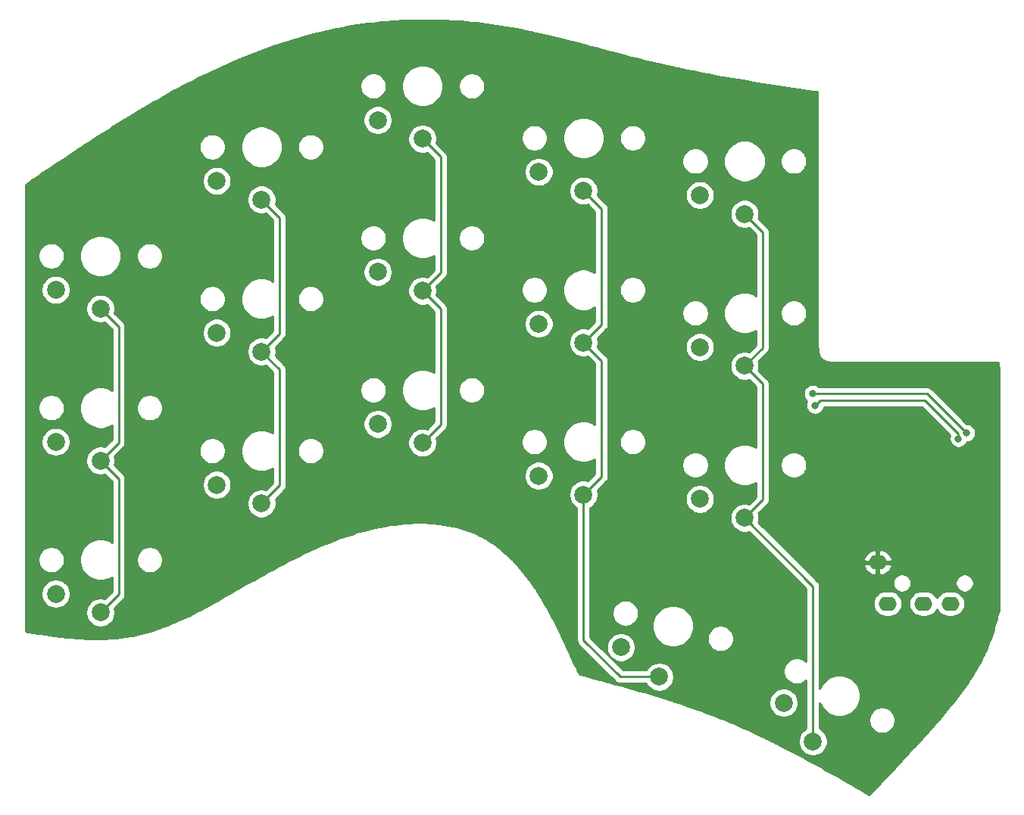
<source format=gbr>
%TF.GenerationSoftware,KiCad,Pcbnew,5.1.9*%
%TF.CreationDate,2021-04-16T22:18:37+02:00*%
%TF.ProjectId,handbrush,68616e64-6272-4757-9368-2e6b69636164,rev?*%
%TF.SameCoordinates,Original*%
%TF.FileFunction,Copper,L2,Bot*%
%TF.FilePolarity,Positive*%
%FSLAX46Y46*%
G04 Gerber Fmt 4.6, Leading zero omitted, Abs format (unit mm)*
G04 Created by KiCad (PCBNEW 5.1.9) date 2021-04-16 22:18:37*
%MOMM*%
%LPD*%
G01*
G04 APERTURE LIST*
%TA.AperFunction,ComponentPad*%
%ADD10C,2.000000*%
%TD*%
%TA.AperFunction,ComponentPad*%
%ADD11O,2.000000X1.600000*%
%TD*%
%TA.AperFunction,ViaPad*%
%ADD12C,0.800000*%
%TD*%
%TA.AperFunction,Conductor*%
%ADD13C,0.250000*%
%TD*%
%TA.AperFunction,Conductor*%
%ADD14C,0.381000*%
%TD*%
%TA.AperFunction,Conductor*%
%ADD15C,0.254000*%
%TD*%
%TA.AperFunction,Conductor*%
%ADD16C,0.100000*%
%TD*%
G04 APERTURE END LIST*
D10*
%TO.P,MX17,1*%
%TO.N,col4*%
X175050000Y-121909550D03*
%TO.P,MX17,2*%
%TO.N,Net-(D17-Pad2)*%
X171769873Y-117590897D03*
%TD*%
%TO.P,MX16,1*%
%TO.N,col4*%
X167400000Y-96900000D03*
%TO.P,MX16,2*%
%TO.N,Net-(D16-Pad2)*%
X162400000Y-94800000D03*
%TD*%
%TO.P,MX15,1*%
%TO.N,col4*%
X167400000Y-79900000D03*
%TO.P,MX15,2*%
%TO.N,Net-(D15-Pad2)*%
X162400000Y-77800000D03*
%TD*%
%TO.P,MX14,1*%
%TO.N,col4*%
X167400000Y-62900000D03*
%TO.P,MX14,2*%
%TO.N,Net-(D14-Pad2)*%
X162400000Y-60800000D03*
%TD*%
%TO.P,MX13,1*%
%TO.N,col3*%
X157872968Y-114698962D03*
%TO.P,MX13,2*%
%TO.N,Net-(D13-Pad2)*%
X153586858Y-111376423D03*
%TD*%
%TO.P,MX12,1*%
%TO.N,col3*%
X149400000Y-94300000D03*
%TO.P,MX12,2*%
%TO.N,Net-(D12-Pad2)*%
X144400000Y-92200000D03*
%TD*%
%TO.P,MX11,1*%
%TO.N,col3*%
X149400000Y-77300000D03*
%TO.P,MX11,2*%
%TO.N,Net-(D11-Pad2)*%
X144400000Y-75200000D03*
%TD*%
%TO.P,MX10,1*%
%TO.N,col3*%
X149400000Y-60300000D03*
%TO.P,MX10,2*%
%TO.N,Net-(D10-Pad2)*%
X144400000Y-58200000D03*
%TD*%
%TO.P,MX9,1*%
%TO.N,col2*%
X131400000Y-88500000D03*
%TO.P,MX9,2*%
%TO.N,Net-(D9-Pad2)*%
X126400000Y-86400000D03*
%TD*%
%TO.P,MX8,1*%
%TO.N,col2*%
X131400000Y-71500000D03*
%TO.P,MX8,2*%
%TO.N,Net-(D8-Pad2)*%
X126400000Y-69400000D03*
%TD*%
%TO.P,MX7,1*%
%TO.N,col2*%
X131400000Y-54500000D03*
%TO.P,MX7,2*%
%TO.N,Net-(D7-Pad2)*%
X126400000Y-52400000D03*
%TD*%
%TO.P,MX6,1*%
%TO.N,col1*%
X113400000Y-95300000D03*
%TO.P,MX6,2*%
%TO.N,Net-(D6-Pad2)*%
X108400000Y-93200000D03*
%TD*%
%TO.P,MX5,1*%
%TO.N,col1*%
X113400000Y-78300000D03*
%TO.P,MX5,2*%
%TO.N,Net-(D5-Pad2)*%
X108400000Y-76200000D03*
%TD*%
%TO.P,MX4,1*%
%TO.N,col1*%
X113400000Y-61300000D03*
%TO.P,MX4,2*%
%TO.N,Net-(D4-Pad2)*%
X108400000Y-59200000D03*
%TD*%
%TO.P,MX3,1*%
%TO.N,col0*%
X95400000Y-107500000D03*
%TO.P,MX3,2*%
%TO.N,Net-(D3-Pad2)*%
X90400000Y-105400000D03*
%TD*%
%TO.P,MX2,1*%
%TO.N,col0*%
X95400000Y-90500000D03*
%TO.P,MX2,2*%
%TO.N,Net-(D2-Pad2)*%
X90400000Y-88400000D03*
%TD*%
%TO.P,MX1,1*%
%TO.N,col0*%
X95400000Y-73500000D03*
%TO.P,MX1,2*%
%TO.N,Net-(D1-Pad2)*%
X90400000Y-71400000D03*
%TD*%
D11*
%TO.P,J1,3*%
%TO.N,sda*%
X187400000Y-106500000D03*
%TO.P,J1,4*%
%TO.N,scl*%
X190400000Y-106500000D03*
%TO.P,J1,2*%
%TO.N,+5V*%
X183400000Y-106500000D03*
%TO.P,J1,1*%
%TO.N,GND*%
X182300000Y-101900000D03*
%TD*%
D12*
%TO.N,row1*%
X175000000Y-82999998D03*
X192200000Y-87399994D03*
%TO.N,row2*%
X175287348Y-84312652D03*
X191305562Y-88047219D03*
%TO.N,GND*%
X184600000Y-92400000D03*
X174000000Y-101600000D03*
X160000000Y-87200000D03*
X171000000Y-108400000D03*
X162200000Y-51400000D03*
X143600000Y-46800000D03*
X190600000Y-93400000D03*
X181600000Y-124600000D03*
X172200000Y-80200000D03*
X186600000Y-114600000D03*
%TD*%
D13*
%TO.N,row1*%
X175000000Y-82999998D02*
X187800004Y-82999998D01*
X187800004Y-82999998D02*
X192200000Y-87399994D01*
%TO.N,row2*%
X191305562Y-87515562D02*
X191305562Y-88047219D01*
X187520000Y-83730000D02*
X191305562Y-87515562D01*
X175870000Y-83730000D02*
X187520000Y-83730000D01*
X175287348Y-84312652D02*
X175870000Y-83730000D01*
D14*
%TO.N,GND*%
X182300000Y-94697796D02*
X182300000Y-101900000D01*
X184539403Y-92458393D02*
X182300000Y-94697796D01*
D13*
%TO.N,col0*%
X97425001Y-92525001D02*
X95400000Y-90500000D01*
X97425001Y-105474999D02*
X97425001Y-92525001D01*
X95400000Y-107500000D02*
X97425001Y-105474999D01*
X97425001Y-75525001D02*
X95400000Y-73500000D01*
X97425001Y-88474999D02*
X97425001Y-75525001D01*
X95400000Y-90500000D02*
X97425001Y-88474999D01*
%TO.N,col1*%
X115425001Y-76274999D02*
X113400000Y-78300000D01*
X115425001Y-63325001D02*
X115425001Y-76274999D01*
X113400000Y-61300000D02*
X115425001Y-63325001D01*
X115425001Y-80325001D02*
X113400000Y-78300000D01*
X115425001Y-93274999D02*
X115425001Y-80325001D01*
X113400000Y-95300000D02*
X115425001Y-93274999D01*
%TO.N,col2*%
X133425001Y-73525001D02*
X131400000Y-71500000D01*
X133425001Y-86474999D02*
X133425001Y-73525001D01*
X131400000Y-88500000D02*
X133425001Y-86474999D01*
X133425001Y-56525001D02*
X131400000Y-54500000D01*
X133425001Y-69474999D02*
X133425001Y-56525001D01*
X131400000Y-71500000D02*
X133425001Y-69474999D01*
%TO.N,col3*%
X149400000Y-94300000D02*
X149400000Y-110600000D01*
X153498962Y-114698962D02*
X157872968Y-114698962D01*
X149400000Y-110600000D02*
X153498962Y-114698962D01*
X151425001Y-92274999D02*
X151425001Y-79325001D01*
X151425001Y-79325001D02*
X149400000Y-77300000D01*
X149400000Y-94300000D02*
X151425001Y-92274999D01*
X151425001Y-62325001D02*
X149400000Y-60300000D01*
X151425001Y-75274999D02*
X151425001Y-62325001D01*
X149400000Y-77300000D02*
X151425001Y-75274999D01*
%TO.N,col4*%
X169425001Y-64925001D02*
X167400000Y-62900000D01*
X169425001Y-77874999D02*
X169425001Y-64925001D01*
X167400000Y-79900000D02*
X169425001Y-77874999D01*
X169425001Y-81925001D02*
X167400000Y-79900000D01*
X169425001Y-94874999D02*
X169425001Y-81925001D01*
X167400000Y-96900000D02*
X169425001Y-94874999D01*
X175050000Y-104550000D02*
X167400000Y-96900000D01*
X175050000Y-121909550D02*
X175050000Y-104550000D01*
%TD*%
D15*
%TO.N,GND*%
X132406378Y-41221712D02*
X132960988Y-41232927D01*
X133515604Y-41250118D01*
X134070220Y-41273253D01*
X134625060Y-41302315D01*
X135179811Y-41337258D01*
X135734618Y-41378062D01*
X136289634Y-41424708D01*
X136844523Y-41477142D01*
X137399553Y-41535357D01*
X137954753Y-41599330D01*
X138509815Y-41668995D01*
X139065117Y-41744371D01*
X139620441Y-41825402D01*
X140175800Y-41912059D01*
X140731449Y-42004313D01*
X141287427Y-42101948D01*
X141843691Y-42204689D01*
X142400562Y-42312332D01*
X142957569Y-42424522D01*
X143515042Y-42541056D01*
X144072887Y-42661650D01*
X144630862Y-42785982D01*
X145189532Y-42913913D01*
X145748320Y-43045041D01*
X146307659Y-43179198D01*
X146867085Y-43316005D01*
X147427012Y-43455293D01*
X147987123Y-43596709D01*
X148547328Y-43739961D01*
X149108824Y-43885086D01*
X149669387Y-44031234D01*
X150230985Y-44178647D01*
X150793219Y-44326947D01*
X150793225Y-44326948D01*
X151354912Y-44475549D01*
X151355002Y-44475574D01*
X151917513Y-44624566D01*
X151917524Y-44624568D01*
X151917635Y-44624598D01*
X152480146Y-44773487D01*
X152480179Y-44773492D01*
X152480590Y-44773604D01*
X153043100Y-44922116D01*
X153043150Y-44922124D01*
X153043871Y-44922319D01*
X153606378Y-45070178D01*
X153606447Y-45070189D01*
X153607474Y-45070465D01*
X154169981Y-45217398D01*
X154170062Y-45217411D01*
X154171402Y-45217768D01*
X154733907Y-45363500D01*
X154734010Y-45363516D01*
X154735658Y-45363951D01*
X155298161Y-45508208D01*
X155298279Y-45508226D01*
X155300241Y-45508738D01*
X155862744Y-45651244D01*
X155862877Y-45651264D01*
X155865155Y-45651850D01*
X156427656Y-45792332D01*
X156427795Y-45792353D01*
X156430404Y-45793013D01*
X156992903Y-45931195D01*
X156993053Y-45931217D01*
X156995988Y-45931946D01*
X157558484Y-46067554D01*
X157558648Y-46067577D01*
X157561909Y-46068371D01*
X158124406Y-46201132D01*
X158124578Y-46201155D01*
X158128100Y-46201993D01*
X158690592Y-46331692D01*
X158690759Y-46331714D01*
X158694256Y-46332527D01*
X159256747Y-46459201D01*
X159256910Y-46459221D01*
X159260303Y-46459993D01*
X159822789Y-46583740D01*
X159822956Y-46583760D01*
X159826240Y-46584490D01*
X160388723Y-46705406D01*
X160388881Y-46705424D01*
X160392064Y-46706116D01*
X160954545Y-46824300D01*
X160954703Y-46824317D01*
X160957776Y-46824971D01*
X161520254Y-46940520D01*
X161520406Y-46940536D01*
X161523374Y-46941154D01*
X162085848Y-47054165D01*
X162085994Y-47054180D01*
X162088855Y-47054763D01*
X162651326Y-47165335D01*
X162651472Y-47165349D01*
X162654220Y-47165898D01*
X163216688Y-47274128D01*
X163216836Y-47274142D01*
X163219469Y-47274657D01*
X163781934Y-47380642D01*
X163782073Y-47380654D01*
X163784600Y-47381139D01*
X164347063Y-47484976D01*
X164347194Y-47484987D01*
X164349611Y-47485442D01*
X164912071Y-47587231D01*
X164912202Y-47587242D01*
X164914505Y-47587667D01*
X165476963Y-47687503D01*
X165477087Y-47687513D01*
X165479277Y-47687910D01*
X166041733Y-47785892D01*
X166041852Y-47785901D01*
X166043928Y-47786271D01*
X166606381Y-47882497D01*
X166606492Y-47882505D01*
X166608459Y-47882850D01*
X167170909Y-47977415D01*
X167171014Y-47977422D01*
X167172867Y-47977742D01*
X167735316Y-48070747D01*
X167735425Y-48070754D01*
X167737154Y-48071048D01*
X168299600Y-48162589D01*
X168299693Y-48162595D01*
X168301317Y-48162867D01*
X168863761Y-48253042D01*
X168863856Y-48253048D01*
X168865358Y-48253296D01*
X169427800Y-48342202D01*
X169427887Y-48342207D01*
X169429277Y-48342434D01*
X169991717Y-48430168D01*
X169991794Y-48430172D01*
X169993069Y-48430378D01*
X170555507Y-48517039D01*
X170555588Y-48517043D01*
X170556739Y-48517227D01*
X171119176Y-48602912D01*
X171119244Y-48602916D01*
X171120285Y-48603080D01*
X171682720Y-48687887D01*
X171682781Y-48687890D01*
X171683706Y-48688035D01*
X172246139Y-48772061D01*
X172246190Y-48772064D01*
X172247004Y-48772190D01*
X172809436Y-48855532D01*
X172809485Y-48855534D01*
X172810176Y-48855641D01*
X173372606Y-48938398D01*
X173372641Y-48938400D01*
X173373223Y-48938489D01*
X173935652Y-49020758D01*
X173935686Y-49020760D01*
X173936147Y-49020830D01*
X174498574Y-49102708D01*
X174498597Y-49102709D01*
X174498945Y-49102762D01*
X175061373Y-49184347D01*
X175061386Y-49184348D01*
X175061619Y-49184383D01*
X175556737Y-49256033D01*
X175556738Y-77394044D01*
X175556839Y-77395069D01*
X175557364Y-77577067D01*
X175557507Y-77578484D01*
X175557378Y-77579899D01*
X175557518Y-77590160D01*
X175561903Y-77801969D01*
X175562965Y-77810891D01*
X175562492Y-77819854D01*
X175563025Y-77830102D01*
X175574926Y-78031551D01*
X175578366Y-78053319D01*
X175578831Y-78075344D01*
X175580118Y-78085525D01*
X175609613Y-78306322D01*
X175621179Y-78355599D01*
X175629879Y-78405441D01*
X175632691Y-78415311D01*
X175696285Y-78632764D01*
X175696833Y-78634126D01*
X175697111Y-78635568D01*
X175723599Y-78700704D01*
X175749792Y-78765857D01*
X175750593Y-78767086D01*
X175751147Y-78768448D01*
X175755985Y-78777498D01*
X175810185Y-78877200D01*
X175834024Y-78912371D01*
X175854970Y-78949317D01*
X175874166Y-78971594D01*
X175890668Y-78995941D01*
X175920880Y-79025807D01*
X175948608Y-79057987D01*
X175956083Y-79065018D01*
X176107403Y-79205385D01*
X176156149Y-79242451D01*
X176203760Y-79280864D01*
X176213143Y-79285790D01*
X176221588Y-79292211D01*
X176276608Y-79319105D01*
X176330771Y-79347537D01*
X176340306Y-79351331D01*
X176537701Y-79428280D01*
X176538676Y-79428554D01*
X176539569Y-79429004D01*
X176607530Y-79447903D01*
X176675798Y-79467088D01*
X176676801Y-79467167D01*
X176677772Y-79467437D01*
X176687892Y-79469138D01*
X176886309Y-79501063D01*
X176916009Y-79502901D01*
X176945291Y-79508121D01*
X176955527Y-79508857D01*
X177167123Y-79522572D01*
X177170505Y-79522460D01*
X177173849Y-79522977D01*
X177184099Y-79523475D01*
X177224761Y-79525167D01*
X177239997Y-79526668D01*
X195168708Y-79526668D01*
X195372434Y-79527621D01*
X195549656Y-79533575D01*
X195683236Y-79546410D01*
X195761580Y-79563504D01*
X195775497Y-79610486D01*
X195794170Y-79739537D01*
X195805674Y-79921676D01*
X195809043Y-80137353D01*
X195807728Y-80342824D01*
X195807500Y-80345137D01*
X195807501Y-107317240D01*
X195767557Y-107466205D01*
X195702171Y-107708983D01*
X195636552Y-107950527D01*
X195569957Y-108192538D01*
X195502425Y-108433870D01*
X195433343Y-108675753D01*
X195362522Y-108917891D01*
X195289583Y-109160675D01*
X195214238Y-109404179D01*
X195136122Y-109648740D01*
X195054902Y-109894590D01*
X194970290Y-110141822D01*
X194881896Y-110390823D01*
X194789454Y-110641646D01*
X194692540Y-110894738D01*
X194590913Y-111150088D01*
X194484136Y-111408162D01*
X194371970Y-111668939D01*
X194253968Y-111932887D01*
X194129857Y-112200058D01*
X193999239Y-112470787D01*
X193861819Y-112745180D01*
X193717224Y-113023499D01*
X193565056Y-113306046D01*
X193405030Y-113592904D01*
X193236743Y-113884368D01*
X193059888Y-114180563D01*
X192874123Y-114481673D01*
X192679033Y-114787997D01*
X192474304Y-115099666D01*
X192259577Y-115416887D01*
X192034481Y-115739870D01*
X191798623Y-116068954D01*
X191552106Y-116404153D01*
X191295290Y-116745208D01*
X191028483Y-117091946D01*
X190751919Y-117444286D01*
X190466223Y-117801653D01*
X190171541Y-118164092D01*
X189868355Y-118531221D01*
X189556842Y-118903045D01*
X189237544Y-119279122D01*
X188910531Y-119659573D01*
X188576473Y-120043822D01*
X188235563Y-120431849D01*
X187888096Y-120823512D01*
X187534462Y-121218566D01*
X187174935Y-121616895D01*
X186809953Y-122018199D01*
X186439847Y-122422302D01*
X186065010Y-122828961D01*
X185685544Y-123238245D01*
X185302201Y-123649527D01*
X184914828Y-124063150D01*
X184524076Y-124478591D01*
X184130244Y-124895712D01*
X183733539Y-125314468D01*
X183334337Y-125734633D01*
X182932961Y-126156046D01*
X182529924Y-126578335D01*
X182125543Y-127001344D01*
X182125539Y-127001349D01*
X181720314Y-127424726D01*
X181720261Y-127424780D01*
X181313900Y-127849001D01*
X181307689Y-127855482D01*
X180829507Y-127576927D01*
X180829492Y-127576920D01*
X180829184Y-127576738D01*
X180339932Y-127292069D01*
X180339903Y-127292056D01*
X180339446Y-127291786D01*
X179850033Y-127007525D01*
X179849991Y-127007506D01*
X179849385Y-127007149D01*
X179359761Y-126723431D01*
X179359708Y-126723407D01*
X179358947Y-126722960D01*
X178869056Y-126439924D01*
X178868995Y-126439896D01*
X178868080Y-126439361D01*
X178377869Y-126157141D01*
X178377794Y-126157107D01*
X178376728Y-126156486D01*
X177886146Y-125875219D01*
X177886063Y-125875182D01*
X177884841Y-125874473D01*
X177393833Y-125594295D01*
X177393751Y-125594258D01*
X177392362Y-125593457D01*
X176900876Y-125314505D01*
X176900776Y-125314461D01*
X176899237Y-125313578D01*
X176407220Y-125035988D01*
X176407118Y-125035943D01*
X176405416Y-125034973D01*
X175912816Y-124758881D01*
X175912708Y-124758834D01*
X175910840Y-124757777D01*
X175417604Y-124483319D01*
X175417481Y-124483266D01*
X175415458Y-124482130D01*
X174921531Y-124209443D01*
X174921405Y-124209389D01*
X174919215Y-124208170D01*
X174424546Y-123937390D01*
X174424416Y-123937334D01*
X174422056Y-123936033D01*
X173926592Y-123667297D01*
X173926456Y-123667240D01*
X173923928Y-123665859D01*
X173427616Y-123399302D01*
X173427468Y-123399240D01*
X173424777Y-123397786D01*
X172927564Y-123133544D01*
X172927422Y-123133486D01*
X172924546Y-123131948D01*
X172426379Y-122870160D01*
X172426231Y-122870100D01*
X172423181Y-122868489D01*
X171924007Y-122609289D01*
X171923850Y-122609226D01*
X171920631Y-122607547D01*
X171420398Y-122351072D01*
X171420241Y-122351010D01*
X171416837Y-122349258D01*
X170915490Y-122095644D01*
X170915323Y-122095579D01*
X170911747Y-122093764D01*
X170409236Y-121843146D01*
X170409069Y-121843082D01*
X170405305Y-121841200D01*
X169901575Y-121593718D01*
X169901410Y-121593656D01*
X169897458Y-121591711D01*
X169392457Y-121347497D01*
X169392281Y-121347432D01*
X169388150Y-121345432D01*
X168881824Y-121104625D01*
X168881652Y-121104563D01*
X168877328Y-121102505D01*
X168369625Y-120865240D01*
X168369450Y-120865178D01*
X168364936Y-120863069D01*
X167855802Y-120629482D01*
X167855621Y-120629420D01*
X167850920Y-120627264D01*
X167340303Y-120397493D01*
X167340135Y-120397436D01*
X167335225Y-120395230D01*
X166823072Y-120169411D01*
X166822898Y-120169354D01*
X166817798Y-120167110D01*
X166304058Y-119945378D01*
X166303880Y-119945321D01*
X166298585Y-119943042D01*
X165783202Y-119725535D01*
X165783029Y-119725481D01*
X165777590Y-119723194D01*
X165260532Y-119510001D01*
X165260353Y-119509947D01*
X165255016Y-119507753D01*
X164736318Y-119298785D01*
X164736137Y-119298732D01*
X164730962Y-119296652D01*
X164210676Y-119091773D01*
X164210495Y-119091721D01*
X164205483Y-119089751D01*
X163683662Y-118888824D01*
X163683484Y-118888775D01*
X163678632Y-118886908D01*
X163155330Y-118689798D01*
X163155149Y-118689749D01*
X163150470Y-118687987D01*
X162625739Y-118494556D01*
X162625554Y-118494508D01*
X162621046Y-118492845D01*
X162094939Y-118302957D01*
X162094763Y-118302912D01*
X162090418Y-118301342D01*
X161562987Y-118114861D01*
X161562808Y-118114817D01*
X161558638Y-118113339D01*
X161029936Y-117930129D01*
X161029767Y-117930088D01*
X161025762Y-117928696D01*
X160495843Y-117748621D01*
X160495667Y-117748580D01*
X160491846Y-117747276D01*
X159960761Y-117570197D01*
X159960591Y-117570158D01*
X159956938Y-117568934D01*
X159532104Y-117429864D01*
X170134873Y-117429864D01*
X170134873Y-117751930D01*
X170197705Y-118067809D01*
X170320955Y-118365360D01*
X170499886Y-118633149D01*
X170727621Y-118860884D01*
X170995410Y-119039815D01*
X171292961Y-119163065D01*
X171608840Y-119225897D01*
X171930906Y-119225897D01*
X172246785Y-119163065D01*
X172544336Y-119039815D01*
X172812125Y-118860884D01*
X173039860Y-118633149D01*
X173218791Y-118365360D01*
X173342041Y-118067809D01*
X173404873Y-117751930D01*
X173404873Y-117429864D01*
X173342041Y-117113985D01*
X173218791Y-116816434D01*
X173039860Y-116548645D01*
X172812125Y-116320910D01*
X172544336Y-116141979D01*
X172246785Y-116018729D01*
X171930906Y-115955897D01*
X171608840Y-115955897D01*
X171292961Y-116018729D01*
X170995410Y-116141979D01*
X170727621Y-116320910D01*
X170499886Y-116548645D01*
X170320955Y-116816434D01*
X170197705Y-117113985D01*
X170134873Y-117429864D01*
X159532104Y-117429864D01*
X159424742Y-117394719D01*
X159424573Y-117394682D01*
X159421098Y-117393537D01*
X158887842Y-117222047D01*
X158887681Y-117222012D01*
X158884377Y-117220942D01*
X158350117Y-117052041D01*
X158349954Y-117052006D01*
X158346830Y-117051011D01*
X157811615Y-116884563D01*
X157811467Y-116884532D01*
X157808509Y-116883604D01*
X157272393Y-116719473D01*
X157272246Y-116719443D01*
X157269467Y-116718584D01*
X156732504Y-116556633D01*
X156732364Y-116556605D01*
X156729760Y-116555811D01*
X156192002Y-116395905D01*
X156191870Y-116395879D01*
X156189440Y-116395148D01*
X155650939Y-116237148D01*
X155650808Y-116237123D01*
X155648558Y-116236454D01*
X155109368Y-116080226D01*
X155109254Y-116080205D01*
X155107170Y-116079592D01*
X154567343Y-115924999D01*
X154567227Y-115924978D01*
X154565327Y-115924425D01*
X154024917Y-115771331D01*
X154024807Y-115771311D01*
X154023084Y-115770815D01*
X153482144Y-115619083D01*
X153482050Y-115619066D01*
X153480494Y-115618622D01*
X152939075Y-115468116D01*
X152938987Y-115468101D01*
X152937608Y-115467710D01*
X152395764Y-115318294D01*
X152395690Y-115318281D01*
X152394481Y-115317941D01*
X151852264Y-115169478D01*
X151852191Y-115169466D01*
X151851163Y-115169178D01*
X151308627Y-115021533D01*
X151308572Y-115021524D01*
X151307711Y-115021284D01*
X150764908Y-114874319D01*
X150764856Y-114874310D01*
X150764173Y-114874121D01*
X150221156Y-114727701D01*
X150221126Y-114727696D01*
X150220605Y-114727552D01*
X149677429Y-114581541D01*
X149677400Y-114581536D01*
X149677062Y-114581443D01*
X149133777Y-114435703D01*
X149133761Y-114435700D01*
X149133593Y-114435654D01*
X148926749Y-114380224D01*
X148816589Y-114136010D01*
X148816569Y-114135976D01*
X148816337Y-114135452D01*
X148562631Y-113574260D01*
X148562597Y-113574201D01*
X148562125Y-113573142D01*
X148307816Y-113013106D01*
X148307765Y-113013018D01*
X148307050Y-113011424D01*
X148051834Y-112453124D01*
X148051766Y-112453008D01*
X148050801Y-112450875D01*
X147794376Y-111894890D01*
X147794299Y-111894758D01*
X147793067Y-111892068D01*
X147535133Y-111338978D01*
X147535048Y-111338834D01*
X147533534Y-111335572D01*
X147273788Y-110785957D01*
X147273695Y-110785801D01*
X147271884Y-110781960D01*
X147010022Y-110236398D01*
X147009929Y-110236245D01*
X147007797Y-110231802D01*
X146743520Y-109690873D01*
X146743424Y-109690717D01*
X146740950Y-109685665D01*
X146473955Y-109149946D01*
X146473863Y-109149799D01*
X146471015Y-109144112D01*
X146201000Y-108614184D01*
X146200914Y-108614050D01*
X146197663Y-108607714D01*
X145924326Y-108084156D01*
X145924257Y-108084050D01*
X145920556Y-108077029D01*
X145643596Y-107560422D01*
X145643542Y-107560341D01*
X145639358Y-107552630D01*
X145358472Y-107043551D01*
X145358449Y-107043518D01*
X145353722Y-107035076D01*
X145068609Y-106534106D01*
X145068513Y-106533970D01*
X145068445Y-106533818D01*
X145063303Y-106524936D01*
X144773661Y-106032653D01*
X144773288Y-106032141D01*
X144773023Y-106031572D01*
X144767743Y-106022773D01*
X144473269Y-105539757D01*
X144472599Y-105538867D01*
X144472113Y-105537868D01*
X144466684Y-105529160D01*
X144167078Y-105055990D01*
X144166080Y-105054710D01*
X144165346Y-105053269D01*
X144159758Y-105044662D01*
X143854717Y-104581918D01*
X143853365Y-104580248D01*
X143852352Y-104578353D01*
X143846595Y-104569857D01*
X143535816Y-104118117D01*
X143534071Y-104116047D01*
X143532750Y-104113697D01*
X143526814Y-104105326D01*
X143209997Y-103665170D01*
X143207827Y-103662704D01*
X143206158Y-103659888D01*
X143200032Y-103651655D01*
X142876876Y-103223663D01*
X142874242Y-103220804D01*
X142872184Y-103217518D01*
X142865858Y-103209437D01*
X142536058Y-102794188D01*
X142532923Y-102790948D01*
X142530432Y-102787193D01*
X142523897Y-102779281D01*
X142187152Y-102377353D01*
X142183471Y-102373743D01*
X142180503Y-102369529D01*
X142173750Y-102361802D01*
X141829759Y-101973776D01*
X141825488Y-101969815D01*
X141821997Y-101965159D01*
X141815016Y-101957637D01*
X141463477Y-101584091D01*
X141458575Y-101579809D01*
X141454510Y-101574730D01*
X141447296Y-101567431D01*
X141087906Y-101208945D01*
X141082329Y-101204376D01*
X141077645Y-101198909D01*
X141070190Y-101191856D01*
X140702649Y-100849009D01*
X140696367Y-100844204D01*
X140691014Y-100838387D01*
X140683314Y-100831603D01*
X140307319Y-100504975D01*
X140300295Y-100499987D01*
X140294237Y-100493877D01*
X140286290Y-100487385D01*
X139901539Y-100177554D01*
X139893761Y-100172456D01*
X139886957Y-100166111D01*
X139878761Y-100159935D01*
X139484953Y-99867481D01*
X139476400Y-99862342D01*
X139468834Y-99855846D01*
X139460392Y-99850011D01*
X139057224Y-99575514D01*
X139048018Y-99570485D01*
X139039781Y-99563998D01*
X139031099Y-99558526D01*
X138618370Y-99302428D01*
X138608992Y-99297809D01*
X138600521Y-99291701D01*
X138591615Y-99286601D01*
X138169529Y-99048804D01*
X138160161Y-99044673D01*
X138151617Y-99039038D01*
X138142506Y-99034314D01*
X137711363Y-98814580D01*
X137702067Y-98810936D01*
X137693515Y-98805786D01*
X137684218Y-98801440D01*
X137244319Y-98599530D01*
X137235148Y-98596362D01*
X137226649Y-98591700D01*
X137217186Y-98587731D01*
X136768834Y-98403409D01*
X136759850Y-98400705D01*
X136751452Y-98396520D01*
X136741839Y-98392928D01*
X136285336Y-98225956D01*
X136276588Y-98223695D01*
X136268346Y-98219976D01*
X136258602Y-98216756D01*
X135794250Y-98066895D01*
X135785767Y-98065048D01*
X135777728Y-98061777D01*
X135767870Y-98058924D01*
X135295971Y-97925939D01*
X135287792Y-97924477D01*
X135280000Y-97921633D01*
X135270045Y-97919141D01*
X134790901Y-97802792D01*
X134783057Y-97801683D01*
X134775532Y-97799235D01*
X134765495Y-97797097D01*
X134279407Y-97697149D01*
X134271920Y-97696360D01*
X134264695Y-97694281D01*
X134254590Y-97692490D01*
X133761860Y-97608703D01*
X133754751Y-97608200D01*
X133747836Y-97606457D01*
X133737677Y-97605003D01*
X133238608Y-97537141D01*
X133231872Y-97536889D01*
X133225294Y-97535455D01*
X133215094Y-97534329D01*
X132709988Y-97482155D01*
X132703639Y-97482122D01*
X132697403Y-97480965D01*
X132687173Y-97480157D01*
X132176331Y-97443432D01*
X132170371Y-97443587D01*
X132164478Y-97442676D01*
X132154228Y-97442177D01*
X131637952Y-97420664D01*
X131632372Y-97420977D01*
X131626828Y-97420285D01*
X131616568Y-97420085D01*
X131095160Y-97413546D01*
X131089956Y-97413990D01*
X131084755Y-97413489D01*
X131074493Y-97413577D01*
X130548255Y-97421776D01*
X130543411Y-97422327D01*
X130538557Y-97421992D01*
X130528302Y-97422358D01*
X129997536Y-97445056D01*
X129993050Y-97445690D01*
X129988525Y-97445497D01*
X129978282Y-97446133D01*
X129443290Y-97483093D01*
X129439142Y-97483791D01*
X129434943Y-97483718D01*
X129424720Y-97484612D01*
X128885804Y-97535597D01*
X128881981Y-97536340D01*
X128878100Y-97536368D01*
X128867902Y-97537513D01*
X128325364Y-97602284D01*
X128321857Y-97603055D01*
X128318271Y-97603166D01*
X128308103Y-97604552D01*
X127762244Y-97682873D01*
X127759037Y-97683659D01*
X127755738Y-97683836D01*
X127745605Y-97685455D01*
X127196728Y-97777087D01*
X127193798Y-97777876D01*
X127190778Y-97778106D01*
X127180682Y-97779949D01*
X126629089Y-97884656D01*
X126626424Y-97885438D01*
X126623668Y-97885707D01*
X126613614Y-97887766D01*
X126059607Y-98005310D01*
X126057196Y-98006074D01*
X126054685Y-98006372D01*
X126044677Y-98008640D01*
X125488556Y-98138783D01*
X125486378Y-98139523D01*
X125484104Y-98139840D01*
X125474143Y-98142310D01*
X124916212Y-98284815D01*
X124914253Y-98285525D01*
X124912202Y-98285852D01*
X124902292Y-98288516D01*
X124342852Y-98443145D01*
X124341100Y-98443819D01*
X124339257Y-98444149D01*
X124329399Y-98447002D01*
X123768752Y-98613518D01*
X123767193Y-98614152D01*
X123765544Y-98614479D01*
X123755741Y-98617514D01*
X123194190Y-98795679D01*
X123192809Y-98796271D01*
X123191343Y-98796589D01*
X123181596Y-98799800D01*
X122619441Y-98989377D01*
X122618226Y-98989924D01*
X122616930Y-98990229D01*
X122607241Y-98993611D01*
X122044786Y-99194362D01*
X122043764Y-99194844D01*
X122042670Y-99195121D01*
X122033040Y-99198667D01*
X121470578Y-99410281D01*
X121469883Y-99410623D01*
X121469141Y-99410824D01*
X121459569Y-99414525D01*
X120897375Y-99636403D01*
X120897027Y-99636581D01*
X120896662Y-99636686D01*
X120887147Y-99640529D01*
X120325478Y-99872001D01*
X120325460Y-99872010D01*
X120325445Y-99872015D01*
X120315985Y-99875991D01*
X119755104Y-100116386D01*
X119755063Y-100116409D01*
X119746309Y-100120223D01*
X119186477Y-100368868D01*
X119186399Y-100368912D01*
X119178345Y-100372539D01*
X118619822Y-100628764D01*
X118619719Y-100628824D01*
X118612322Y-100632256D01*
X118055370Y-100895389D01*
X118055242Y-100895466D01*
X118048470Y-100898693D01*
X117493350Y-101168063D01*
X117493213Y-101168147D01*
X117487026Y-101171169D01*
X116933999Y-101446104D01*
X116933850Y-101446197D01*
X116928223Y-101449007D01*
X116377551Y-101728838D01*
X116377394Y-101728938D01*
X116372308Y-101731529D01*
X115824250Y-102015582D01*
X115824095Y-102015682D01*
X115819518Y-102018056D01*
X115274337Y-102305662D01*
X115274183Y-102305764D01*
X115270104Y-102307913D01*
X114728061Y-102598399D01*
X114727913Y-102598498D01*
X114724311Y-102600423D01*
X114185666Y-102893119D01*
X114185524Y-102893215D01*
X114182394Y-102894908D01*
X113647408Y-103189142D01*
X113647281Y-103189229D01*
X113644602Y-103190693D01*
X113113538Y-103485796D01*
X113113429Y-103485871D01*
X113111198Y-103487101D01*
X112584316Y-103782398D01*
X112584217Y-103782467D01*
X112582439Y-103783454D01*
X112060000Y-104078276D01*
X112059923Y-104078330D01*
X112058588Y-104079075D01*
X111540853Y-104372749D01*
X111540794Y-104372790D01*
X111539911Y-104373285D01*
X111027142Y-104665143D01*
X111027115Y-104665162D01*
X111026682Y-104665405D01*
X110519264Y-104954702D01*
X110519169Y-104954755D01*
X110017652Y-105240656D01*
X109522121Y-105522592D01*
X109033023Y-105799786D01*
X108550920Y-106071403D01*
X108075796Y-106336933D01*
X107608362Y-106595463D01*
X107148571Y-106846508D01*
X106696842Y-107089324D01*
X106253524Y-107323216D01*
X105818927Y-107547514D01*
X105393459Y-107761503D01*
X104976832Y-107964933D01*
X104568768Y-108157975D01*
X104168949Y-108340928D01*
X103776928Y-108514144D01*
X103392716Y-108677767D01*
X103016007Y-108832085D01*
X102646459Y-108977398D01*
X102283935Y-109113921D01*
X101928181Y-109241916D01*
X101578902Y-109361661D01*
X101235849Y-109473412D01*
X100898897Y-109577388D01*
X100567572Y-109673915D01*
X100241744Y-109763210D01*
X99921171Y-109845528D01*
X99605458Y-109921154D01*
X99294545Y-109990296D01*
X98987915Y-110053258D01*
X98685450Y-110110259D01*
X98386840Y-110161554D01*
X98091761Y-110207397D01*
X97799992Y-110248020D01*
X97511233Y-110283670D01*
X97225118Y-110314592D01*
X96941550Y-110341005D01*
X96660061Y-110363159D01*
X96380517Y-110381275D01*
X96102569Y-110395589D01*
X95825879Y-110406330D01*
X95550237Y-110413723D01*
X95275530Y-110417991D01*
X95001153Y-110419368D01*
X94727553Y-110418050D01*
X94454284Y-110414142D01*
X94181898Y-110407729D01*
X93909843Y-110398883D01*
X93638514Y-110387695D01*
X93367575Y-110374235D01*
X93097145Y-110358588D01*
X92827258Y-110340840D01*
X92557696Y-110321059D01*
X92288556Y-110299333D01*
X92019886Y-110275752D01*
X91751352Y-110250368D01*
X91483418Y-110223309D01*
X91215422Y-110194593D01*
X90947931Y-110164364D01*
X90680475Y-110132653D01*
X90413280Y-110099572D01*
X90146438Y-110065221D01*
X89879395Y-110029610D01*
X89612724Y-109992903D01*
X89346168Y-109955154D01*
X89079693Y-109916441D01*
X88812693Y-109876764D01*
X88546279Y-109836374D01*
X88279900Y-109795279D01*
X88013330Y-109753530D01*
X87746260Y-109711165D01*
X87479849Y-109668460D01*
X87212547Y-109625251D01*
X87026920Y-109595059D01*
X87026920Y-105238967D01*
X88765000Y-105238967D01*
X88765000Y-105561033D01*
X88827832Y-105876912D01*
X88951082Y-106174463D01*
X89130013Y-106442252D01*
X89357748Y-106669987D01*
X89625537Y-106848918D01*
X89923088Y-106972168D01*
X90238967Y-107035000D01*
X90561033Y-107035000D01*
X90876912Y-106972168D01*
X91174463Y-106848918D01*
X91442252Y-106669987D01*
X91669987Y-106442252D01*
X91848918Y-106174463D01*
X91972168Y-105876912D01*
X92035000Y-105561033D01*
X92035000Y-105238967D01*
X91972168Y-104923088D01*
X91848918Y-104625537D01*
X91669987Y-104357748D01*
X91442252Y-104130013D01*
X91174463Y-103951082D01*
X90876912Y-103827832D01*
X90561033Y-103765000D01*
X90238967Y-103765000D01*
X89923088Y-103827832D01*
X89625537Y-103951082D01*
X89357748Y-104130013D01*
X89130013Y-104357748D01*
X88951082Y-104625537D01*
X88827832Y-104923088D01*
X88765000Y-105238967D01*
X87026920Y-105238967D01*
X87026920Y-101453740D01*
X88415000Y-101453740D01*
X88415000Y-101746260D01*
X88472068Y-102033158D01*
X88584010Y-102303411D01*
X88746525Y-102546632D01*
X88953368Y-102753475D01*
X89196589Y-102915990D01*
X89466842Y-103027932D01*
X89753740Y-103085000D01*
X90046260Y-103085000D01*
X90333158Y-103027932D01*
X90603411Y-102915990D01*
X90846632Y-102753475D01*
X91053475Y-102546632D01*
X91215990Y-102303411D01*
X91327932Y-102033158D01*
X91385000Y-101746260D01*
X91385000Y-101453740D01*
X91327932Y-101166842D01*
X91215990Y-100896589D01*
X91053475Y-100653368D01*
X90846632Y-100446525D01*
X90603411Y-100284010D01*
X90333158Y-100172068D01*
X90046260Y-100115000D01*
X89753740Y-100115000D01*
X89466842Y-100172068D01*
X89196589Y-100284010D01*
X88953368Y-100446525D01*
X88746525Y-100653368D01*
X88584010Y-100896589D01*
X88472068Y-101166842D01*
X88415000Y-101453740D01*
X87026920Y-101453740D01*
X87026920Y-88238967D01*
X88765000Y-88238967D01*
X88765000Y-88561033D01*
X88827832Y-88876912D01*
X88951082Y-89174463D01*
X89130013Y-89442252D01*
X89357748Y-89669987D01*
X89625537Y-89848918D01*
X89923088Y-89972168D01*
X90238967Y-90035000D01*
X90561033Y-90035000D01*
X90876912Y-89972168D01*
X91174463Y-89848918D01*
X91442252Y-89669987D01*
X91669987Y-89442252D01*
X91848918Y-89174463D01*
X91972168Y-88876912D01*
X92035000Y-88561033D01*
X92035000Y-88238967D01*
X91972168Y-87923088D01*
X91848918Y-87625537D01*
X91669987Y-87357748D01*
X91442252Y-87130013D01*
X91174463Y-86951082D01*
X90876912Y-86827832D01*
X90561033Y-86765000D01*
X90238967Y-86765000D01*
X89923088Y-86827832D01*
X89625537Y-86951082D01*
X89357748Y-87130013D01*
X89130013Y-87357748D01*
X88951082Y-87625537D01*
X88827832Y-87923088D01*
X88765000Y-88238967D01*
X87026920Y-88238967D01*
X87026920Y-84453740D01*
X88415000Y-84453740D01*
X88415000Y-84746260D01*
X88472068Y-85033158D01*
X88584010Y-85303411D01*
X88746525Y-85546632D01*
X88953368Y-85753475D01*
X89196589Y-85915990D01*
X89466842Y-86027932D01*
X89753740Y-86085000D01*
X90046260Y-86085000D01*
X90333158Y-86027932D01*
X90603411Y-85915990D01*
X90846632Y-85753475D01*
X91053475Y-85546632D01*
X91215990Y-85303411D01*
X91327932Y-85033158D01*
X91385000Y-84746260D01*
X91385000Y-84453740D01*
X91368348Y-84370023D01*
X93065000Y-84370023D01*
X93065000Y-84829977D01*
X93154733Y-85281094D01*
X93330750Y-85706037D01*
X93586287Y-86088476D01*
X93911524Y-86413713D01*
X94293963Y-86669250D01*
X94718906Y-86845267D01*
X95170023Y-86935000D01*
X95629977Y-86935000D01*
X96081094Y-86845267D01*
X96506037Y-86669250D01*
X96665001Y-86563034D01*
X96665001Y-88160197D01*
X95891375Y-88933823D01*
X95876912Y-88927832D01*
X95561033Y-88865000D01*
X95238967Y-88865000D01*
X94923088Y-88927832D01*
X94625537Y-89051082D01*
X94357748Y-89230013D01*
X94130013Y-89457748D01*
X93951082Y-89725537D01*
X93827832Y-90023088D01*
X93765000Y-90338967D01*
X93765000Y-90661033D01*
X93827832Y-90976912D01*
X93951082Y-91274463D01*
X94130013Y-91542252D01*
X94357748Y-91769987D01*
X94625537Y-91948918D01*
X94923088Y-92072168D01*
X95238967Y-92135000D01*
X95561033Y-92135000D01*
X95876912Y-92072168D01*
X95891375Y-92066177D01*
X96665002Y-92839804D01*
X96665001Y-99636966D01*
X96506037Y-99530750D01*
X96081094Y-99354733D01*
X95629977Y-99265000D01*
X95170023Y-99265000D01*
X94718906Y-99354733D01*
X94293963Y-99530750D01*
X93911524Y-99786287D01*
X93586287Y-100111524D01*
X93330750Y-100493963D01*
X93154733Y-100918906D01*
X93065000Y-101370023D01*
X93065000Y-101829977D01*
X93154733Y-102281094D01*
X93330750Y-102706037D01*
X93586287Y-103088476D01*
X93911524Y-103413713D01*
X94293963Y-103669250D01*
X94718906Y-103845267D01*
X95170023Y-103935000D01*
X95629977Y-103935000D01*
X96081094Y-103845267D01*
X96506037Y-103669250D01*
X96665001Y-103563034D01*
X96665001Y-105160197D01*
X95891375Y-105933823D01*
X95876912Y-105927832D01*
X95561033Y-105865000D01*
X95238967Y-105865000D01*
X94923088Y-105927832D01*
X94625537Y-106051082D01*
X94357748Y-106230013D01*
X94130013Y-106457748D01*
X93951082Y-106725537D01*
X93827832Y-107023088D01*
X93765000Y-107338967D01*
X93765000Y-107661033D01*
X93827832Y-107976912D01*
X93951082Y-108274463D01*
X94130013Y-108542252D01*
X94357748Y-108769987D01*
X94625537Y-108948918D01*
X94923088Y-109072168D01*
X95238967Y-109135000D01*
X95561033Y-109135000D01*
X95876912Y-109072168D01*
X96174463Y-108948918D01*
X96442252Y-108769987D01*
X96669987Y-108542252D01*
X96848918Y-108274463D01*
X96972168Y-107976912D01*
X97035000Y-107661033D01*
X97035000Y-107338967D01*
X96972168Y-107023088D01*
X96966177Y-107008625D01*
X97936005Y-106038797D01*
X97965002Y-106015000D01*
X98003886Y-105967620D01*
X98059975Y-105899276D01*
X98130547Y-105767246D01*
X98138044Y-105742532D01*
X98174004Y-105623985D01*
X98185001Y-105512332D01*
X98185001Y-105512322D01*
X98188677Y-105474999D01*
X98185001Y-105437676D01*
X98185001Y-101453740D01*
X99415000Y-101453740D01*
X99415000Y-101746260D01*
X99472068Y-102033158D01*
X99584010Y-102303411D01*
X99746525Y-102546632D01*
X99953368Y-102753475D01*
X100196589Y-102915990D01*
X100466842Y-103027932D01*
X100753740Y-103085000D01*
X101046260Y-103085000D01*
X101333158Y-103027932D01*
X101603411Y-102915990D01*
X101846632Y-102753475D01*
X102053475Y-102546632D01*
X102215990Y-102303411D01*
X102327932Y-102033158D01*
X102385000Y-101746260D01*
X102385000Y-101453740D01*
X102327932Y-101166842D01*
X102215990Y-100896589D01*
X102053475Y-100653368D01*
X101846632Y-100446525D01*
X101603411Y-100284010D01*
X101333158Y-100172068D01*
X101046260Y-100115000D01*
X100753740Y-100115000D01*
X100466842Y-100172068D01*
X100196589Y-100284010D01*
X99953368Y-100446525D01*
X99746525Y-100653368D01*
X99584010Y-100896589D01*
X99472068Y-101166842D01*
X99415000Y-101453740D01*
X98185001Y-101453740D01*
X98185001Y-93038967D01*
X106765000Y-93038967D01*
X106765000Y-93361033D01*
X106827832Y-93676912D01*
X106951082Y-93974463D01*
X107130013Y-94242252D01*
X107357748Y-94469987D01*
X107625537Y-94648918D01*
X107923088Y-94772168D01*
X108238967Y-94835000D01*
X108561033Y-94835000D01*
X108876912Y-94772168D01*
X109174463Y-94648918D01*
X109442252Y-94469987D01*
X109669987Y-94242252D01*
X109848918Y-93974463D01*
X109972168Y-93676912D01*
X110035000Y-93361033D01*
X110035000Y-93038967D01*
X109972168Y-92723088D01*
X109848918Y-92425537D01*
X109669987Y-92157748D01*
X109442252Y-91930013D01*
X109174463Y-91751082D01*
X108876912Y-91627832D01*
X108561033Y-91565000D01*
X108238967Y-91565000D01*
X107923088Y-91627832D01*
X107625537Y-91751082D01*
X107357748Y-91930013D01*
X107130013Y-92157748D01*
X106951082Y-92425537D01*
X106827832Y-92723088D01*
X106765000Y-93038967D01*
X98185001Y-93038967D01*
X98185001Y-92562324D01*
X98188677Y-92525001D01*
X98185001Y-92487678D01*
X98185001Y-92487668D01*
X98174004Y-92376015D01*
X98130547Y-92232754D01*
X98073492Y-92126013D01*
X98059975Y-92100724D01*
X97988800Y-92013998D01*
X97965002Y-91985000D01*
X97936004Y-91961202D01*
X96966177Y-90991375D01*
X96972168Y-90976912D01*
X97035000Y-90661033D01*
X97035000Y-90338967D01*
X96972168Y-90023088D01*
X96966177Y-90008625D01*
X97721062Y-89253740D01*
X106415000Y-89253740D01*
X106415000Y-89546260D01*
X106472068Y-89833158D01*
X106584010Y-90103411D01*
X106746525Y-90346632D01*
X106953368Y-90553475D01*
X107196589Y-90715990D01*
X107466842Y-90827932D01*
X107753740Y-90885000D01*
X108046260Y-90885000D01*
X108333158Y-90827932D01*
X108603411Y-90715990D01*
X108846632Y-90553475D01*
X109053475Y-90346632D01*
X109215990Y-90103411D01*
X109327932Y-89833158D01*
X109385000Y-89546260D01*
X109385000Y-89253740D01*
X109327932Y-88966842D01*
X109215990Y-88696589D01*
X109053475Y-88453368D01*
X108846632Y-88246525D01*
X108603411Y-88084010D01*
X108333158Y-87972068D01*
X108046260Y-87915000D01*
X107753740Y-87915000D01*
X107466842Y-87972068D01*
X107196589Y-88084010D01*
X106953368Y-88246525D01*
X106746525Y-88453368D01*
X106584010Y-88696589D01*
X106472068Y-88966842D01*
X106415000Y-89253740D01*
X97721062Y-89253740D01*
X97936005Y-89038797D01*
X97965002Y-89015000D01*
X98006509Y-88964424D01*
X98059975Y-88899276D01*
X98130547Y-88767246D01*
X98134940Y-88752765D01*
X98174004Y-88623985D01*
X98185001Y-88512332D01*
X98185001Y-88512322D01*
X98188677Y-88474999D01*
X98185001Y-88437676D01*
X98185001Y-84453740D01*
X99415000Y-84453740D01*
X99415000Y-84746260D01*
X99472068Y-85033158D01*
X99584010Y-85303411D01*
X99746525Y-85546632D01*
X99953368Y-85753475D01*
X100196589Y-85915990D01*
X100466842Y-86027932D01*
X100753740Y-86085000D01*
X101046260Y-86085000D01*
X101333158Y-86027932D01*
X101603411Y-85915990D01*
X101846632Y-85753475D01*
X102053475Y-85546632D01*
X102215990Y-85303411D01*
X102327932Y-85033158D01*
X102385000Y-84746260D01*
X102385000Y-84453740D01*
X102327932Y-84166842D01*
X102215990Y-83896589D01*
X102053475Y-83653368D01*
X101846632Y-83446525D01*
X101603411Y-83284010D01*
X101333158Y-83172068D01*
X101046260Y-83115000D01*
X100753740Y-83115000D01*
X100466842Y-83172068D01*
X100196589Y-83284010D01*
X99953368Y-83446525D01*
X99746525Y-83653368D01*
X99584010Y-83896589D01*
X99472068Y-84166842D01*
X99415000Y-84453740D01*
X98185001Y-84453740D01*
X98185001Y-76038967D01*
X106765000Y-76038967D01*
X106765000Y-76361033D01*
X106827832Y-76676912D01*
X106951082Y-76974463D01*
X107130013Y-77242252D01*
X107357748Y-77469987D01*
X107625537Y-77648918D01*
X107923088Y-77772168D01*
X108238967Y-77835000D01*
X108561033Y-77835000D01*
X108876912Y-77772168D01*
X109174463Y-77648918D01*
X109442252Y-77469987D01*
X109669987Y-77242252D01*
X109848918Y-76974463D01*
X109972168Y-76676912D01*
X110035000Y-76361033D01*
X110035000Y-76038967D01*
X109972168Y-75723088D01*
X109848918Y-75425537D01*
X109669987Y-75157748D01*
X109442252Y-74930013D01*
X109174463Y-74751082D01*
X108876912Y-74627832D01*
X108561033Y-74565000D01*
X108238967Y-74565000D01*
X107923088Y-74627832D01*
X107625537Y-74751082D01*
X107357748Y-74930013D01*
X107130013Y-75157748D01*
X106951082Y-75425537D01*
X106827832Y-75723088D01*
X106765000Y-76038967D01*
X98185001Y-76038967D01*
X98185001Y-75562324D01*
X98188677Y-75525001D01*
X98185001Y-75487678D01*
X98185001Y-75487668D01*
X98174004Y-75376015D01*
X98130547Y-75232754D01*
X98073492Y-75126013D01*
X98059975Y-75100724D01*
X97988800Y-75013998D01*
X97965002Y-74985000D01*
X97936004Y-74961202D01*
X96966177Y-73991375D01*
X96972168Y-73976912D01*
X97035000Y-73661033D01*
X97035000Y-73338967D01*
X96972168Y-73023088D01*
X96848918Y-72725537D01*
X96669987Y-72457748D01*
X96465979Y-72253740D01*
X106415000Y-72253740D01*
X106415000Y-72546260D01*
X106472068Y-72833158D01*
X106584010Y-73103411D01*
X106746525Y-73346632D01*
X106953368Y-73553475D01*
X107196589Y-73715990D01*
X107466842Y-73827932D01*
X107753740Y-73885000D01*
X108046260Y-73885000D01*
X108333158Y-73827932D01*
X108603411Y-73715990D01*
X108846632Y-73553475D01*
X109053475Y-73346632D01*
X109215990Y-73103411D01*
X109327932Y-72833158D01*
X109385000Y-72546260D01*
X109385000Y-72253740D01*
X109368348Y-72170023D01*
X111065000Y-72170023D01*
X111065000Y-72629977D01*
X111154733Y-73081094D01*
X111330750Y-73506037D01*
X111586287Y-73888476D01*
X111911524Y-74213713D01*
X112293963Y-74469250D01*
X112718906Y-74645267D01*
X113170023Y-74735000D01*
X113629977Y-74735000D01*
X114081094Y-74645267D01*
X114506037Y-74469250D01*
X114665002Y-74363033D01*
X114665002Y-75960196D01*
X113891375Y-76733823D01*
X113876912Y-76727832D01*
X113561033Y-76665000D01*
X113238967Y-76665000D01*
X112923088Y-76727832D01*
X112625537Y-76851082D01*
X112357748Y-77030013D01*
X112130013Y-77257748D01*
X111951082Y-77525537D01*
X111827832Y-77823088D01*
X111765000Y-78138967D01*
X111765000Y-78461033D01*
X111827832Y-78776912D01*
X111951082Y-79074463D01*
X112130013Y-79342252D01*
X112357748Y-79569987D01*
X112625537Y-79748918D01*
X112923088Y-79872168D01*
X113238967Y-79935000D01*
X113561033Y-79935000D01*
X113876912Y-79872168D01*
X113891375Y-79866177D01*
X114665002Y-80639804D01*
X114665001Y-87436966D01*
X114506037Y-87330750D01*
X114081094Y-87154733D01*
X113629977Y-87065000D01*
X113170023Y-87065000D01*
X112718906Y-87154733D01*
X112293963Y-87330750D01*
X111911524Y-87586287D01*
X111586287Y-87911524D01*
X111330750Y-88293963D01*
X111154733Y-88718906D01*
X111065000Y-89170023D01*
X111065000Y-89629977D01*
X111154733Y-90081094D01*
X111330750Y-90506037D01*
X111586287Y-90888476D01*
X111911524Y-91213713D01*
X112293963Y-91469250D01*
X112718906Y-91645267D01*
X113170023Y-91735000D01*
X113629977Y-91735000D01*
X114081094Y-91645267D01*
X114506037Y-91469250D01*
X114665001Y-91363034D01*
X114665001Y-92960197D01*
X113891375Y-93733823D01*
X113876912Y-93727832D01*
X113561033Y-93665000D01*
X113238967Y-93665000D01*
X112923088Y-93727832D01*
X112625537Y-93851082D01*
X112357748Y-94030013D01*
X112130013Y-94257748D01*
X111951082Y-94525537D01*
X111827832Y-94823088D01*
X111765000Y-95138967D01*
X111765000Y-95461033D01*
X111827832Y-95776912D01*
X111951082Y-96074463D01*
X112130013Y-96342252D01*
X112357748Y-96569987D01*
X112625537Y-96748918D01*
X112923088Y-96872168D01*
X113238967Y-96935000D01*
X113561033Y-96935000D01*
X113876912Y-96872168D01*
X114174463Y-96748918D01*
X114442252Y-96569987D01*
X114669987Y-96342252D01*
X114848918Y-96074463D01*
X114972168Y-95776912D01*
X115035000Y-95461033D01*
X115035000Y-95138967D01*
X114972168Y-94823088D01*
X114966177Y-94808625D01*
X115936005Y-93838797D01*
X115965002Y-93815000D01*
X116010140Y-93759999D01*
X116059975Y-93699276D01*
X116130547Y-93567246D01*
X116143199Y-93525537D01*
X116174004Y-93423985D01*
X116185001Y-93312332D01*
X116185001Y-93312322D01*
X116188677Y-93274999D01*
X116185001Y-93237676D01*
X116185001Y-92038967D01*
X142765000Y-92038967D01*
X142765000Y-92361033D01*
X142827832Y-92676912D01*
X142951082Y-92974463D01*
X143130013Y-93242252D01*
X143357748Y-93469987D01*
X143625537Y-93648918D01*
X143923088Y-93772168D01*
X144238967Y-93835000D01*
X144561033Y-93835000D01*
X144876912Y-93772168D01*
X145174463Y-93648918D01*
X145442252Y-93469987D01*
X145669987Y-93242252D01*
X145848918Y-92974463D01*
X145972168Y-92676912D01*
X146035000Y-92361033D01*
X146035000Y-92038967D01*
X145972168Y-91723088D01*
X145848918Y-91425537D01*
X145669987Y-91157748D01*
X145442252Y-90930013D01*
X145174463Y-90751082D01*
X144876912Y-90627832D01*
X144561033Y-90565000D01*
X144238967Y-90565000D01*
X143923088Y-90627832D01*
X143625537Y-90751082D01*
X143357748Y-90930013D01*
X143130013Y-91157748D01*
X142951082Y-91425537D01*
X142827832Y-91723088D01*
X142765000Y-92038967D01*
X116185001Y-92038967D01*
X116185001Y-89253740D01*
X117415000Y-89253740D01*
X117415000Y-89546260D01*
X117472068Y-89833158D01*
X117584010Y-90103411D01*
X117746525Y-90346632D01*
X117953368Y-90553475D01*
X118196589Y-90715990D01*
X118466842Y-90827932D01*
X118753740Y-90885000D01*
X119046260Y-90885000D01*
X119333158Y-90827932D01*
X119603411Y-90715990D01*
X119846632Y-90553475D01*
X120053475Y-90346632D01*
X120215990Y-90103411D01*
X120327932Y-89833158D01*
X120385000Y-89546260D01*
X120385000Y-89253740D01*
X120327932Y-88966842D01*
X120215990Y-88696589D01*
X120053475Y-88453368D01*
X119846632Y-88246525D01*
X119603411Y-88084010D01*
X119333158Y-87972068D01*
X119046260Y-87915000D01*
X118753740Y-87915000D01*
X118466842Y-87972068D01*
X118196589Y-88084010D01*
X117953368Y-88246525D01*
X117746525Y-88453368D01*
X117584010Y-88696589D01*
X117472068Y-88966842D01*
X117415000Y-89253740D01*
X116185001Y-89253740D01*
X116185001Y-86238967D01*
X124765000Y-86238967D01*
X124765000Y-86561033D01*
X124827832Y-86876912D01*
X124951082Y-87174463D01*
X125130013Y-87442252D01*
X125357748Y-87669987D01*
X125625537Y-87848918D01*
X125923088Y-87972168D01*
X126238967Y-88035000D01*
X126561033Y-88035000D01*
X126876912Y-87972168D01*
X127174463Y-87848918D01*
X127442252Y-87669987D01*
X127669987Y-87442252D01*
X127848918Y-87174463D01*
X127972168Y-86876912D01*
X128035000Y-86561033D01*
X128035000Y-86238967D01*
X127972168Y-85923088D01*
X127848918Y-85625537D01*
X127669987Y-85357748D01*
X127442252Y-85130013D01*
X127174463Y-84951082D01*
X126876912Y-84827832D01*
X126561033Y-84765000D01*
X126238967Y-84765000D01*
X125923088Y-84827832D01*
X125625537Y-84951082D01*
X125357748Y-85130013D01*
X125130013Y-85357748D01*
X124951082Y-85625537D01*
X124827832Y-85923088D01*
X124765000Y-86238967D01*
X116185001Y-86238967D01*
X116185001Y-82453740D01*
X124415000Y-82453740D01*
X124415000Y-82746260D01*
X124472068Y-83033158D01*
X124584010Y-83303411D01*
X124746525Y-83546632D01*
X124953368Y-83753475D01*
X125196589Y-83915990D01*
X125466842Y-84027932D01*
X125753740Y-84085000D01*
X126046260Y-84085000D01*
X126333158Y-84027932D01*
X126603411Y-83915990D01*
X126846632Y-83753475D01*
X127053475Y-83546632D01*
X127215990Y-83303411D01*
X127327932Y-83033158D01*
X127385000Y-82746260D01*
X127385000Y-82453740D01*
X127327932Y-82166842D01*
X127215990Y-81896589D01*
X127053475Y-81653368D01*
X126846632Y-81446525D01*
X126603411Y-81284010D01*
X126333158Y-81172068D01*
X126046260Y-81115000D01*
X125753740Y-81115000D01*
X125466842Y-81172068D01*
X125196589Y-81284010D01*
X124953368Y-81446525D01*
X124746525Y-81653368D01*
X124584010Y-81896589D01*
X124472068Y-82166842D01*
X124415000Y-82453740D01*
X116185001Y-82453740D01*
X116185001Y-80362324D01*
X116188677Y-80325001D01*
X116185001Y-80287678D01*
X116185001Y-80287668D01*
X116174004Y-80176015D01*
X116130547Y-80032754D01*
X116110817Y-79995842D01*
X116059975Y-79900724D01*
X115988800Y-79813998D01*
X115965002Y-79785000D01*
X115936004Y-79761202D01*
X114966177Y-78791375D01*
X114972168Y-78776912D01*
X115035000Y-78461033D01*
X115035000Y-78138967D01*
X114972168Y-77823088D01*
X114966177Y-77808625D01*
X115936004Y-76838798D01*
X115965002Y-76815000D01*
X116010140Y-76759999D01*
X116059975Y-76699276D01*
X116130547Y-76567246D01*
X116143199Y-76525537D01*
X116174004Y-76423985D01*
X116185001Y-76312332D01*
X116185001Y-76312322D01*
X116188677Y-76274999D01*
X116185001Y-76237676D01*
X116185001Y-72253740D01*
X117415000Y-72253740D01*
X117415000Y-72546260D01*
X117472068Y-72833158D01*
X117584010Y-73103411D01*
X117746525Y-73346632D01*
X117953368Y-73553475D01*
X118196589Y-73715990D01*
X118466842Y-73827932D01*
X118753740Y-73885000D01*
X119046260Y-73885000D01*
X119333158Y-73827932D01*
X119603411Y-73715990D01*
X119846632Y-73553475D01*
X120053475Y-73346632D01*
X120215990Y-73103411D01*
X120327932Y-72833158D01*
X120385000Y-72546260D01*
X120385000Y-72253740D01*
X120327932Y-71966842D01*
X120215990Y-71696589D01*
X120053475Y-71453368D01*
X119846632Y-71246525D01*
X119603411Y-71084010D01*
X119333158Y-70972068D01*
X119046260Y-70915000D01*
X118753740Y-70915000D01*
X118466842Y-70972068D01*
X118196589Y-71084010D01*
X117953368Y-71246525D01*
X117746525Y-71453368D01*
X117584010Y-71696589D01*
X117472068Y-71966842D01*
X117415000Y-72253740D01*
X116185001Y-72253740D01*
X116185001Y-69238967D01*
X124765000Y-69238967D01*
X124765000Y-69561033D01*
X124827832Y-69876912D01*
X124951082Y-70174463D01*
X125130013Y-70442252D01*
X125357748Y-70669987D01*
X125625537Y-70848918D01*
X125923088Y-70972168D01*
X126238967Y-71035000D01*
X126561033Y-71035000D01*
X126876912Y-70972168D01*
X127174463Y-70848918D01*
X127442252Y-70669987D01*
X127669987Y-70442252D01*
X127848918Y-70174463D01*
X127972168Y-69876912D01*
X128035000Y-69561033D01*
X128035000Y-69238967D01*
X127972168Y-68923088D01*
X127848918Y-68625537D01*
X127669987Y-68357748D01*
X127442252Y-68130013D01*
X127174463Y-67951082D01*
X126876912Y-67827832D01*
X126561033Y-67765000D01*
X126238967Y-67765000D01*
X125923088Y-67827832D01*
X125625537Y-67951082D01*
X125357748Y-68130013D01*
X125130013Y-68357748D01*
X124951082Y-68625537D01*
X124827832Y-68923088D01*
X124765000Y-69238967D01*
X116185001Y-69238967D01*
X116185001Y-65453740D01*
X124415000Y-65453740D01*
X124415000Y-65746260D01*
X124472068Y-66033158D01*
X124584010Y-66303411D01*
X124746525Y-66546632D01*
X124953368Y-66753475D01*
X125196589Y-66915990D01*
X125466842Y-67027932D01*
X125753740Y-67085000D01*
X126046260Y-67085000D01*
X126333158Y-67027932D01*
X126603411Y-66915990D01*
X126846632Y-66753475D01*
X127053475Y-66546632D01*
X127215990Y-66303411D01*
X127327932Y-66033158D01*
X127385000Y-65746260D01*
X127385000Y-65453740D01*
X127368348Y-65370023D01*
X129065000Y-65370023D01*
X129065000Y-65829977D01*
X129154733Y-66281094D01*
X129330750Y-66706037D01*
X129586287Y-67088476D01*
X129911524Y-67413713D01*
X130293963Y-67669250D01*
X130718906Y-67845267D01*
X131170023Y-67935000D01*
X131629977Y-67935000D01*
X132081094Y-67845267D01*
X132506037Y-67669250D01*
X132665001Y-67563034D01*
X132665001Y-69160197D01*
X131891375Y-69933823D01*
X131876912Y-69927832D01*
X131561033Y-69865000D01*
X131238967Y-69865000D01*
X130923088Y-69927832D01*
X130625537Y-70051082D01*
X130357748Y-70230013D01*
X130130013Y-70457748D01*
X129951082Y-70725537D01*
X129827832Y-71023088D01*
X129765000Y-71338967D01*
X129765000Y-71661033D01*
X129827832Y-71976912D01*
X129951082Y-72274463D01*
X130130013Y-72542252D01*
X130357748Y-72769987D01*
X130625537Y-72948918D01*
X130923088Y-73072168D01*
X131238967Y-73135000D01*
X131561033Y-73135000D01*
X131876912Y-73072168D01*
X131891375Y-73066177D01*
X132665002Y-73839804D01*
X132665001Y-80636966D01*
X132506037Y-80530750D01*
X132081094Y-80354733D01*
X131629977Y-80265000D01*
X131170023Y-80265000D01*
X130718906Y-80354733D01*
X130293963Y-80530750D01*
X129911524Y-80786287D01*
X129586287Y-81111524D01*
X129330750Y-81493963D01*
X129154733Y-81918906D01*
X129065000Y-82370023D01*
X129065000Y-82829977D01*
X129154733Y-83281094D01*
X129330750Y-83706037D01*
X129586287Y-84088476D01*
X129911524Y-84413713D01*
X130293963Y-84669250D01*
X130718906Y-84845267D01*
X131170023Y-84935000D01*
X131629977Y-84935000D01*
X132081094Y-84845267D01*
X132506037Y-84669250D01*
X132665001Y-84563034D01*
X132665001Y-86160197D01*
X131891375Y-86933823D01*
X131876912Y-86927832D01*
X131561033Y-86865000D01*
X131238967Y-86865000D01*
X130923088Y-86927832D01*
X130625537Y-87051082D01*
X130357748Y-87230013D01*
X130130013Y-87457748D01*
X129951082Y-87725537D01*
X129827832Y-88023088D01*
X129765000Y-88338967D01*
X129765000Y-88661033D01*
X129827832Y-88976912D01*
X129951082Y-89274463D01*
X130130013Y-89542252D01*
X130357748Y-89769987D01*
X130625537Y-89948918D01*
X130923088Y-90072168D01*
X131238967Y-90135000D01*
X131561033Y-90135000D01*
X131876912Y-90072168D01*
X132174463Y-89948918D01*
X132442252Y-89769987D01*
X132669987Y-89542252D01*
X132848918Y-89274463D01*
X132972168Y-88976912D01*
X133035000Y-88661033D01*
X133035000Y-88338967D01*
X133018048Y-88253740D01*
X142415000Y-88253740D01*
X142415000Y-88546260D01*
X142472068Y-88833158D01*
X142584010Y-89103411D01*
X142746525Y-89346632D01*
X142953368Y-89553475D01*
X143196589Y-89715990D01*
X143466842Y-89827932D01*
X143753740Y-89885000D01*
X144046260Y-89885000D01*
X144333158Y-89827932D01*
X144603411Y-89715990D01*
X144846632Y-89553475D01*
X145053475Y-89346632D01*
X145215990Y-89103411D01*
X145327932Y-88833158D01*
X145385000Y-88546260D01*
X145385000Y-88253740D01*
X145327932Y-87966842D01*
X145215990Y-87696589D01*
X145053475Y-87453368D01*
X144846632Y-87246525D01*
X144603411Y-87084010D01*
X144333158Y-86972068D01*
X144046260Y-86915000D01*
X143753740Y-86915000D01*
X143466842Y-86972068D01*
X143196589Y-87084010D01*
X142953368Y-87246525D01*
X142746525Y-87453368D01*
X142584010Y-87696589D01*
X142472068Y-87966842D01*
X142415000Y-88253740D01*
X133018048Y-88253740D01*
X132972168Y-88023088D01*
X132966177Y-88008625D01*
X133936005Y-87038797D01*
X133965002Y-87015000D01*
X134017458Y-86951082D01*
X134059975Y-86899276D01*
X134130547Y-86767246D01*
X134160273Y-86669250D01*
X134174004Y-86623985D01*
X134185001Y-86512332D01*
X134185001Y-86512322D01*
X134188677Y-86474999D01*
X134185001Y-86437676D01*
X134185001Y-82453740D01*
X135415000Y-82453740D01*
X135415000Y-82746260D01*
X135472068Y-83033158D01*
X135584010Y-83303411D01*
X135746525Y-83546632D01*
X135953368Y-83753475D01*
X136196589Y-83915990D01*
X136466842Y-84027932D01*
X136753740Y-84085000D01*
X137046260Y-84085000D01*
X137333158Y-84027932D01*
X137603411Y-83915990D01*
X137846632Y-83753475D01*
X138053475Y-83546632D01*
X138215990Y-83303411D01*
X138327932Y-83033158D01*
X138385000Y-82746260D01*
X138385000Y-82453740D01*
X138327932Y-82166842D01*
X138215990Y-81896589D01*
X138053475Y-81653368D01*
X137846632Y-81446525D01*
X137603411Y-81284010D01*
X137333158Y-81172068D01*
X137046260Y-81115000D01*
X136753740Y-81115000D01*
X136466842Y-81172068D01*
X136196589Y-81284010D01*
X135953368Y-81446525D01*
X135746525Y-81653368D01*
X135584010Y-81896589D01*
X135472068Y-82166842D01*
X135415000Y-82453740D01*
X134185001Y-82453740D01*
X134185001Y-75038967D01*
X142765000Y-75038967D01*
X142765000Y-75361033D01*
X142827832Y-75676912D01*
X142951082Y-75974463D01*
X143130013Y-76242252D01*
X143357748Y-76469987D01*
X143625537Y-76648918D01*
X143923088Y-76772168D01*
X144238967Y-76835000D01*
X144561033Y-76835000D01*
X144876912Y-76772168D01*
X145174463Y-76648918D01*
X145442252Y-76469987D01*
X145669987Y-76242252D01*
X145848918Y-75974463D01*
X145972168Y-75676912D01*
X146035000Y-75361033D01*
X146035000Y-75038967D01*
X145972168Y-74723088D01*
X145848918Y-74425537D01*
X145669987Y-74157748D01*
X145442252Y-73930013D01*
X145174463Y-73751082D01*
X144876912Y-73627832D01*
X144561033Y-73565000D01*
X144238967Y-73565000D01*
X143923088Y-73627832D01*
X143625537Y-73751082D01*
X143357748Y-73930013D01*
X143130013Y-74157748D01*
X142951082Y-74425537D01*
X142827832Y-74723088D01*
X142765000Y-75038967D01*
X134185001Y-75038967D01*
X134185001Y-73562324D01*
X134188677Y-73525001D01*
X134185001Y-73487678D01*
X134185001Y-73487668D01*
X134174004Y-73376015D01*
X134130547Y-73232754D01*
X134061411Y-73103411D01*
X134059975Y-73100724D01*
X133988800Y-73013998D01*
X133965002Y-72985000D01*
X133936004Y-72961202D01*
X132966177Y-71991375D01*
X132972168Y-71976912D01*
X133035000Y-71661033D01*
X133035000Y-71338967D01*
X133018048Y-71253740D01*
X142415000Y-71253740D01*
X142415000Y-71546260D01*
X142472068Y-71833158D01*
X142584010Y-72103411D01*
X142746525Y-72346632D01*
X142953368Y-72553475D01*
X143196589Y-72715990D01*
X143466842Y-72827932D01*
X143753740Y-72885000D01*
X144046260Y-72885000D01*
X144333158Y-72827932D01*
X144603411Y-72715990D01*
X144846632Y-72553475D01*
X145053475Y-72346632D01*
X145215990Y-72103411D01*
X145327932Y-71833158D01*
X145385000Y-71546260D01*
X145385000Y-71253740D01*
X145368348Y-71170023D01*
X147065000Y-71170023D01*
X147065000Y-71629977D01*
X147154733Y-72081094D01*
X147330750Y-72506037D01*
X147586287Y-72888476D01*
X147911524Y-73213713D01*
X148293963Y-73469250D01*
X148718906Y-73645267D01*
X149170023Y-73735000D01*
X149629977Y-73735000D01*
X150081094Y-73645267D01*
X150506037Y-73469250D01*
X150665001Y-73363034D01*
X150665001Y-74960197D01*
X149891375Y-75733823D01*
X149876912Y-75727832D01*
X149561033Y-75665000D01*
X149238967Y-75665000D01*
X148923088Y-75727832D01*
X148625537Y-75851082D01*
X148357748Y-76030013D01*
X148130013Y-76257748D01*
X147951082Y-76525537D01*
X147827832Y-76823088D01*
X147765000Y-77138967D01*
X147765000Y-77461033D01*
X147827832Y-77776912D01*
X147951082Y-78074463D01*
X148130013Y-78342252D01*
X148357748Y-78569987D01*
X148625537Y-78748918D01*
X148923088Y-78872168D01*
X149238967Y-78935000D01*
X149561033Y-78935000D01*
X149876912Y-78872168D01*
X149891375Y-78866177D01*
X150665002Y-79639804D01*
X150665001Y-86436966D01*
X150506037Y-86330750D01*
X150081094Y-86154733D01*
X149629977Y-86065000D01*
X149170023Y-86065000D01*
X148718906Y-86154733D01*
X148293963Y-86330750D01*
X147911524Y-86586287D01*
X147586287Y-86911524D01*
X147330750Y-87293963D01*
X147154733Y-87718906D01*
X147065000Y-88170023D01*
X147065000Y-88629977D01*
X147154733Y-89081094D01*
X147330750Y-89506037D01*
X147586287Y-89888476D01*
X147911524Y-90213713D01*
X148293963Y-90469250D01*
X148718906Y-90645267D01*
X149170023Y-90735000D01*
X149629977Y-90735000D01*
X150081094Y-90645267D01*
X150506037Y-90469250D01*
X150665001Y-90363034D01*
X150665001Y-91960197D01*
X149891375Y-92733823D01*
X149876912Y-92727832D01*
X149561033Y-92665000D01*
X149238967Y-92665000D01*
X148923088Y-92727832D01*
X148625537Y-92851082D01*
X148357748Y-93030013D01*
X148130013Y-93257748D01*
X147951082Y-93525537D01*
X147827832Y-93823088D01*
X147765000Y-94138967D01*
X147765000Y-94461033D01*
X147827832Y-94776912D01*
X147951082Y-95074463D01*
X148130013Y-95342252D01*
X148357748Y-95569987D01*
X148625537Y-95748918D01*
X148640000Y-95754909D01*
X148640001Y-110562667D01*
X148636324Y-110600000D01*
X148640001Y-110637333D01*
X148650998Y-110748986D01*
X148661427Y-110783367D01*
X148694454Y-110892246D01*
X148765026Y-111024276D01*
X148836145Y-111110934D01*
X148860000Y-111140001D01*
X148888998Y-111163799D01*
X152935163Y-115209965D01*
X152958961Y-115238963D01*
X153074686Y-115333936D01*
X153206715Y-115404508D01*
X153349976Y-115447965D01*
X153461629Y-115458962D01*
X153461637Y-115458962D01*
X153498962Y-115462638D01*
X153536287Y-115458962D01*
X156418059Y-115458962D01*
X156424050Y-115473425D01*
X156602981Y-115741214D01*
X156830716Y-115968949D01*
X157098505Y-116147880D01*
X157396056Y-116271130D01*
X157711935Y-116333962D01*
X158034001Y-116333962D01*
X158349880Y-116271130D01*
X158647431Y-116147880D01*
X158915220Y-115968949D01*
X159142955Y-115741214D01*
X159321886Y-115473425D01*
X159445136Y-115175874D01*
X159507968Y-114859995D01*
X159507968Y-114537929D01*
X159445136Y-114222050D01*
X159321886Y-113924499D01*
X159142955Y-113656710D01*
X158915220Y-113428975D01*
X158647431Y-113250044D01*
X158349880Y-113126794D01*
X158034001Y-113063962D01*
X157711935Y-113063962D01*
X157396056Y-113126794D01*
X157098505Y-113250044D01*
X156830716Y-113428975D01*
X156602981Y-113656710D01*
X156424050Y-113924499D01*
X156418059Y-113938962D01*
X153813764Y-113938962D01*
X151090192Y-111215390D01*
X151951858Y-111215390D01*
X151951858Y-111537456D01*
X152014690Y-111853335D01*
X152137940Y-112150886D01*
X152316871Y-112418675D01*
X152544606Y-112646410D01*
X152812395Y-112825341D01*
X153109946Y-112948591D01*
X153425825Y-113011423D01*
X153747891Y-113011423D01*
X154063770Y-112948591D01*
X154361321Y-112825341D01*
X154629110Y-112646410D01*
X154856845Y-112418675D01*
X155035776Y-112150886D01*
X155159026Y-111853335D01*
X155221858Y-111537456D01*
X155221858Y-111215390D01*
X155159026Y-110899511D01*
X155035776Y-110601960D01*
X154856845Y-110334171D01*
X154629110Y-110106436D01*
X154361321Y-109927505D01*
X154063770Y-109804255D01*
X153747891Y-109741423D01*
X153425825Y-109741423D01*
X153109946Y-109804255D01*
X152812395Y-109927505D01*
X152544606Y-110106436D01*
X152316871Y-110334171D01*
X152137940Y-110601960D01*
X152014690Y-110899511D01*
X151951858Y-111215390D01*
X151090192Y-111215390D01*
X150160000Y-110285199D01*
X150160000Y-107430235D01*
X152602408Y-107430235D01*
X152602408Y-107722755D01*
X152659476Y-108009653D01*
X152771418Y-108279906D01*
X152933933Y-108523127D01*
X153140776Y-108729970D01*
X153383997Y-108892485D01*
X153654250Y-109004427D01*
X153941148Y-109061495D01*
X154233668Y-109061495D01*
X154520566Y-109004427D01*
X154790819Y-108892485D01*
X154974096Y-108770023D01*
X157065000Y-108770023D01*
X157065000Y-109229977D01*
X157154733Y-109681094D01*
X157330750Y-110106037D01*
X157586287Y-110488476D01*
X157911524Y-110813713D01*
X158293963Y-111069250D01*
X158718906Y-111245267D01*
X159170023Y-111335000D01*
X159629977Y-111335000D01*
X160081094Y-111245267D01*
X160506037Y-111069250D01*
X160888476Y-110813713D01*
X161213713Y-110488476D01*
X161354852Y-110277245D01*
X163227592Y-110277245D01*
X163227592Y-110569765D01*
X163284660Y-110856663D01*
X163396602Y-111126916D01*
X163559117Y-111370137D01*
X163765960Y-111576980D01*
X164009181Y-111739495D01*
X164279434Y-111851437D01*
X164566332Y-111908505D01*
X164858852Y-111908505D01*
X165145750Y-111851437D01*
X165416003Y-111739495D01*
X165659224Y-111576980D01*
X165866067Y-111370137D01*
X166028582Y-111126916D01*
X166140524Y-110856663D01*
X166197592Y-110569765D01*
X166197592Y-110277245D01*
X166140524Y-109990347D01*
X166028582Y-109720094D01*
X165866067Y-109476873D01*
X165659224Y-109270030D01*
X165416003Y-109107515D01*
X165145750Y-108995573D01*
X164858852Y-108938505D01*
X164566332Y-108938505D01*
X164279434Y-108995573D01*
X164009181Y-109107515D01*
X163765960Y-109270030D01*
X163559117Y-109476873D01*
X163396602Y-109720094D01*
X163284660Y-109990347D01*
X163227592Y-110277245D01*
X161354852Y-110277245D01*
X161469250Y-110106037D01*
X161645267Y-109681094D01*
X161735000Y-109229977D01*
X161735000Y-108770023D01*
X161645267Y-108318906D01*
X161469250Y-107893963D01*
X161213713Y-107511524D01*
X160888476Y-107186287D01*
X160506037Y-106930750D01*
X160081094Y-106754733D01*
X159629977Y-106665000D01*
X159170023Y-106665000D01*
X158718906Y-106754733D01*
X158293963Y-106930750D01*
X157911524Y-107186287D01*
X157586287Y-107511524D01*
X157330750Y-107893963D01*
X157154733Y-108318906D01*
X157065000Y-108770023D01*
X154974096Y-108770023D01*
X155034040Y-108729970D01*
X155240883Y-108523127D01*
X155403398Y-108279906D01*
X155515340Y-108009653D01*
X155572408Y-107722755D01*
X155572408Y-107430235D01*
X155515340Y-107143337D01*
X155403398Y-106873084D01*
X155240883Y-106629863D01*
X155034040Y-106423020D01*
X154790819Y-106260505D01*
X154520566Y-106148563D01*
X154233668Y-106091495D01*
X153941148Y-106091495D01*
X153654250Y-106148563D01*
X153383997Y-106260505D01*
X153140776Y-106423020D01*
X152933933Y-106629863D01*
X152771418Y-106873084D01*
X152659476Y-107143337D01*
X152602408Y-107430235D01*
X150160000Y-107430235D01*
X150160000Y-95754909D01*
X150174463Y-95748918D01*
X150442252Y-95569987D01*
X150669987Y-95342252D01*
X150848918Y-95074463D01*
X150972168Y-94776912D01*
X150999606Y-94638967D01*
X160765000Y-94638967D01*
X160765000Y-94961033D01*
X160827832Y-95276912D01*
X160951082Y-95574463D01*
X161130013Y-95842252D01*
X161357748Y-96069987D01*
X161625537Y-96248918D01*
X161923088Y-96372168D01*
X162238967Y-96435000D01*
X162561033Y-96435000D01*
X162876912Y-96372168D01*
X163174463Y-96248918D01*
X163442252Y-96069987D01*
X163669987Y-95842252D01*
X163848918Y-95574463D01*
X163972168Y-95276912D01*
X164035000Y-94961033D01*
X164035000Y-94638967D01*
X163972168Y-94323088D01*
X163848918Y-94025537D01*
X163669987Y-93757748D01*
X163442252Y-93530013D01*
X163174463Y-93351082D01*
X162876912Y-93227832D01*
X162561033Y-93165000D01*
X162238967Y-93165000D01*
X161923088Y-93227832D01*
X161625537Y-93351082D01*
X161357748Y-93530013D01*
X161130013Y-93757748D01*
X160951082Y-94025537D01*
X160827832Y-94323088D01*
X160765000Y-94638967D01*
X150999606Y-94638967D01*
X151035000Y-94461033D01*
X151035000Y-94138967D01*
X150972168Y-93823088D01*
X150966177Y-93808625D01*
X151936005Y-92838797D01*
X151965002Y-92815000D01*
X152036539Y-92727832D01*
X152059975Y-92699276D01*
X152130547Y-92567246D01*
X152130547Y-92567245D01*
X152174004Y-92423985D01*
X152185001Y-92312332D01*
X152185001Y-92312322D01*
X152188677Y-92274999D01*
X152185001Y-92237676D01*
X152185001Y-90853740D01*
X160415000Y-90853740D01*
X160415000Y-91146260D01*
X160472068Y-91433158D01*
X160584010Y-91703411D01*
X160746525Y-91946632D01*
X160953368Y-92153475D01*
X161196589Y-92315990D01*
X161466842Y-92427932D01*
X161753740Y-92485000D01*
X162046260Y-92485000D01*
X162333158Y-92427932D01*
X162603411Y-92315990D01*
X162846632Y-92153475D01*
X163053475Y-91946632D01*
X163215990Y-91703411D01*
X163327932Y-91433158D01*
X163385000Y-91146260D01*
X163385000Y-90853740D01*
X163327932Y-90566842D01*
X163215990Y-90296589D01*
X163053475Y-90053368D01*
X162846632Y-89846525D01*
X162603411Y-89684010D01*
X162333158Y-89572068D01*
X162046260Y-89515000D01*
X161753740Y-89515000D01*
X161466842Y-89572068D01*
X161196589Y-89684010D01*
X160953368Y-89846525D01*
X160746525Y-90053368D01*
X160584010Y-90296589D01*
X160472068Y-90566842D01*
X160415000Y-90853740D01*
X152185001Y-90853740D01*
X152185001Y-88253740D01*
X153415000Y-88253740D01*
X153415000Y-88546260D01*
X153472068Y-88833158D01*
X153584010Y-89103411D01*
X153746525Y-89346632D01*
X153953368Y-89553475D01*
X154196589Y-89715990D01*
X154466842Y-89827932D01*
X154753740Y-89885000D01*
X155046260Y-89885000D01*
X155333158Y-89827932D01*
X155603411Y-89715990D01*
X155846632Y-89553475D01*
X156053475Y-89346632D01*
X156215990Y-89103411D01*
X156327932Y-88833158D01*
X156385000Y-88546260D01*
X156385000Y-88253740D01*
X156327932Y-87966842D01*
X156215990Y-87696589D01*
X156053475Y-87453368D01*
X155846632Y-87246525D01*
X155603411Y-87084010D01*
X155333158Y-86972068D01*
X155046260Y-86915000D01*
X154753740Y-86915000D01*
X154466842Y-86972068D01*
X154196589Y-87084010D01*
X153953368Y-87246525D01*
X153746525Y-87453368D01*
X153584010Y-87696589D01*
X153472068Y-87966842D01*
X153415000Y-88253740D01*
X152185001Y-88253740D01*
X152185001Y-79362324D01*
X152188677Y-79325001D01*
X152185001Y-79287678D01*
X152185001Y-79287668D01*
X152174004Y-79176015D01*
X152130547Y-79032754D01*
X152114778Y-79003253D01*
X152059975Y-78900724D01*
X151988800Y-78813998D01*
X151965002Y-78785000D01*
X151936004Y-78761202D01*
X150966177Y-77791375D01*
X150972168Y-77776912D01*
X150999606Y-77638967D01*
X160765000Y-77638967D01*
X160765000Y-77961033D01*
X160827832Y-78276912D01*
X160951082Y-78574463D01*
X161130013Y-78842252D01*
X161357748Y-79069987D01*
X161625537Y-79248918D01*
X161923088Y-79372168D01*
X162238967Y-79435000D01*
X162561033Y-79435000D01*
X162876912Y-79372168D01*
X163174463Y-79248918D01*
X163442252Y-79069987D01*
X163669987Y-78842252D01*
X163848918Y-78574463D01*
X163972168Y-78276912D01*
X164035000Y-77961033D01*
X164035000Y-77638967D01*
X163972168Y-77323088D01*
X163848918Y-77025537D01*
X163669987Y-76757748D01*
X163442252Y-76530013D01*
X163174463Y-76351082D01*
X162876912Y-76227832D01*
X162561033Y-76165000D01*
X162238967Y-76165000D01*
X161923088Y-76227832D01*
X161625537Y-76351082D01*
X161357748Y-76530013D01*
X161130013Y-76757748D01*
X160951082Y-77025537D01*
X160827832Y-77323088D01*
X160765000Y-77638967D01*
X150999606Y-77638967D01*
X151035000Y-77461033D01*
X151035000Y-77138967D01*
X150972168Y-76823088D01*
X150966177Y-76808625D01*
X151936005Y-75838797D01*
X151965002Y-75815000D01*
X152036539Y-75727832D01*
X152059975Y-75699276D01*
X152130547Y-75567246D01*
X152130547Y-75567245D01*
X152174004Y-75423985D01*
X152185001Y-75312332D01*
X152185001Y-75312322D01*
X152188677Y-75274999D01*
X152185001Y-75237676D01*
X152185001Y-73853740D01*
X160415000Y-73853740D01*
X160415000Y-74146260D01*
X160472068Y-74433158D01*
X160584010Y-74703411D01*
X160746525Y-74946632D01*
X160953368Y-75153475D01*
X161196589Y-75315990D01*
X161466842Y-75427932D01*
X161753740Y-75485000D01*
X162046260Y-75485000D01*
X162333158Y-75427932D01*
X162603411Y-75315990D01*
X162846632Y-75153475D01*
X163053475Y-74946632D01*
X163215990Y-74703411D01*
X163327932Y-74433158D01*
X163385000Y-74146260D01*
X163385000Y-73853740D01*
X163368348Y-73770023D01*
X165065000Y-73770023D01*
X165065000Y-74229977D01*
X165154733Y-74681094D01*
X165330750Y-75106037D01*
X165586287Y-75488476D01*
X165911524Y-75813713D01*
X166293963Y-76069250D01*
X166718906Y-76245267D01*
X167170023Y-76335000D01*
X167629977Y-76335000D01*
X168081094Y-76245267D01*
X168506037Y-76069250D01*
X168665001Y-75963034D01*
X168665001Y-77560197D01*
X167891375Y-78333823D01*
X167876912Y-78327832D01*
X167561033Y-78265000D01*
X167238967Y-78265000D01*
X166923088Y-78327832D01*
X166625537Y-78451082D01*
X166357748Y-78630013D01*
X166130013Y-78857748D01*
X165951082Y-79125537D01*
X165827832Y-79423088D01*
X165765000Y-79738967D01*
X165765000Y-80061033D01*
X165827832Y-80376912D01*
X165951082Y-80674463D01*
X166130013Y-80942252D01*
X166357748Y-81169987D01*
X166625537Y-81348918D01*
X166923088Y-81472168D01*
X167238967Y-81535000D01*
X167561033Y-81535000D01*
X167876912Y-81472168D01*
X167891375Y-81466177D01*
X168665002Y-82239804D01*
X168665001Y-89036966D01*
X168506037Y-88930750D01*
X168081094Y-88754733D01*
X167629977Y-88665000D01*
X167170023Y-88665000D01*
X166718906Y-88754733D01*
X166293963Y-88930750D01*
X165911524Y-89186287D01*
X165586287Y-89511524D01*
X165330750Y-89893963D01*
X165154733Y-90318906D01*
X165065000Y-90770023D01*
X165065000Y-91229977D01*
X165154733Y-91681094D01*
X165330750Y-92106037D01*
X165586287Y-92488476D01*
X165911524Y-92813713D01*
X166293963Y-93069250D01*
X166718906Y-93245267D01*
X167170023Y-93335000D01*
X167629977Y-93335000D01*
X168081094Y-93245267D01*
X168506037Y-93069250D01*
X168665001Y-92963034D01*
X168665001Y-94560197D01*
X167891375Y-95333823D01*
X167876912Y-95327832D01*
X167561033Y-95265000D01*
X167238967Y-95265000D01*
X166923088Y-95327832D01*
X166625537Y-95451082D01*
X166357748Y-95630013D01*
X166130013Y-95857748D01*
X165951082Y-96125537D01*
X165827832Y-96423088D01*
X165765000Y-96738967D01*
X165765000Y-97061033D01*
X165827832Y-97376912D01*
X165951082Y-97674463D01*
X166130013Y-97942252D01*
X166357748Y-98169987D01*
X166625537Y-98348918D01*
X166923088Y-98472168D01*
X167238967Y-98535000D01*
X167561033Y-98535000D01*
X167876912Y-98472168D01*
X167891376Y-98466177D01*
X174290001Y-104864803D01*
X174290001Y-113003034D01*
X174183492Y-112896525D01*
X173940271Y-112734010D01*
X173670018Y-112622068D01*
X173383120Y-112565000D01*
X173090600Y-112565000D01*
X172803702Y-112622068D01*
X172533449Y-112734010D01*
X172290228Y-112896525D01*
X172083385Y-113103368D01*
X171920870Y-113346589D01*
X171808928Y-113616842D01*
X171751860Y-113903740D01*
X171751860Y-114196260D01*
X171808928Y-114483158D01*
X171920870Y-114753411D01*
X172083385Y-114996632D01*
X172290228Y-115203475D01*
X172533449Y-115365990D01*
X172803702Y-115477932D01*
X173090600Y-115535000D01*
X173383120Y-115535000D01*
X173670018Y-115477932D01*
X173940271Y-115365990D01*
X174183492Y-115203475D01*
X174290000Y-115096967D01*
X174290000Y-120454641D01*
X174275537Y-120460632D01*
X174007748Y-120639563D01*
X173780013Y-120867298D01*
X173601082Y-121135087D01*
X173477832Y-121432638D01*
X173415000Y-121748517D01*
X173415000Y-122070583D01*
X173477832Y-122386462D01*
X173601082Y-122684013D01*
X173780013Y-122951802D01*
X174007748Y-123179537D01*
X174275537Y-123358468D01*
X174573088Y-123481718D01*
X174888967Y-123544550D01*
X175211033Y-123544550D01*
X175526912Y-123481718D01*
X175824463Y-123358468D01*
X176092252Y-123179537D01*
X176319987Y-122951802D01*
X176498918Y-122684013D01*
X176622168Y-122386462D01*
X176685000Y-122070583D01*
X176685000Y-121748517D01*
X176622168Y-121432638D01*
X176498918Y-121135087D01*
X176319987Y-120867298D01*
X176092252Y-120639563D01*
X175824463Y-120460632D01*
X175810000Y-120454641D01*
X175810000Y-119403740D01*
X181278140Y-119403740D01*
X181278140Y-119696260D01*
X181335208Y-119983158D01*
X181447150Y-120253411D01*
X181609665Y-120496632D01*
X181816508Y-120703475D01*
X182059729Y-120865990D01*
X182329982Y-120977932D01*
X182616880Y-121035000D01*
X182909400Y-121035000D01*
X183196298Y-120977932D01*
X183466551Y-120865990D01*
X183709772Y-120703475D01*
X183916615Y-120496632D01*
X184079130Y-120253411D01*
X184191072Y-119983158D01*
X184248140Y-119696260D01*
X184248140Y-119403740D01*
X184191072Y-119116842D01*
X184079130Y-118846589D01*
X183916615Y-118603368D01*
X183709772Y-118396525D01*
X183466551Y-118234010D01*
X183196298Y-118122068D01*
X182909400Y-118065000D01*
X182616880Y-118065000D01*
X182329982Y-118122068D01*
X182059729Y-118234010D01*
X181816508Y-118396525D01*
X181609665Y-118603368D01*
X181447150Y-118846589D01*
X181335208Y-119116842D01*
X181278140Y-119403740D01*
X175810000Y-119403740D01*
X175810000Y-117614520D01*
X175930750Y-117906037D01*
X176186287Y-118288476D01*
X176511524Y-118613713D01*
X176893963Y-118869250D01*
X177318906Y-119045267D01*
X177770023Y-119135000D01*
X178229977Y-119135000D01*
X178681094Y-119045267D01*
X179106037Y-118869250D01*
X179488476Y-118613713D01*
X179813713Y-118288476D01*
X180069250Y-117906037D01*
X180245267Y-117481094D01*
X180335000Y-117029977D01*
X180335000Y-116570023D01*
X180245267Y-116118906D01*
X180069250Y-115693963D01*
X179813713Y-115311524D01*
X179488476Y-114986287D01*
X179106037Y-114730750D01*
X178681094Y-114554733D01*
X178229977Y-114465000D01*
X177770023Y-114465000D01*
X177318906Y-114554733D01*
X176893963Y-114730750D01*
X176511524Y-114986287D01*
X176186287Y-115311524D01*
X175930750Y-115693963D01*
X175810000Y-115985480D01*
X175810000Y-106500000D01*
X181758057Y-106500000D01*
X181785764Y-106781309D01*
X181867818Y-107051808D01*
X182001068Y-107301101D01*
X182180392Y-107519608D01*
X182398899Y-107698932D01*
X182648192Y-107832182D01*
X182918691Y-107914236D01*
X183129508Y-107935000D01*
X183670492Y-107935000D01*
X183881309Y-107914236D01*
X184151808Y-107832182D01*
X184401101Y-107698932D01*
X184619608Y-107519608D01*
X184798932Y-107301101D01*
X184932182Y-107051808D01*
X185014236Y-106781309D01*
X185041943Y-106500000D01*
X185758057Y-106500000D01*
X185785764Y-106781309D01*
X185867818Y-107051808D01*
X186001068Y-107301101D01*
X186180392Y-107519608D01*
X186398899Y-107698932D01*
X186648192Y-107832182D01*
X186918691Y-107914236D01*
X187129508Y-107935000D01*
X187670492Y-107935000D01*
X187881309Y-107914236D01*
X188151808Y-107832182D01*
X188401101Y-107698932D01*
X188619608Y-107519608D01*
X188798932Y-107301101D01*
X188900000Y-107112016D01*
X189001068Y-107301101D01*
X189180392Y-107519608D01*
X189398899Y-107698932D01*
X189648192Y-107832182D01*
X189918691Y-107914236D01*
X190129508Y-107935000D01*
X190670492Y-107935000D01*
X190881309Y-107914236D01*
X191151808Y-107832182D01*
X191401101Y-107698932D01*
X191619608Y-107519608D01*
X191798932Y-107301101D01*
X191932182Y-107051808D01*
X192014236Y-106781309D01*
X192041943Y-106500000D01*
X192014236Y-106218691D01*
X191932182Y-105948192D01*
X191798932Y-105698899D01*
X191619608Y-105480392D01*
X191401101Y-105301068D01*
X191151808Y-105167818D01*
X190881309Y-105085764D01*
X190670492Y-105065000D01*
X190129508Y-105065000D01*
X189918691Y-105085764D01*
X189648192Y-105167818D01*
X189398899Y-105301068D01*
X189180392Y-105480392D01*
X189001068Y-105698899D01*
X188900000Y-105887984D01*
X188798932Y-105698899D01*
X188619608Y-105480392D01*
X188401101Y-105301068D01*
X188151808Y-105167818D01*
X187881309Y-105085764D01*
X187670492Y-105065000D01*
X187129508Y-105065000D01*
X186918691Y-105085764D01*
X186648192Y-105167818D01*
X186398899Y-105301068D01*
X186180392Y-105480392D01*
X186001068Y-105698899D01*
X185867818Y-105948192D01*
X185785764Y-106218691D01*
X185758057Y-106500000D01*
X185041943Y-106500000D01*
X185014236Y-106218691D01*
X184932182Y-105948192D01*
X184798932Y-105698899D01*
X184619608Y-105480392D01*
X184401101Y-105301068D01*
X184151808Y-105167818D01*
X183881309Y-105085764D01*
X183670492Y-105065000D01*
X183129508Y-105065000D01*
X182918691Y-105085764D01*
X182648192Y-105167818D01*
X182398899Y-105301068D01*
X182180392Y-105480392D01*
X182001068Y-105698899D01*
X181867818Y-105948192D01*
X181785764Y-106218691D01*
X181758057Y-106500000D01*
X175810000Y-106500000D01*
X175810000Y-104587325D01*
X175813676Y-104550000D01*
X175810000Y-104512675D01*
X175810000Y-104512667D01*
X175799003Y-104401014D01*
X175755546Y-104257753D01*
X175684974Y-104125724D01*
X175662272Y-104098061D01*
X183965000Y-104098061D01*
X183965000Y-104301939D01*
X184004774Y-104501898D01*
X184082795Y-104690256D01*
X184196063Y-104859774D01*
X184340226Y-105003937D01*
X184509744Y-105117205D01*
X184698102Y-105195226D01*
X184898061Y-105235000D01*
X185101939Y-105235000D01*
X185301898Y-105195226D01*
X185490256Y-105117205D01*
X185659774Y-105003937D01*
X185803937Y-104859774D01*
X185917205Y-104690256D01*
X185995226Y-104501898D01*
X186035000Y-104301939D01*
X186035000Y-104098061D01*
X190965000Y-104098061D01*
X190965000Y-104301939D01*
X191004774Y-104501898D01*
X191082795Y-104690256D01*
X191196063Y-104859774D01*
X191340226Y-105003937D01*
X191509744Y-105117205D01*
X191698102Y-105195226D01*
X191898061Y-105235000D01*
X192101939Y-105235000D01*
X192301898Y-105195226D01*
X192490256Y-105117205D01*
X192659774Y-105003937D01*
X192803937Y-104859774D01*
X192917205Y-104690256D01*
X192995226Y-104501898D01*
X193035000Y-104301939D01*
X193035000Y-104098061D01*
X192995226Y-103898102D01*
X192917205Y-103709744D01*
X192803937Y-103540226D01*
X192659774Y-103396063D01*
X192490256Y-103282795D01*
X192301898Y-103204774D01*
X192101939Y-103165000D01*
X191898061Y-103165000D01*
X191698102Y-103204774D01*
X191509744Y-103282795D01*
X191340226Y-103396063D01*
X191196063Y-103540226D01*
X191082795Y-103709744D01*
X191004774Y-103898102D01*
X190965000Y-104098061D01*
X186035000Y-104098061D01*
X185995226Y-103898102D01*
X185917205Y-103709744D01*
X185803937Y-103540226D01*
X185659774Y-103396063D01*
X185490256Y-103282795D01*
X185301898Y-103204774D01*
X185101939Y-103165000D01*
X184898061Y-103165000D01*
X184698102Y-103204774D01*
X184509744Y-103282795D01*
X184340226Y-103396063D01*
X184196063Y-103540226D01*
X184082795Y-103709744D01*
X184004774Y-103898102D01*
X183965000Y-104098061D01*
X175662272Y-104098061D01*
X175590001Y-104009999D01*
X175561003Y-103986201D01*
X173823841Y-102249039D01*
X180708096Y-102249039D01*
X180718556Y-102306730D01*
X180824449Y-102568421D01*
X180979361Y-102804425D01*
X181177338Y-103005673D01*
X181410773Y-103164430D01*
X181670694Y-103274596D01*
X181947113Y-103331937D01*
X182173000Y-103179474D01*
X182173000Y-102027000D01*
X182427000Y-102027000D01*
X182427000Y-103179474D01*
X182652887Y-103331937D01*
X182929306Y-103274596D01*
X183189227Y-103164430D01*
X183422662Y-103005673D01*
X183620639Y-102804425D01*
X183775551Y-102568421D01*
X183881444Y-102306730D01*
X183891904Y-102249039D01*
X183769915Y-102027000D01*
X182427000Y-102027000D01*
X182173000Y-102027000D01*
X180830085Y-102027000D01*
X180708096Y-102249039D01*
X173823841Y-102249039D01*
X173125763Y-101550961D01*
X180708096Y-101550961D01*
X180830085Y-101773000D01*
X182173000Y-101773000D01*
X182173000Y-100620526D01*
X182427000Y-100620526D01*
X182427000Y-101773000D01*
X183769915Y-101773000D01*
X183891904Y-101550961D01*
X183881444Y-101493270D01*
X183775551Y-101231579D01*
X183620639Y-100995575D01*
X183422662Y-100794327D01*
X183189227Y-100635570D01*
X182929306Y-100525404D01*
X182652887Y-100468063D01*
X182427000Y-100620526D01*
X182173000Y-100620526D01*
X181947113Y-100468063D01*
X181670694Y-100525404D01*
X181410773Y-100635570D01*
X181177338Y-100794327D01*
X180979361Y-100995575D01*
X180824449Y-101231579D01*
X180718556Y-101493270D01*
X180708096Y-101550961D01*
X173125763Y-101550961D01*
X168966177Y-97391376D01*
X168972168Y-97376912D01*
X169035000Y-97061033D01*
X169035000Y-96738967D01*
X168972168Y-96423088D01*
X168966177Y-96408625D01*
X169936005Y-95438797D01*
X169965002Y-95415000D01*
X170036539Y-95327832D01*
X170059975Y-95299276D01*
X170130547Y-95167246D01*
X170130547Y-95167245D01*
X170174004Y-95023985D01*
X170185001Y-94912332D01*
X170185001Y-94912322D01*
X170188677Y-94874999D01*
X170185001Y-94837676D01*
X170185001Y-90853740D01*
X171415000Y-90853740D01*
X171415000Y-91146260D01*
X171472068Y-91433158D01*
X171584010Y-91703411D01*
X171746525Y-91946632D01*
X171953368Y-92153475D01*
X172196589Y-92315990D01*
X172466842Y-92427932D01*
X172753740Y-92485000D01*
X173046260Y-92485000D01*
X173333158Y-92427932D01*
X173603411Y-92315990D01*
X173846632Y-92153475D01*
X174053475Y-91946632D01*
X174215990Y-91703411D01*
X174327932Y-91433158D01*
X174385000Y-91146260D01*
X174385000Y-90853740D01*
X174327932Y-90566842D01*
X174215990Y-90296589D01*
X174053475Y-90053368D01*
X173846632Y-89846525D01*
X173603411Y-89684010D01*
X173333158Y-89572068D01*
X173046260Y-89515000D01*
X172753740Y-89515000D01*
X172466842Y-89572068D01*
X172196589Y-89684010D01*
X171953368Y-89846525D01*
X171746525Y-90053368D01*
X171584010Y-90296589D01*
X171472068Y-90566842D01*
X171415000Y-90853740D01*
X170185001Y-90853740D01*
X170185001Y-82898059D01*
X173965000Y-82898059D01*
X173965000Y-83101937D01*
X174004774Y-83301896D01*
X174082795Y-83490254D01*
X174196063Y-83659772D01*
X174340226Y-83803935D01*
X174369647Y-83823593D01*
X174292122Y-84010754D01*
X174252348Y-84210713D01*
X174252348Y-84414591D01*
X174292122Y-84614550D01*
X174370143Y-84802908D01*
X174483411Y-84972426D01*
X174627574Y-85116589D01*
X174797092Y-85229857D01*
X174985450Y-85307878D01*
X175185409Y-85347652D01*
X175389287Y-85347652D01*
X175589246Y-85307878D01*
X175777604Y-85229857D01*
X175947122Y-85116589D01*
X176091285Y-84972426D01*
X176204553Y-84802908D01*
X176282574Y-84614550D01*
X176307348Y-84490000D01*
X187205199Y-84490000D01*
X190354324Y-87639126D01*
X190310336Y-87745321D01*
X190270562Y-87945280D01*
X190270562Y-88149158D01*
X190310336Y-88349117D01*
X190388357Y-88537475D01*
X190501625Y-88706993D01*
X190645788Y-88851156D01*
X190815306Y-88964424D01*
X191003664Y-89042445D01*
X191203623Y-89082219D01*
X191407501Y-89082219D01*
X191607460Y-89042445D01*
X191795818Y-88964424D01*
X191965336Y-88851156D01*
X192109499Y-88706993D01*
X192222767Y-88537475D01*
X192265216Y-88434994D01*
X192301939Y-88434994D01*
X192501898Y-88395220D01*
X192690256Y-88317199D01*
X192859774Y-88203931D01*
X193003937Y-88059768D01*
X193117205Y-87890250D01*
X193195226Y-87701892D01*
X193235000Y-87501933D01*
X193235000Y-87298055D01*
X193195226Y-87098096D01*
X193117205Y-86909738D01*
X193003937Y-86740220D01*
X192859774Y-86596057D01*
X192690256Y-86482789D01*
X192501898Y-86404768D01*
X192301939Y-86364994D01*
X192239802Y-86364994D01*
X188363808Y-82489001D01*
X188340005Y-82459997D01*
X188224280Y-82365024D01*
X188092251Y-82294452D01*
X187948990Y-82250995D01*
X187837337Y-82239998D01*
X187837326Y-82239998D01*
X187800004Y-82236322D01*
X187762682Y-82239998D01*
X175703711Y-82239998D01*
X175659774Y-82196061D01*
X175490256Y-82082793D01*
X175301898Y-82004772D01*
X175101939Y-81964998D01*
X174898061Y-81964998D01*
X174698102Y-82004772D01*
X174509744Y-82082793D01*
X174340226Y-82196061D01*
X174196063Y-82340224D01*
X174082795Y-82509742D01*
X174004774Y-82698100D01*
X173965000Y-82898059D01*
X170185001Y-82898059D01*
X170185001Y-81962324D01*
X170188677Y-81925001D01*
X170185001Y-81887678D01*
X170185001Y-81887668D01*
X170174004Y-81776015D01*
X170130547Y-81632754D01*
X170078296Y-81535000D01*
X170059975Y-81500724D01*
X169988800Y-81413998D01*
X169965002Y-81385000D01*
X169936004Y-81361202D01*
X168966177Y-80391375D01*
X168972168Y-80376912D01*
X169035000Y-80061033D01*
X169035000Y-79738967D01*
X168972168Y-79423088D01*
X168966177Y-79408625D01*
X169936005Y-78438797D01*
X169965002Y-78415000D01*
X170017298Y-78351277D01*
X170059975Y-78299276D01*
X170130547Y-78167246D01*
X170130570Y-78167170D01*
X170174004Y-78023985D01*
X170185001Y-77912332D01*
X170185001Y-77912322D01*
X170188677Y-77874999D01*
X170185001Y-77837676D01*
X170185001Y-73853740D01*
X171415000Y-73853740D01*
X171415000Y-74146260D01*
X171472068Y-74433158D01*
X171584010Y-74703411D01*
X171746525Y-74946632D01*
X171953368Y-75153475D01*
X172196589Y-75315990D01*
X172466842Y-75427932D01*
X172753740Y-75485000D01*
X173046260Y-75485000D01*
X173333158Y-75427932D01*
X173603411Y-75315990D01*
X173846632Y-75153475D01*
X174053475Y-74946632D01*
X174215990Y-74703411D01*
X174327932Y-74433158D01*
X174385000Y-74146260D01*
X174385000Y-73853740D01*
X174327932Y-73566842D01*
X174215990Y-73296589D01*
X174053475Y-73053368D01*
X173846632Y-72846525D01*
X173603411Y-72684010D01*
X173333158Y-72572068D01*
X173046260Y-72515000D01*
X172753740Y-72515000D01*
X172466842Y-72572068D01*
X172196589Y-72684010D01*
X171953368Y-72846525D01*
X171746525Y-73053368D01*
X171584010Y-73296589D01*
X171472068Y-73566842D01*
X171415000Y-73853740D01*
X170185001Y-73853740D01*
X170185001Y-64962324D01*
X170188677Y-64925001D01*
X170185001Y-64887678D01*
X170185001Y-64887668D01*
X170174004Y-64776015D01*
X170130547Y-64632754D01*
X170078296Y-64535000D01*
X170059975Y-64500724D01*
X169988800Y-64413998D01*
X169965002Y-64385000D01*
X169936004Y-64361202D01*
X168966177Y-63391375D01*
X168972168Y-63376912D01*
X169035000Y-63061033D01*
X169035000Y-62738967D01*
X168972168Y-62423088D01*
X168848918Y-62125537D01*
X168669987Y-61857748D01*
X168442252Y-61630013D01*
X168174463Y-61451082D01*
X167876912Y-61327832D01*
X167561033Y-61265000D01*
X167238967Y-61265000D01*
X166923088Y-61327832D01*
X166625537Y-61451082D01*
X166357748Y-61630013D01*
X166130013Y-61857748D01*
X165951082Y-62125537D01*
X165827832Y-62423088D01*
X165765000Y-62738967D01*
X165765000Y-63061033D01*
X165827832Y-63376912D01*
X165951082Y-63674463D01*
X166130013Y-63942252D01*
X166357748Y-64169987D01*
X166625537Y-64348918D01*
X166923088Y-64472168D01*
X167238967Y-64535000D01*
X167561033Y-64535000D01*
X167876912Y-64472168D01*
X167891375Y-64466177D01*
X168665002Y-65239804D01*
X168665001Y-72036966D01*
X168506037Y-71930750D01*
X168081094Y-71754733D01*
X167629977Y-71665000D01*
X167170023Y-71665000D01*
X166718906Y-71754733D01*
X166293963Y-71930750D01*
X165911524Y-72186287D01*
X165586287Y-72511524D01*
X165330750Y-72893963D01*
X165154733Y-73318906D01*
X165065000Y-73770023D01*
X163368348Y-73770023D01*
X163327932Y-73566842D01*
X163215990Y-73296589D01*
X163053475Y-73053368D01*
X162846632Y-72846525D01*
X162603411Y-72684010D01*
X162333158Y-72572068D01*
X162046260Y-72515000D01*
X161753740Y-72515000D01*
X161466842Y-72572068D01*
X161196589Y-72684010D01*
X160953368Y-72846525D01*
X160746525Y-73053368D01*
X160584010Y-73296589D01*
X160472068Y-73566842D01*
X160415000Y-73853740D01*
X152185001Y-73853740D01*
X152185001Y-71253740D01*
X153415000Y-71253740D01*
X153415000Y-71546260D01*
X153472068Y-71833158D01*
X153584010Y-72103411D01*
X153746525Y-72346632D01*
X153953368Y-72553475D01*
X154196589Y-72715990D01*
X154466842Y-72827932D01*
X154753740Y-72885000D01*
X155046260Y-72885000D01*
X155333158Y-72827932D01*
X155603411Y-72715990D01*
X155846632Y-72553475D01*
X156053475Y-72346632D01*
X156215990Y-72103411D01*
X156327932Y-71833158D01*
X156385000Y-71546260D01*
X156385000Y-71253740D01*
X156327932Y-70966842D01*
X156215990Y-70696589D01*
X156053475Y-70453368D01*
X155846632Y-70246525D01*
X155603411Y-70084010D01*
X155333158Y-69972068D01*
X155046260Y-69915000D01*
X154753740Y-69915000D01*
X154466842Y-69972068D01*
X154196589Y-70084010D01*
X153953368Y-70246525D01*
X153746525Y-70453368D01*
X153584010Y-70696589D01*
X153472068Y-70966842D01*
X153415000Y-71253740D01*
X152185001Y-71253740D01*
X152185001Y-62362324D01*
X152188677Y-62325001D01*
X152185001Y-62287678D01*
X152185001Y-62287668D01*
X152174004Y-62176015D01*
X152130547Y-62032754D01*
X152078296Y-61935000D01*
X152059975Y-61900724D01*
X151988800Y-61813998D01*
X151965002Y-61785000D01*
X151936004Y-61761202D01*
X150966177Y-60791375D01*
X150972168Y-60776912D01*
X150999606Y-60638967D01*
X160765000Y-60638967D01*
X160765000Y-60961033D01*
X160827832Y-61276912D01*
X160951082Y-61574463D01*
X161130013Y-61842252D01*
X161357748Y-62069987D01*
X161625537Y-62248918D01*
X161923088Y-62372168D01*
X162238967Y-62435000D01*
X162561033Y-62435000D01*
X162876912Y-62372168D01*
X163174463Y-62248918D01*
X163442252Y-62069987D01*
X163669987Y-61842252D01*
X163848918Y-61574463D01*
X163972168Y-61276912D01*
X164035000Y-60961033D01*
X164035000Y-60638967D01*
X163972168Y-60323088D01*
X163848918Y-60025537D01*
X163669987Y-59757748D01*
X163442252Y-59530013D01*
X163174463Y-59351082D01*
X162876912Y-59227832D01*
X162561033Y-59165000D01*
X162238967Y-59165000D01*
X161923088Y-59227832D01*
X161625537Y-59351082D01*
X161357748Y-59530013D01*
X161130013Y-59757748D01*
X160951082Y-60025537D01*
X160827832Y-60323088D01*
X160765000Y-60638967D01*
X150999606Y-60638967D01*
X151035000Y-60461033D01*
X151035000Y-60138967D01*
X150972168Y-59823088D01*
X150848918Y-59525537D01*
X150669987Y-59257748D01*
X150442252Y-59030013D01*
X150174463Y-58851082D01*
X149876912Y-58727832D01*
X149561033Y-58665000D01*
X149238967Y-58665000D01*
X148923088Y-58727832D01*
X148625537Y-58851082D01*
X148357748Y-59030013D01*
X148130013Y-59257748D01*
X147951082Y-59525537D01*
X147827832Y-59823088D01*
X147765000Y-60138967D01*
X147765000Y-60461033D01*
X147827832Y-60776912D01*
X147951082Y-61074463D01*
X148130013Y-61342252D01*
X148357748Y-61569987D01*
X148625537Y-61748918D01*
X148923088Y-61872168D01*
X149238967Y-61935000D01*
X149561033Y-61935000D01*
X149876912Y-61872168D01*
X149891375Y-61866177D01*
X150665002Y-62639804D01*
X150665001Y-69436966D01*
X150506037Y-69330750D01*
X150081094Y-69154733D01*
X149629977Y-69065000D01*
X149170023Y-69065000D01*
X148718906Y-69154733D01*
X148293963Y-69330750D01*
X147911524Y-69586287D01*
X147586287Y-69911524D01*
X147330750Y-70293963D01*
X147154733Y-70718906D01*
X147065000Y-71170023D01*
X145368348Y-71170023D01*
X145327932Y-70966842D01*
X145215990Y-70696589D01*
X145053475Y-70453368D01*
X144846632Y-70246525D01*
X144603411Y-70084010D01*
X144333158Y-69972068D01*
X144046260Y-69915000D01*
X143753740Y-69915000D01*
X143466842Y-69972068D01*
X143196589Y-70084010D01*
X142953368Y-70246525D01*
X142746525Y-70453368D01*
X142584010Y-70696589D01*
X142472068Y-70966842D01*
X142415000Y-71253740D01*
X133018048Y-71253740D01*
X132972168Y-71023088D01*
X132966177Y-71008625D01*
X133936005Y-70038797D01*
X133965002Y-70015000D01*
X134017458Y-69951082D01*
X134059975Y-69899276D01*
X134130547Y-69767246D01*
X134160273Y-69669250D01*
X134174004Y-69623985D01*
X134185001Y-69512332D01*
X134185001Y-69512322D01*
X134188677Y-69474999D01*
X134185001Y-69437676D01*
X134185001Y-65453740D01*
X135415000Y-65453740D01*
X135415000Y-65746260D01*
X135472068Y-66033158D01*
X135584010Y-66303411D01*
X135746525Y-66546632D01*
X135953368Y-66753475D01*
X136196589Y-66915990D01*
X136466842Y-67027932D01*
X136753740Y-67085000D01*
X137046260Y-67085000D01*
X137333158Y-67027932D01*
X137603411Y-66915990D01*
X137846632Y-66753475D01*
X138053475Y-66546632D01*
X138215990Y-66303411D01*
X138327932Y-66033158D01*
X138385000Y-65746260D01*
X138385000Y-65453740D01*
X138327932Y-65166842D01*
X138215990Y-64896589D01*
X138053475Y-64653368D01*
X137846632Y-64446525D01*
X137603411Y-64284010D01*
X137333158Y-64172068D01*
X137046260Y-64115000D01*
X136753740Y-64115000D01*
X136466842Y-64172068D01*
X136196589Y-64284010D01*
X135953368Y-64446525D01*
X135746525Y-64653368D01*
X135584010Y-64896589D01*
X135472068Y-65166842D01*
X135415000Y-65453740D01*
X134185001Y-65453740D01*
X134185001Y-58038967D01*
X142765000Y-58038967D01*
X142765000Y-58361033D01*
X142827832Y-58676912D01*
X142951082Y-58974463D01*
X143130013Y-59242252D01*
X143357748Y-59469987D01*
X143625537Y-59648918D01*
X143923088Y-59772168D01*
X144238967Y-59835000D01*
X144561033Y-59835000D01*
X144876912Y-59772168D01*
X145174463Y-59648918D01*
X145442252Y-59469987D01*
X145669987Y-59242252D01*
X145848918Y-58974463D01*
X145972168Y-58676912D01*
X146035000Y-58361033D01*
X146035000Y-58038967D01*
X145972168Y-57723088D01*
X145848918Y-57425537D01*
X145669987Y-57157748D01*
X145442252Y-56930013D01*
X145328102Y-56853740D01*
X160415000Y-56853740D01*
X160415000Y-57146260D01*
X160472068Y-57433158D01*
X160584010Y-57703411D01*
X160746525Y-57946632D01*
X160953368Y-58153475D01*
X161196589Y-58315990D01*
X161466842Y-58427932D01*
X161753740Y-58485000D01*
X162046260Y-58485000D01*
X162333158Y-58427932D01*
X162603411Y-58315990D01*
X162846632Y-58153475D01*
X163053475Y-57946632D01*
X163215990Y-57703411D01*
X163327932Y-57433158D01*
X163385000Y-57146260D01*
X163385000Y-56853740D01*
X163368348Y-56770023D01*
X165065000Y-56770023D01*
X165065000Y-57229977D01*
X165154733Y-57681094D01*
X165330750Y-58106037D01*
X165586287Y-58488476D01*
X165911524Y-58813713D01*
X166293963Y-59069250D01*
X166718906Y-59245267D01*
X167170023Y-59335000D01*
X167629977Y-59335000D01*
X168081094Y-59245267D01*
X168506037Y-59069250D01*
X168888476Y-58813713D01*
X169213713Y-58488476D01*
X169469250Y-58106037D01*
X169645267Y-57681094D01*
X169735000Y-57229977D01*
X169735000Y-56853740D01*
X171415000Y-56853740D01*
X171415000Y-57146260D01*
X171472068Y-57433158D01*
X171584010Y-57703411D01*
X171746525Y-57946632D01*
X171953368Y-58153475D01*
X172196589Y-58315990D01*
X172466842Y-58427932D01*
X172753740Y-58485000D01*
X173046260Y-58485000D01*
X173333158Y-58427932D01*
X173603411Y-58315990D01*
X173846632Y-58153475D01*
X174053475Y-57946632D01*
X174215990Y-57703411D01*
X174327932Y-57433158D01*
X174385000Y-57146260D01*
X174385000Y-56853740D01*
X174327932Y-56566842D01*
X174215990Y-56296589D01*
X174053475Y-56053368D01*
X173846632Y-55846525D01*
X173603411Y-55684010D01*
X173333158Y-55572068D01*
X173046260Y-55515000D01*
X172753740Y-55515000D01*
X172466842Y-55572068D01*
X172196589Y-55684010D01*
X171953368Y-55846525D01*
X171746525Y-56053368D01*
X171584010Y-56296589D01*
X171472068Y-56566842D01*
X171415000Y-56853740D01*
X169735000Y-56853740D01*
X169735000Y-56770023D01*
X169645267Y-56318906D01*
X169469250Y-55893963D01*
X169213713Y-55511524D01*
X168888476Y-55186287D01*
X168506037Y-54930750D01*
X168081094Y-54754733D01*
X167629977Y-54665000D01*
X167170023Y-54665000D01*
X166718906Y-54754733D01*
X166293963Y-54930750D01*
X165911524Y-55186287D01*
X165586287Y-55511524D01*
X165330750Y-55893963D01*
X165154733Y-56318906D01*
X165065000Y-56770023D01*
X163368348Y-56770023D01*
X163327932Y-56566842D01*
X163215990Y-56296589D01*
X163053475Y-56053368D01*
X162846632Y-55846525D01*
X162603411Y-55684010D01*
X162333158Y-55572068D01*
X162046260Y-55515000D01*
X161753740Y-55515000D01*
X161466842Y-55572068D01*
X161196589Y-55684010D01*
X160953368Y-55846525D01*
X160746525Y-56053368D01*
X160584010Y-56296589D01*
X160472068Y-56566842D01*
X160415000Y-56853740D01*
X145328102Y-56853740D01*
X145174463Y-56751082D01*
X144876912Y-56627832D01*
X144561033Y-56565000D01*
X144238967Y-56565000D01*
X143923088Y-56627832D01*
X143625537Y-56751082D01*
X143357748Y-56930013D01*
X143130013Y-57157748D01*
X142951082Y-57425537D01*
X142827832Y-57723088D01*
X142765000Y-58038967D01*
X134185001Y-58038967D01*
X134185001Y-56562324D01*
X134188677Y-56525001D01*
X134185001Y-56487678D01*
X134185001Y-56487668D01*
X134174004Y-56376015D01*
X134130547Y-56232754D01*
X134114413Y-56202570D01*
X134059975Y-56100724D01*
X133988800Y-56013998D01*
X133965002Y-55985000D01*
X133936004Y-55961202D01*
X132966177Y-54991375D01*
X132972168Y-54976912D01*
X133035000Y-54661033D01*
X133035000Y-54338967D01*
X133018048Y-54253740D01*
X142415000Y-54253740D01*
X142415000Y-54546260D01*
X142472068Y-54833158D01*
X142584010Y-55103411D01*
X142746525Y-55346632D01*
X142953368Y-55553475D01*
X143196589Y-55715990D01*
X143466842Y-55827932D01*
X143753740Y-55885000D01*
X144046260Y-55885000D01*
X144333158Y-55827932D01*
X144603411Y-55715990D01*
X144846632Y-55553475D01*
X145053475Y-55346632D01*
X145215990Y-55103411D01*
X145327932Y-54833158D01*
X145385000Y-54546260D01*
X145385000Y-54253740D01*
X145368348Y-54170023D01*
X147065000Y-54170023D01*
X147065000Y-54629977D01*
X147154733Y-55081094D01*
X147330750Y-55506037D01*
X147586287Y-55888476D01*
X147911524Y-56213713D01*
X148293963Y-56469250D01*
X148718906Y-56645267D01*
X149170023Y-56735000D01*
X149629977Y-56735000D01*
X150081094Y-56645267D01*
X150506037Y-56469250D01*
X150888476Y-56213713D01*
X151213713Y-55888476D01*
X151469250Y-55506037D01*
X151645267Y-55081094D01*
X151735000Y-54629977D01*
X151735000Y-54253740D01*
X153415000Y-54253740D01*
X153415000Y-54546260D01*
X153472068Y-54833158D01*
X153584010Y-55103411D01*
X153746525Y-55346632D01*
X153953368Y-55553475D01*
X154196589Y-55715990D01*
X154466842Y-55827932D01*
X154753740Y-55885000D01*
X155046260Y-55885000D01*
X155333158Y-55827932D01*
X155603411Y-55715990D01*
X155846632Y-55553475D01*
X156053475Y-55346632D01*
X156215990Y-55103411D01*
X156327932Y-54833158D01*
X156385000Y-54546260D01*
X156385000Y-54253740D01*
X156327932Y-53966842D01*
X156215990Y-53696589D01*
X156053475Y-53453368D01*
X155846632Y-53246525D01*
X155603411Y-53084010D01*
X155333158Y-52972068D01*
X155046260Y-52915000D01*
X154753740Y-52915000D01*
X154466842Y-52972068D01*
X154196589Y-53084010D01*
X153953368Y-53246525D01*
X153746525Y-53453368D01*
X153584010Y-53696589D01*
X153472068Y-53966842D01*
X153415000Y-54253740D01*
X151735000Y-54253740D01*
X151735000Y-54170023D01*
X151645267Y-53718906D01*
X151469250Y-53293963D01*
X151213713Y-52911524D01*
X150888476Y-52586287D01*
X150506037Y-52330750D01*
X150081094Y-52154733D01*
X149629977Y-52065000D01*
X149170023Y-52065000D01*
X148718906Y-52154733D01*
X148293963Y-52330750D01*
X147911524Y-52586287D01*
X147586287Y-52911524D01*
X147330750Y-53293963D01*
X147154733Y-53718906D01*
X147065000Y-54170023D01*
X145368348Y-54170023D01*
X145327932Y-53966842D01*
X145215990Y-53696589D01*
X145053475Y-53453368D01*
X144846632Y-53246525D01*
X144603411Y-53084010D01*
X144333158Y-52972068D01*
X144046260Y-52915000D01*
X143753740Y-52915000D01*
X143466842Y-52972068D01*
X143196589Y-53084010D01*
X142953368Y-53246525D01*
X142746525Y-53453368D01*
X142584010Y-53696589D01*
X142472068Y-53966842D01*
X142415000Y-54253740D01*
X133018048Y-54253740D01*
X132972168Y-54023088D01*
X132848918Y-53725537D01*
X132669987Y-53457748D01*
X132442252Y-53230013D01*
X132174463Y-53051082D01*
X131876912Y-52927832D01*
X131561033Y-52865000D01*
X131238967Y-52865000D01*
X130923088Y-52927832D01*
X130625537Y-53051082D01*
X130357748Y-53230013D01*
X130130013Y-53457748D01*
X129951082Y-53725537D01*
X129827832Y-54023088D01*
X129765000Y-54338967D01*
X129765000Y-54661033D01*
X129827832Y-54976912D01*
X129951082Y-55274463D01*
X130130013Y-55542252D01*
X130357748Y-55769987D01*
X130625537Y-55948918D01*
X130923088Y-56072168D01*
X131238967Y-56135000D01*
X131561033Y-56135000D01*
X131876912Y-56072168D01*
X131891375Y-56066177D01*
X132665002Y-56839804D01*
X132665001Y-63636966D01*
X132506037Y-63530750D01*
X132081094Y-63354733D01*
X131629977Y-63265000D01*
X131170023Y-63265000D01*
X130718906Y-63354733D01*
X130293963Y-63530750D01*
X129911524Y-63786287D01*
X129586287Y-64111524D01*
X129330750Y-64493963D01*
X129154733Y-64918906D01*
X129065000Y-65370023D01*
X127368348Y-65370023D01*
X127327932Y-65166842D01*
X127215990Y-64896589D01*
X127053475Y-64653368D01*
X126846632Y-64446525D01*
X126603411Y-64284010D01*
X126333158Y-64172068D01*
X126046260Y-64115000D01*
X125753740Y-64115000D01*
X125466842Y-64172068D01*
X125196589Y-64284010D01*
X124953368Y-64446525D01*
X124746525Y-64653368D01*
X124584010Y-64896589D01*
X124472068Y-65166842D01*
X124415000Y-65453740D01*
X116185001Y-65453740D01*
X116185001Y-63362324D01*
X116188677Y-63325001D01*
X116185001Y-63287678D01*
X116185001Y-63287668D01*
X116174004Y-63176015D01*
X116130547Y-63032754D01*
X116129367Y-63030547D01*
X116059975Y-62900724D01*
X115988800Y-62813998D01*
X115965002Y-62785000D01*
X115936005Y-62761203D01*
X114966177Y-61791375D01*
X114972168Y-61776912D01*
X115035000Y-61461033D01*
X115035000Y-61138967D01*
X114972168Y-60823088D01*
X114848918Y-60525537D01*
X114669987Y-60257748D01*
X114442252Y-60030013D01*
X114174463Y-59851082D01*
X113876912Y-59727832D01*
X113561033Y-59665000D01*
X113238967Y-59665000D01*
X112923088Y-59727832D01*
X112625537Y-59851082D01*
X112357748Y-60030013D01*
X112130013Y-60257748D01*
X111951082Y-60525537D01*
X111827832Y-60823088D01*
X111765000Y-61138967D01*
X111765000Y-61461033D01*
X111827832Y-61776912D01*
X111951082Y-62074463D01*
X112130013Y-62342252D01*
X112357748Y-62569987D01*
X112625537Y-62748918D01*
X112923088Y-62872168D01*
X113238967Y-62935000D01*
X113561033Y-62935000D01*
X113876912Y-62872168D01*
X113891375Y-62866177D01*
X114665001Y-63639803D01*
X114665002Y-70436966D01*
X114506037Y-70330750D01*
X114081094Y-70154733D01*
X113629977Y-70065000D01*
X113170023Y-70065000D01*
X112718906Y-70154733D01*
X112293963Y-70330750D01*
X111911524Y-70586287D01*
X111586287Y-70911524D01*
X111330750Y-71293963D01*
X111154733Y-71718906D01*
X111065000Y-72170023D01*
X109368348Y-72170023D01*
X109327932Y-71966842D01*
X109215990Y-71696589D01*
X109053475Y-71453368D01*
X108846632Y-71246525D01*
X108603411Y-71084010D01*
X108333158Y-70972068D01*
X108046260Y-70915000D01*
X107753740Y-70915000D01*
X107466842Y-70972068D01*
X107196589Y-71084010D01*
X106953368Y-71246525D01*
X106746525Y-71453368D01*
X106584010Y-71696589D01*
X106472068Y-71966842D01*
X106415000Y-72253740D01*
X96465979Y-72253740D01*
X96442252Y-72230013D01*
X96174463Y-72051082D01*
X95876912Y-71927832D01*
X95561033Y-71865000D01*
X95238967Y-71865000D01*
X94923088Y-71927832D01*
X94625537Y-72051082D01*
X94357748Y-72230013D01*
X94130013Y-72457748D01*
X93951082Y-72725537D01*
X93827832Y-73023088D01*
X93765000Y-73338967D01*
X93765000Y-73661033D01*
X93827832Y-73976912D01*
X93951082Y-74274463D01*
X94130013Y-74542252D01*
X94357748Y-74769987D01*
X94625537Y-74948918D01*
X94923088Y-75072168D01*
X95238967Y-75135000D01*
X95561033Y-75135000D01*
X95876912Y-75072168D01*
X95891375Y-75066177D01*
X96665002Y-75839804D01*
X96665001Y-82636966D01*
X96506037Y-82530750D01*
X96081094Y-82354733D01*
X95629977Y-82265000D01*
X95170023Y-82265000D01*
X94718906Y-82354733D01*
X94293963Y-82530750D01*
X93911524Y-82786287D01*
X93586287Y-83111524D01*
X93330750Y-83493963D01*
X93154733Y-83918906D01*
X93065000Y-84370023D01*
X91368348Y-84370023D01*
X91327932Y-84166842D01*
X91215990Y-83896589D01*
X91053475Y-83653368D01*
X90846632Y-83446525D01*
X90603411Y-83284010D01*
X90333158Y-83172068D01*
X90046260Y-83115000D01*
X89753740Y-83115000D01*
X89466842Y-83172068D01*
X89196589Y-83284010D01*
X88953368Y-83446525D01*
X88746525Y-83653368D01*
X88584010Y-83896589D01*
X88472068Y-84166842D01*
X88415000Y-84453740D01*
X87026920Y-84453740D01*
X87026920Y-71238967D01*
X88765000Y-71238967D01*
X88765000Y-71561033D01*
X88827832Y-71876912D01*
X88951082Y-72174463D01*
X89130013Y-72442252D01*
X89357748Y-72669987D01*
X89625537Y-72848918D01*
X89923088Y-72972168D01*
X90238967Y-73035000D01*
X90561033Y-73035000D01*
X90876912Y-72972168D01*
X91174463Y-72848918D01*
X91442252Y-72669987D01*
X91669987Y-72442252D01*
X91848918Y-72174463D01*
X91972168Y-71876912D01*
X92035000Y-71561033D01*
X92035000Y-71238967D01*
X91972168Y-70923088D01*
X91848918Y-70625537D01*
X91669987Y-70357748D01*
X91442252Y-70130013D01*
X91174463Y-69951082D01*
X90876912Y-69827832D01*
X90561033Y-69765000D01*
X90238967Y-69765000D01*
X89923088Y-69827832D01*
X89625537Y-69951082D01*
X89357748Y-70130013D01*
X89130013Y-70357748D01*
X88951082Y-70625537D01*
X88827832Y-70923088D01*
X88765000Y-71238967D01*
X87026920Y-71238967D01*
X87026920Y-67453740D01*
X88415000Y-67453740D01*
X88415000Y-67746260D01*
X88472068Y-68033158D01*
X88584010Y-68303411D01*
X88746525Y-68546632D01*
X88953368Y-68753475D01*
X89196589Y-68915990D01*
X89466842Y-69027932D01*
X89753740Y-69085000D01*
X90046260Y-69085000D01*
X90333158Y-69027932D01*
X90603411Y-68915990D01*
X90846632Y-68753475D01*
X91053475Y-68546632D01*
X91215990Y-68303411D01*
X91327932Y-68033158D01*
X91385000Y-67746260D01*
X91385000Y-67453740D01*
X91368348Y-67370023D01*
X93065000Y-67370023D01*
X93065000Y-67829977D01*
X93154733Y-68281094D01*
X93330750Y-68706037D01*
X93586287Y-69088476D01*
X93911524Y-69413713D01*
X94293963Y-69669250D01*
X94718906Y-69845267D01*
X95170023Y-69935000D01*
X95629977Y-69935000D01*
X96081094Y-69845267D01*
X96506037Y-69669250D01*
X96888476Y-69413713D01*
X97213713Y-69088476D01*
X97469250Y-68706037D01*
X97645267Y-68281094D01*
X97735000Y-67829977D01*
X97735000Y-67453740D01*
X99415000Y-67453740D01*
X99415000Y-67746260D01*
X99472068Y-68033158D01*
X99584010Y-68303411D01*
X99746525Y-68546632D01*
X99953368Y-68753475D01*
X100196589Y-68915990D01*
X100466842Y-69027932D01*
X100753740Y-69085000D01*
X101046260Y-69085000D01*
X101333158Y-69027932D01*
X101603411Y-68915990D01*
X101846632Y-68753475D01*
X102053475Y-68546632D01*
X102215990Y-68303411D01*
X102327932Y-68033158D01*
X102385000Y-67746260D01*
X102385000Y-67453740D01*
X102327932Y-67166842D01*
X102215990Y-66896589D01*
X102053475Y-66653368D01*
X101846632Y-66446525D01*
X101603411Y-66284010D01*
X101333158Y-66172068D01*
X101046260Y-66115000D01*
X100753740Y-66115000D01*
X100466842Y-66172068D01*
X100196589Y-66284010D01*
X99953368Y-66446525D01*
X99746525Y-66653368D01*
X99584010Y-66896589D01*
X99472068Y-67166842D01*
X99415000Y-67453740D01*
X97735000Y-67453740D01*
X97735000Y-67370023D01*
X97645267Y-66918906D01*
X97469250Y-66493963D01*
X97213713Y-66111524D01*
X96888476Y-65786287D01*
X96506037Y-65530750D01*
X96081094Y-65354733D01*
X95629977Y-65265000D01*
X95170023Y-65265000D01*
X94718906Y-65354733D01*
X94293963Y-65530750D01*
X93911524Y-65786287D01*
X93586287Y-66111524D01*
X93330750Y-66493963D01*
X93154733Y-66918906D01*
X93065000Y-67370023D01*
X91368348Y-67370023D01*
X91327932Y-67166842D01*
X91215990Y-66896589D01*
X91053475Y-66653368D01*
X90846632Y-66446525D01*
X90603411Y-66284010D01*
X90333158Y-66172068D01*
X90046260Y-66115000D01*
X89753740Y-66115000D01*
X89466842Y-66172068D01*
X89196589Y-66284010D01*
X88953368Y-66446525D01*
X88746525Y-66653368D01*
X88584010Y-66896589D01*
X88472068Y-67166842D01*
X88415000Y-67453740D01*
X87026920Y-67453740D01*
X87026920Y-59608847D01*
X87266785Y-59446297D01*
X87266787Y-59446295D01*
X87829197Y-59065331D01*
X87829198Y-59065330D01*
X87868150Y-59038967D01*
X106765000Y-59038967D01*
X106765000Y-59361033D01*
X106827832Y-59676912D01*
X106951082Y-59974463D01*
X107130013Y-60242252D01*
X107357748Y-60469987D01*
X107625537Y-60648918D01*
X107923088Y-60772168D01*
X108238967Y-60835000D01*
X108561033Y-60835000D01*
X108876912Y-60772168D01*
X109174463Y-60648918D01*
X109442252Y-60469987D01*
X109669987Y-60242252D01*
X109848918Y-59974463D01*
X109972168Y-59676912D01*
X110035000Y-59361033D01*
X110035000Y-59038967D01*
X109972168Y-58723088D01*
X109848918Y-58425537D01*
X109669987Y-58157748D01*
X109442252Y-57930013D01*
X109174463Y-57751082D01*
X108876912Y-57627832D01*
X108561033Y-57565000D01*
X108238967Y-57565000D01*
X107923088Y-57627832D01*
X107625537Y-57751082D01*
X107357748Y-57930013D01*
X107130013Y-58157748D01*
X106951082Y-58425537D01*
X106827832Y-58723088D01*
X106765000Y-59038967D01*
X87868150Y-59038967D01*
X88391065Y-58685062D01*
X88391121Y-58685025D01*
X88953656Y-58304800D01*
X88953658Y-58304798D01*
X89515699Y-57925566D01*
X90077195Y-57547523D01*
X90639415Y-57169982D01*
X91200425Y-56794402D01*
X91762208Y-56419621D01*
X92323460Y-56046674D01*
X92884557Y-55675473D01*
X93445757Y-55306012D01*
X93525582Y-55253740D01*
X106415000Y-55253740D01*
X106415000Y-55546260D01*
X106472068Y-55833158D01*
X106584010Y-56103411D01*
X106746525Y-56346632D01*
X106953368Y-56553475D01*
X107196589Y-56715990D01*
X107466842Y-56827932D01*
X107753740Y-56885000D01*
X108046260Y-56885000D01*
X108333158Y-56827932D01*
X108603411Y-56715990D01*
X108846632Y-56553475D01*
X109053475Y-56346632D01*
X109215990Y-56103411D01*
X109327932Y-55833158D01*
X109385000Y-55546260D01*
X109385000Y-55253740D01*
X109368348Y-55170023D01*
X111065000Y-55170023D01*
X111065000Y-55629977D01*
X111154733Y-56081094D01*
X111330750Y-56506037D01*
X111586287Y-56888476D01*
X111911524Y-57213713D01*
X112293963Y-57469250D01*
X112718906Y-57645267D01*
X113170023Y-57735000D01*
X113629977Y-57735000D01*
X114081094Y-57645267D01*
X114506037Y-57469250D01*
X114888476Y-57213713D01*
X115213713Y-56888476D01*
X115469250Y-56506037D01*
X115645267Y-56081094D01*
X115735000Y-55629977D01*
X115735000Y-55253740D01*
X117415000Y-55253740D01*
X117415000Y-55546260D01*
X117472068Y-55833158D01*
X117584010Y-56103411D01*
X117746525Y-56346632D01*
X117953368Y-56553475D01*
X118196589Y-56715990D01*
X118466842Y-56827932D01*
X118753740Y-56885000D01*
X119046260Y-56885000D01*
X119333158Y-56827932D01*
X119603411Y-56715990D01*
X119846632Y-56553475D01*
X120053475Y-56346632D01*
X120215990Y-56103411D01*
X120327932Y-55833158D01*
X120385000Y-55546260D01*
X120385000Y-55253740D01*
X120327932Y-54966842D01*
X120215990Y-54696589D01*
X120053475Y-54453368D01*
X119846632Y-54246525D01*
X119603411Y-54084010D01*
X119333158Y-53972068D01*
X119046260Y-53915000D01*
X118753740Y-53915000D01*
X118466842Y-53972068D01*
X118196589Y-54084010D01*
X117953368Y-54246525D01*
X117746525Y-54453368D01*
X117584010Y-54696589D01*
X117472068Y-54966842D01*
X117415000Y-55253740D01*
X115735000Y-55253740D01*
X115735000Y-55170023D01*
X115645267Y-54718906D01*
X115469250Y-54293963D01*
X115213713Y-53911524D01*
X114888476Y-53586287D01*
X114506037Y-53330750D01*
X114081094Y-53154733D01*
X113629977Y-53065000D01*
X113170023Y-53065000D01*
X112718906Y-53154733D01*
X112293963Y-53330750D01*
X111911524Y-53586287D01*
X111586287Y-53911524D01*
X111330750Y-54293963D01*
X111154733Y-54718906D01*
X111065000Y-55170023D01*
X109368348Y-55170023D01*
X109327932Y-54966842D01*
X109215990Y-54696589D01*
X109053475Y-54453368D01*
X108846632Y-54246525D01*
X108603411Y-54084010D01*
X108333158Y-53972068D01*
X108046260Y-53915000D01*
X107753740Y-53915000D01*
X107466842Y-53972068D01*
X107196589Y-54084010D01*
X106953368Y-54246525D01*
X106746525Y-54453368D01*
X106584010Y-54696589D01*
X106472068Y-54966842D01*
X106415000Y-55253740D01*
X93525582Y-55253740D01*
X94006608Y-54938751D01*
X94567614Y-54573525D01*
X95128150Y-54210904D01*
X95688595Y-53850803D01*
X96249052Y-53493322D01*
X96809444Y-53138671D01*
X97369429Y-52787231D01*
X97929354Y-52438944D01*
X98253903Y-52238967D01*
X124765000Y-52238967D01*
X124765000Y-52561033D01*
X124827832Y-52876912D01*
X124951082Y-53174463D01*
X125130013Y-53442252D01*
X125357748Y-53669987D01*
X125625537Y-53848918D01*
X125923088Y-53972168D01*
X126238967Y-54035000D01*
X126561033Y-54035000D01*
X126876912Y-53972168D01*
X127174463Y-53848918D01*
X127442252Y-53669987D01*
X127669987Y-53442252D01*
X127848918Y-53174463D01*
X127972168Y-52876912D01*
X128035000Y-52561033D01*
X128035000Y-52238967D01*
X127972168Y-51923088D01*
X127848918Y-51625537D01*
X127669987Y-51357748D01*
X127442252Y-51130013D01*
X127174463Y-50951082D01*
X126876912Y-50827832D01*
X126561033Y-50765000D01*
X126238967Y-50765000D01*
X125923088Y-50827832D01*
X125625537Y-50951082D01*
X125357748Y-51130013D01*
X125130013Y-51357748D01*
X124951082Y-51625537D01*
X124827832Y-51923088D01*
X124765000Y-52238967D01*
X98253903Y-52238967D01*
X98489074Y-52094063D01*
X99048814Y-51752613D01*
X99608194Y-51414987D01*
X100167510Y-51081166D01*
X100726777Y-50751307D01*
X101285806Y-50425682D01*
X101844452Y-50104534D01*
X102403161Y-49787769D01*
X102961513Y-49475784D01*
X103519705Y-49168631D01*
X104077839Y-48866414D01*
X104635681Y-48569421D01*
X104856841Y-48453740D01*
X124415000Y-48453740D01*
X124415000Y-48746260D01*
X124472068Y-49033158D01*
X124584010Y-49303411D01*
X124746525Y-49546632D01*
X124953368Y-49753475D01*
X125196589Y-49915990D01*
X125466842Y-50027932D01*
X125753740Y-50085000D01*
X126046260Y-50085000D01*
X126333158Y-50027932D01*
X126603411Y-49915990D01*
X126846632Y-49753475D01*
X127053475Y-49546632D01*
X127215990Y-49303411D01*
X127327932Y-49033158D01*
X127385000Y-48746260D01*
X127385000Y-48453740D01*
X127368348Y-48370023D01*
X129065000Y-48370023D01*
X129065000Y-48829977D01*
X129154733Y-49281094D01*
X129330750Y-49706037D01*
X129586287Y-50088476D01*
X129911524Y-50413713D01*
X130293963Y-50669250D01*
X130718906Y-50845267D01*
X131170023Y-50935000D01*
X131629977Y-50935000D01*
X132081094Y-50845267D01*
X132506037Y-50669250D01*
X132888476Y-50413713D01*
X133213713Y-50088476D01*
X133469250Y-49706037D01*
X133645267Y-49281094D01*
X133735000Y-48829977D01*
X133735000Y-48453740D01*
X135415000Y-48453740D01*
X135415000Y-48746260D01*
X135472068Y-49033158D01*
X135584010Y-49303411D01*
X135746525Y-49546632D01*
X135953368Y-49753475D01*
X136196589Y-49915990D01*
X136466842Y-50027932D01*
X136753740Y-50085000D01*
X137046260Y-50085000D01*
X137333158Y-50027932D01*
X137603411Y-49915990D01*
X137846632Y-49753475D01*
X138053475Y-49546632D01*
X138215990Y-49303411D01*
X138327932Y-49033158D01*
X138385000Y-48746260D01*
X138385000Y-48453740D01*
X138327932Y-48166842D01*
X138215990Y-47896589D01*
X138053475Y-47653368D01*
X137846632Y-47446525D01*
X137603411Y-47284010D01*
X137333158Y-47172068D01*
X137046260Y-47115000D01*
X136753740Y-47115000D01*
X136466842Y-47172068D01*
X136196589Y-47284010D01*
X135953368Y-47446525D01*
X135746525Y-47653368D01*
X135584010Y-47896589D01*
X135472068Y-48166842D01*
X135415000Y-48453740D01*
X133735000Y-48453740D01*
X133735000Y-48370023D01*
X133645267Y-47918906D01*
X133469250Y-47493963D01*
X133213713Y-47111524D01*
X132888476Y-46786287D01*
X132506037Y-46530750D01*
X132081094Y-46354733D01*
X131629977Y-46265000D01*
X131170023Y-46265000D01*
X130718906Y-46354733D01*
X130293963Y-46530750D01*
X129911524Y-46786287D01*
X129586287Y-47111524D01*
X129330750Y-47493963D01*
X129154733Y-47918906D01*
X129065000Y-48370023D01*
X127368348Y-48370023D01*
X127327932Y-48166842D01*
X127215990Y-47896589D01*
X127053475Y-47653368D01*
X126846632Y-47446525D01*
X126603411Y-47284010D01*
X126333158Y-47172068D01*
X126046260Y-47115000D01*
X125753740Y-47115000D01*
X125466842Y-47172068D01*
X125196589Y-47284010D01*
X124953368Y-47446525D01*
X124746525Y-47653368D01*
X124584010Y-47896589D01*
X124472068Y-48166842D01*
X124415000Y-48453740D01*
X104856841Y-48453740D01*
X105193436Y-48277680D01*
X105750992Y-47991311D01*
X106308482Y-47710288D01*
X106865739Y-47434731D01*
X107423172Y-47164483D01*
X107980297Y-46899816D01*
X108537289Y-46640689D01*
X109094353Y-46387045D01*
X109651162Y-46139076D01*
X110208011Y-45896691D01*
X110764583Y-45660067D01*
X111321102Y-45429146D01*
X111877635Y-45203946D01*
X112433852Y-44984637D01*
X112990068Y-44771133D01*
X113546104Y-44563546D01*
X114102188Y-44361830D01*
X114657998Y-44166143D01*
X115213800Y-43976429D01*
X115769458Y-43792776D01*
X116324939Y-43615234D01*
X116880396Y-43443793D01*
X117435708Y-43278532D01*
X117990864Y-43119492D01*
X118545959Y-42966685D01*
X119100843Y-42820193D01*
X119655823Y-42679976D01*
X120210505Y-42546171D01*
X120765113Y-42418764D01*
X121319670Y-42297789D01*
X121874072Y-42183309D01*
X122428476Y-42075333D01*
X122982663Y-41973927D01*
X123536968Y-41879015D01*
X124091181Y-41790601D01*
X124645476Y-41708626D01*
X125199660Y-41633089D01*
X125753965Y-41563929D01*
X126308174Y-41501142D01*
X126862423Y-41444684D01*
X127416721Y-41394523D01*
X127970996Y-41350636D01*
X128525366Y-41312984D01*
X129079705Y-41281549D01*
X129634077Y-41256295D01*
X130188382Y-41237195D01*
X130742907Y-41224212D01*
X131297302Y-41217325D01*
X131851757Y-41216501D01*
X132406378Y-41221712D01*
%TA.AperFunction,Conductor*%
D16*
G36*
X132406378Y-41221712D02*
G01*
X132960988Y-41232927D01*
X133515604Y-41250118D01*
X134070220Y-41273253D01*
X134625060Y-41302315D01*
X135179811Y-41337258D01*
X135734618Y-41378062D01*
X136289634Y-41424708D01*
X136844523Y-41477142D01*
X137399553Y-41535357D01*
X137954753Y-41599330D01*
X138509815Y-41668995D01*
X139065117Y-41744371D01*
X139620441Y-41825402D01*
X140175800Y-41912059D01*
X140731449Y-42004313D01*
X141287427Y-42101948D01*
X141843691Y-42204689D01*
X142400562Y-42312332D01*
X142957569Y-42424522D01*
X143515042Y-42541056D01*
X144072887Y-42661650D01*
X144630862Y-42785982D01*
X145189532Y-42913913D01*
X145748320Y-43045041D01*
X146307659Y-43179198D01*
X146867085Y-43316005D01*
X147427012Y-43455293D01*
X147987123Y-43596709D01*
X148547328Y-43739961D01*
X149108824Y-43885086D01*
X149669387Y-44031234D01*
X150230985Y-44178647D01*
X150793219Y-44326947D01*
X150793225Y-44326948D01*
X151354912Y-44475549D01*
X151355002Y-44475574D01*
X151917513Y-44624566D01*
X151917524Y-44624568D01*
X151917635Y-44624598D01*
X152480146Y-44773487D01*
X152480179Y-44773492D01*
X152480590Y-44773604D01*
X153043100Y-44922116D01*
X153043150Y-44922124D01*
X153043871Y-44922319D01*
X153606378Y-45070178D01*
X153606447Y-45070189D01*
X153607474Y-45070465D01*
X154169981Y-45217398D01*
X154170062Y-45217411D01*
X154171402Y-45217768D01*
X154733907Y-45363500D01*
X154734010Y-45363516D01*
X154735658Y-45363951D01*
X155298161Y-45508208D01*
X155298279Y-45508226D01*
X155300241Y-45508738D01*
X155862744Y-45651244D01*
X155862877Y-45651264D01*
X155865155Y-45651850D01*
X156427656Y-45792332D01*
X156427795Y-45792353D01*
X156430404Y-45793013D01*
X156992903Y-45931195D01*
X156993053Y-45931217D01*
X156995988Y-45931946D01*
X157558484Y-46067554D01*
X157558648Y-46067577D01*
X157561909Y-46068371D01*
X158124406Y-46201132D01*
X158124578Y-46201155D01*
X158128100Y-46201993D01*
X158690592Y-46331692D01*
X158690759Y-46331714D01*
X158694256Y-46332527D01*
X159256747Y-46459201D01*
X159256910Y-46459221D01*
X159260303Y-46459993D01*
X159822789Y-46583740D01*
X159822956Y-46583760D01*
X159826240Y-46584490D01*
X160388723Y-46705406D01*
X160388881Y-46705424D01*
X160392064Y-46706116D01*
X160954545Y-46824300D01*
X160954703Y-46824317D01*
X160957776Y-46824971D01*
X161520254Y-46940520D01*
X161520406Y-46940536D01*
X161523374Y-46941154D01*
X162085848Y-47054165D01*
X162085994Y-47054180D01*
X162088855Y-47054763D01*
X162651326Y-47165335D01*
X162651472Y-47165349D01*
X162654220Y-47165898D01*
X163216688Y-47274128D01*
X163216836Y-47274142D01*
X163219469Y-47274657D01*
X163781934Y-47380642D01*
X163782073Y-47380654D01*
X163784600Y-47381139D01*
X164347063Y-47484976D01*
X164347194Y-47484987D01*
X164349611Y-47485442D01*
X164912071Y-47587231D01*
X164912202Y-47587242D01*
X164914505Y-47587667D01*
X165476963Y-47687503D01*
X165477087Y-47687513D01*
X165479277Y-47687910D01*
X166041733Y-47785892D01*
X166041852Y-47785901D01*
X166043928Y-47786271D01*
X166606381Y-47882497D01*
X166606492Y-47882505D01*
X166608459Y-47882850D01*
X167170909Y-47977415D01*
X167171014Y-47977422D01*
X167172867Y-47977742D01*
X167735316Y-48070747D01*
X167735425Y-48070754D01*
X167737154Y-48071048D01*
X168299600Y-48162589D01*
X168299693Y-48162595D01*
X168301317Y-48162867D01*
X168863761Y-48253042D01*
X168863856Y-48253048D01*
X168865358Y-48253296D01*
X169427800Y-48342202D01*
X169427887Y-48342207D01*
X169429277Y-48342434D01*
X169991717Y-48430168D01*
X169991794Y-48430172D01*
X169993069Y-48430378D01*
X170555507Y-48517039D01*
X170555588Y-48517043D01*
X170556739Y-48517227D01*
X171119176Y-48602912D01*
X171119244Y-48602916D01*
X171120285Y-48603080D01*
X171682720Y-48687887D01*
X171682781Y-48687890D01*
X171683706Y-48688035D01*
X172246139Y-48772061D01*
X172246190Y-48772064D01*
X172247004Y-48772190D01*
X172809436Y-48855532D01*
X172809485Y-48855534D01*
X172810176Y-48855641D01*
X173372606Y-48938398D01*
X173372641Y-48938400D01*
X173373223Y-48938489D01*
X173935652Y-49020758D01*
X173935686Y-49020760D01*
X173936147Y-49020830D01*
X174498574Y-49102708D01*
X174498597Y-49102709D01*
X174498945Y-49102762D01*
X175061373Y-49184347D01*
X175061386Y-49184348D01*
X175061619Y-49184383D01*
X175556737Y-49256033D01*
X175556738Y-77394044D01*
X175556839Y-77395069D01*
X175557364Y-77577067D01*
X175557507Y-77578484D01*
X175557378Y-77579899D01*
X175557518Y-77590160D01*
X175561903Y-77801969D01*
X175562965Y-77810891D01*
X175562492Y-77819854D01*
X175563025Y-77830102D01*
X175574926Y-78031551D01*
X175578366Y-78053319D01*
X175578831Y-78075344D01*
X175580118Y-78085525D01*
X175609613Y-78306322D01*
X175621179Y-78355599D01*
X175629879Y-78405441D01*
X175632691Y-78415311D01*
X175696285Y-78632764D01*
X175696833Y-78634126D01*
X175697111Y-78635568D01*
X175723599Y-78700704D01*
X175749792Y-78765857D01*
X175750593Y-78767086D01*
X175751147Y-78768448D01*
X175755985Y-78777498D01*
X175810185Y-78877200D01*
X175834024Y-78912371D01*
X175854970Y-78949317D01*
X175874166Y-78971594D01*
X175890668Y-78995941D01*
X175920880Y-79025807D01*
X175948608Y-79057987D01*
X175956083Y-79065018D01*
X176107403Y-79205385D01*
X176156149Y-79242451D01*
X176203760Y-79280864D01*
X176213143Y-79285790D01*
X176221588Y-79292211D01*
X176276608Y-79319105D01*
X176330771Y-79347537D01*
X176340306Y-79351331D01*
X176537701Y-79428280D01*
X176538676Y-79428554D01*
X176539569Y-79429004D01*
X176607530Y-79447903D01*
X176675798Y-79467088D01*
X176676801Y-79467167D01*
X176677772Y-79467437D01*
X176687892Y-79469138D01*
X176886309Y-79501063D01*
X176916009Y-79502901D01*
X176945291Y-79508121D01*
X176955527Y-79508857D01*
X177167123Y-79522572D01*
X177170505Y-79522460D01*
X177173849Y-79522977D01*
X177184099Y-79523475D01*
X177224761Y-79525167D01*
X177239997Y-79526668D01*
X195168708Y-79526668D01*
X195372434Y-79527621D01*
X195549656Y-79533575D01*
X195683236Y-79546410D01*
X195761580Y-79563504D01*
X195775497Y-79610486D01*
X195794170Y-79739537D01*
X195805674Y-79921676D01*
X195809043Y-80137353D01*
X195807728Y-80342824D01*
X195807500Y-80345137D01*
X195807501Y-107317240D01*
X195767557Y-107466205D01*
X195702171Y-107708983D01*
X195636552Y-107950527D01*
X195569957Y-108192538D01*
X195502425Y-108433870D01*
X195433343Y-108675753D01*
X195362522Y-108917891D01*
X195289583Y-109160675D01*
X195214238Y-109404179D01*
X195136122Y-109648740D01*
X195054902Y-109894590D01*
X194970290Y-110141822D01*
X194881896Y-110390823D01*
X194789454Y-110641646D01*
X194692540Y-110894738D01*
X194590913Y-111150088D01*
X194484136Y-111408162D01*
X194371970Y-111668939D01*
X194253968Y-111932887D01*
X194129857Y-112200058D01*
X193999239Y-112470787D01*
X193861819Y-112745180D01*
X193717224Y-113023499D01*
X193565056Y-113306046D01*
X193405030Y-113592904D01*
X193236743Y-113884368D01*
X193059888Y-114180563D01*
X192874123Y-114481673D01*
X192679033Y-114787997D01*
X192474304Y-115099666D01*
X192259577Y-115416887D01*
X192034481Y-115739870D01*
X191798623Y-116068954D01*
X191552106Y-116404153D01*
X191295290Y-116745208D01*
X191028483Y-117091946D01*
X190751919Y-117444286D01*
X190466223Y-117801653D01*
X190171541Y-118164092D01*
X189868355Y-118531221D01*
X189556842Y-118903045D01*
X189237544Y-119279122D01*
X188910531Y-119659573D01*
X188576473Y-120043822D01*
X188235563Y-120431849D01*
X187888096Y-120823512D01*
X187534462Y-121218566D01*
X187174935Y-121616895D01*
X186809953Y-122018199D01*
X186439847Y-122422302D01*
X186065010Y-122828961D01*
X185685544Y-123238245D01*
X185302201Y-123649527D01*
X184914828Y-124063150D01*
X184524076Y-124478591D01*
X184130244Y-124895712D01*
X183733539Y-125314468D01*
X183334337Y-125734633D01*
X182932961Y-126156046D01*
X182529924Y-126578335D01*
X182125543Y-127001344D01*
X182125539Y-127001349D01*
X181720314Y-127424726D01*
X181720261Y-127424780D01*
X181313900Y-127849001D01*
X181307689Y-127855482D01*
X180829507Y-127576927D01*
X180829492Y-127576920D01*
X180829184Y-127576738D01*
X180339932Y-127292069D01*
X180339903Y-127292056D01*
X180339446Y-127291786D01*
X179850033Y-127007525D01*
X179849991Y-127007506D01*
X179849385Y-127007149D01*
X179359761Y-126723431D01*
X179359708Y-126723407D01*
X179358947Y-126722960D01*
X178869056Y-126439924D01*
X178868995Y-126439896D01*
X178868080Y-126439361D01*
X178377869Y-126157141D01*
X178377794Y-126157107D01*
X178376728Y-126156486D01*
X177886146Y-125875219D01*
X177886063Y-125875182D01*
X177884841Y-125874473D01*
X177393833Y-125594295D01*
X177393751Y-125594258D01*
X177392362Y-125593457D01*
X176900876Y-125314505D01*
X176900776Y-125314461D01*
X176899237Y-125313578D01*
X176407220Y-125035988D01*
X176407118Y-125035943D01*
X176405416Y-125034973D01*
X175912816Y-124758881D01*
X175912708Y-124758834D01*
X175910840Y-124757777D01*
X175417604Y-124483319D01*
X175417481Y-124483266D01*
X175415458Y-124482130D01*
X174921531Y-124209443D01*
X174921405Y-124209389D01*
X174919215Y-124208170D01*
X174424546Y-123937390D01*
X174424416Y-123937334D01*
X174422056Y-123936033D01*
X173926592Y-123667297D01*
X173926456Y-123667240D01*
X173923928Y-123665859D01*
X173427616Y-123399302D01*
X173427468Y-123399240D01*
X173424777Y-123397786D01*
X172927564Y-123133544D01*
X172927422Y-123133486D01*
X172924546Y-123131948D01*
X172426379Y-122870160D01*
X172426231Y-122870100D01*
X172423181Y-122868489D01*
X171924007Y-122609289D01*
X171923850Y-122609226D01*
X171920631Y-122607547D01*
X171420398Y-122351072D01*
X171420241Y-122351010D01*
X171416837Y-122349258D01*
X170915490Y-122095644D01*
X170915323Y-122095579D01*
X170911747Y-122093764D01*
X170409236Y-121843146D01*
X170409069Y-121843082D01*
X170405305Y-121841200D01*
X169901575Y-121593718D01*
X169901410Y-121593656D01*
X169897458Y-121591711D01*
X169392457Y-121347497D01*
X169392281Y-121347432D01*
X169388150Y-121345432D01*
X168881824Y-121104625D01*
X168881652Y-121104563D01*
X168877328Y-121102505D01*
X168369625Y-120865240D01*
X168369450Y-120865178D01*
X168364936Y-120863069D01*
X167855802Y-120629482D01*
X167855621Y-120629420D01*
X167850920Y-120627264D01*
X167340303Y-120397493D01*
X167340135Y-120397436D01*
X167335225Y-120395230D01*
X166823072Y-120169411D01*
X166822898Y-120169354D01*
X166817798Y-120167110D01*
X166304058Y-119945378D01*
X166303880Y-119945321D01*
X166298585Y-119943042D01*
X165783202Y-119725535D01*
X165783029Y-119725481D01*
X165777590Y-119723194D01*
X165260532Y-119510001D01*
X165260353Y-119509947D01*
X165255016Y-119507753D01*
X164736318Y-119298785D01*
X164736137Y-119298732D01*
X164730962Y-119296652D01*
X164210676Y-119091773D01*
X164210495Y-119091721D01*
X164205483Y-119089751D01*
X163683662Y-118888824D01*
X163683484Y-118888775D01*
X163678632Y-118886908D01*
X163155330Y-118689798D01*
X163155149Y-118689749D01*
X163150470Y-118687987D01*
X162625739Y-118494556D01*
X162625554Y-118494508D01*
X162621046Y-118492845D01*
X162094939Y-118302957D01*
X162094763Y-118302912D01*
X162090418Y-118301342D01*
X161562987Y-118114861D01*
X161562808Y-118114817D01*
X161558638Y-118113339D01*
X161029936Y-117930129D01*
X161029767Y-117930088D01*
X161025762Y-117928696D01*
X160495843Y-117748621D01*
X160495667Y-117748580D01*
X160491846Y-117747276D01*
X159960761Y-117570197D01*
X159960591Y-117570158D01*
X159956938Y-117568934D01*
X159532104Y-117429864D01*
X170134873Y-117429864D01*
X170134873Y-117751930D01*
X170197705Y-118067809D01*
X170320955Y-118365360D01*
X170499886Y-118633149D01*
X170727621Y-118860884D01*
X170995410Y-119039815D01*
X171292961Y-119163065D01*
X171608840Y-119225897D01*
X171930906Y-119225897D01*
X172246785Y-119163065D01*
X172544336Y-119039815D01*
X172812125Y-118860884D01*
X173039860Y-118633149D01*
X173218791Y-118365360D01*
X173342041Y-118067809D01*
X173404873Y-117751930D01*
X173404873Y-117429864D01*
X173342041Y-117113985D01*
X173218791Y-116816434D01*
X173039860Y-116548645D01*
X172812125Y-116320910D01*
X172544336Y-116141979D01*
X172246785Y-116018729D01*
X171930906Y-115955897D01*
X171608840Y-115955897D01*
X171292961Y-116018729D01*
X170995410Y-116141979D01*
X170727621Y-116320910D01*
X170499886Y-116548645D01*
X170320955Y-116816434D01*
X170197705Y-117113985D01*
X170134873Y-117429864D01*
X159532104Y-117429864D01*
X159424742Y-117394719D01*
X159424573Y-117394682D01*
X159421098Y-117393537D01*
X158887842Y-117222047D01*
X158887681Y-117222012D01*
X158884377Y-117220942D01*
X158350117Y-117052041D01*
X158349954Y-117052006D01*
X158346830Y-117051011D01*
X157811615Y-116884563D01*
X157811467Y-116884532D01*
X157808509Y-116883604D01*
X157272393Y-116719473D01*
X157272246Y-116719443D01*
X157269467Y-116718584D01*
X156732504Y-116556633D01*
X156732364Y-116556605D01*
X156729760Y-116555811D01*
X156192002Y-116395905D01*
X156191870Y-116395879D01*
X156189440Y-116395148D01*
X155650939Y-116237148D01*
X155650808Y-116237123D01*
X155648558Y-116236454D01*
X155109368Y-116080226D01*
X155109254Y-116080205D01*
X155107170Y-116079592D01*
X154567343Y-115924999D01*
X154567227Y-115924978D01*
X154565327Y-115924425D01*
X154024917Y-115771331D01*
X154024807Y-115771311D01*
X154023084Y-115770815D01*
X153482144Y-115619083D01*
X153482050Y-115619066D01*
X153480494Y-115618622D01*
X152939075Y-115468116D01*
X152938987Y-115468101D01*
X152937608Y-115467710D01*
X152395764Y-115318294D01*
X152395690Y-115318281D01*
X152394481Y-115317941D01*
X151852264Y-115169478D01*
X151852191Y-115169466D01*
X151851163Y-115169178D01*
X151308627Y-115021533D01*
X151308572Y-115021524D01*
X151307711Y-115021284D01*
X150764908Y-114874319D01*
X150764856Y-114874310D01*
X150764173Y-114874121D01*
X150221156Y-114727701D01*
X150221126Y-114727696D01*
X150220605Y-114727552D01*
X149677429Y-114581541D01*
X149677400Y-114581536D01*
X149677062Y-114581443D01*
X149133777Y-114435703D01*
X149133761Y-114435700D01*
X149133593Y-114435654D01*
X148926749Y-114380224D01*
X148816589Y-114136010D01*
X148816569Y-114135976D01*
X148816337Y-114135452D01*
X148562631Y-113574260D01*
X148562597Y-113574201D01*
X148562125Y-113573142D01*
X148307816Y-113013106D01*
X148307765Y-113013018D01*
X148307050Y-113011424D01*
X148051834Y-112453124D01*
X148051766Y-112453008D01*
X148050801Y-112450875D01*
X147794376Y-111894890D01*
X147794299Y-111894758D01*
X147793067Y-111892068D01*
X147535133Y-111338978D01*
X147535048Y-111338834D01*
X147533534Y-111335572D01*
X147273788Y-110785957D01*
X147273695Y-110785801D01*
X147271884Y-110781960D01*
X147010022Y-110236398D01*
X147009929Y-110236245D01*
X147007797Y-110231802D01*
X146743520Y-109690873D01*
X146743424Y-109690717D01*
X146740950Y-109685665D01*
X146473955Y-109149946D01*
X146473863Y-109149799D01*
X146471015Y-109144112D01*
X146201000Y-108614184D01*
X146200914Y-108614050D01*
X146197663Y-108607714D01*
X145924326Y-108084156D01*
X145924257Y-108084050D01*
X145920556Y-108077029D01*
X145643596Y-107560422D01*
X145643542Y-107560341D01*
X145639358Y-107552630D01*
X145358472Y-107043551D01*
X145358449Y-107043518D01*
X145353722Y-107035076D01*
X145068609Y-106534106D01*
X145068513Y-106533970D01*
X145068445Y-106533818D01*
X145063303Y-106524936D01*
X144773661Y-106032653D01*
X144773288Y-106032141D01*
X144773023Y-106031572D01*
X144767743Y-106022773D01*
X144473269Y-105539757D01*
X144472599Y-105538867D01*
X144472113Y-105537868D01*
X144466684Y-105529160D01*
X144167078Y-105055990D01*
X144166080Y-105054710D01*
X144165346Y-105053269D01*
X144159758Y-105044662D01*
X143854717Y-104581918D01*
X143853365Y-104580248D01*
X143852352Y-104578353D01*
X143846595Y-104569857D01*
X143535816Y-104118117D01*
X143534071Y-104116047D01*
X143532750Y-104113697D01*
X143526814Y-104105326D01*
X143209997Y-103665170D01*
X143207827Y-103662704D01*
X143206158Y-103659888D01*
X143200032Y-103651655D01*
X142876876Y-103223663D01*
X142874242Y-103220804D01*
X142872184Y-103217518D01*
X142865858Y-103209437D01*
X142536058Y-102794188D01*
X142532923Y-102790948D01*
X142530432Y-102787193D01*
X142523897Y-102779281D01*
X142187152Y-102377353D01*
X142183471Y-102373743D01*
X142180503Y-102369529D01*
X142173750Y-102361802D01*
X141829759Y-101973776D01*
X141825488Y-101969815D01*
X141821997Y-101965159D01*
X141815016Y-101957637D01*
X141463477Y-101584091D01*
X141458575Y-101579809D01*
X141454510Y-101574730D01*
X141447296Y-101567431D01*
X141087906Y-101208945D01*
X141082329Y-101204376D01*
X141077645Y-101198909D01*
X141070190Y-101191856D01*
X140702649Y-100849009D01*
X140696367Y-100844204D01*
X140691014Y-100838387D01*
X140683314Y-100831603D01*
X140307319Y-100504975D01*
X140300295Y-100499987D01*
X140294237Y-100493877D01*
X140286290Y-100487385D01*
X139901539Y-100177554D01*
X139893761Y-100172456D01*
X139886957Y-100166111D01*
X139878761Y-100159935D01*
X139484953Y-99867481D01*
X139476400Y-99862342D01*
X139468834Y-99855846D01*
X139460392Y-99850011D01*
X139057224Y-99575514D01*
X139048018Y-99570485D01*
X139039781Y-99563998D01*
X139031099Y-99558526D01*
X138618370Y-99302428D01*
X138608992Y-99297809D01*
X138600521Y-99291701D01*
X138591615Y-99286601D01*
X138169529Y-99048804D01*
X138160161Y-99044673D01*
X138151617Y-99039038D01*
X138142506Y-99034314D01*
X137711363Y-98814580D01*
X137702067Y-98810936D01*
X137693515Y-98805786D01*
X137684218Y-98801440D01*
X137244319Y-98599530D01*
X137235148Y-98596362D01*
X137226649Y-98591700D01*
X137217186Y-98587731D01*
X136768834Y-98403409D01*
X136759850Y-98400705D01*
X136751452Y-98396520D01*
X136741839Y-98392928D01*
X136285336Y-98225956D01*
X136276588Y-98223695D01*
X136268346Y-98219976D01*
X136258602Y-98216756D01*
X135794250Y-98066895D01*
X135785767Y-98065048D01*
X135777728Y-98061777D01*
X135767870Y-98058924D01*
X135295971Y-97925939D01*
X135287792Y-97924477D01*
X135280000Y-97921633D01*
X135270045Y-97919141D01*
X134790901Y-97802792D01*
X134783057Y-97801683D01*
X134775532Y-97799235D01*
X134765495Y-97797097D01*
X134279407Y-97697149D01*
X134271920Y-97696360D01*
X134264695Y-97694281D01*
X134254590Y-97692490D01*
X133761860Y-97608703D01*
X133754751Y-97608200D01*
X133747836Y-97606457D01*
X133737677Y-97605003D01*
X133238608Y-97537141D01*
X133231872Y-97536889D01*
X133225294Y-97535455D01*
X133215094Y-97534329D01*
X132709988Y-97482155D01*
X132703639Y-97482122D01*
X132697403Y-97480965D01*
X132687173Y-97480157D01*
X132176331Y-97443432D01*
X132170371Y-97443587D01*
X132164478Y-97442676D01*
X132154228Y-97442177D01*
X131637952Y-97420664D01*
X131632372Y-97420977D01*
X131626828Y-97420285D01*
X131616568Y-97420085D01*
X131095160Y-97413546D01*
X131089956Y-97413990D01*
X131084755Y-97413489D01*
X131074493Y-97413577D01*
X130548255Y-97421776D01*
X130543411Y-97422327D01*
X130538557Y-97421992D01*
X130528302Y-97422358D01*
X129997536Y-97445056D01*
X129993050Y-97445690D01*
X129988525Y-97445497D01*
X129978282Y-97446133D01*
X129443290Y-97483093D01*
X129439142Y-97483791D01*
X129434943Y-97483718D01*
X129424720Y-97484612D01*
X128885804Y-97535597D01*
X128881981Y-97536340D01*
X128878100Y-97536368D01*
X128867902Y-97537513D01*
X128325364Y-97602284D01*
X128321857Y-97603055D01*
X128318271Y-97603166D01*
X128308103Y-97604552D01*
X127762244Y-97682873D01*
X127759037Y-97683659D01*
X127755738Y-97683836D01*
X127745605Y-97685455D01*
X127196728Y-97777087D01*
X127193798Y-97777876D01*
X127190778Y-97778106D01*
X127180682Y-97779949D01*
X126629089Y-97884656D01*
X126626424Y-97885438D01*
X126623668Y-97885707D01*
X126613614Y-97887766D01*
X126059607Y-98005310D01*
X126057196Y-98006074D01*
X126054685Y-98006372D01*
X126044677Y-98008640D01*
X125488556Y-98138783D01*
X125486378Y-98139523D01*
X125484104Y-98139840D01*
X125474143Y-98142310D01*
X124916212Y-98284815D01*
X124914253Y-98285525D01*
X124912202Y-98285852D01*
X124902292Y-98288516D01*
X124342852Y-98443145D01*
X124341100Y-98443819D01*
X124339257Y-98444149D01*
X124329399Y-98447002D01*
X123768752Y-98613518D01*
X123767193Y-98614152D01*
X123765544Y-98614479D01*
X123755741Y-98617514D01*
X123194190Y-98795679D01*
X123192809Y-98796271D01*
X123191343Y-98796589D01*
X123181596Y-98799800D01*
X122619441Y-98989377D01*
X122618226Y-98989924D01*
X122616930Y-98990229D01*
X122607241Y-98993611D01*
X122044786Y-99194362D01*
X122043764Y-99194844D01*
X122042670Y-99195121D01*
X122033040Y-99198667D01*
X121470578Y-99410281D01*
X121469883Y-99410623D01*
X121469141Y-99410824D01*
X121459569Y-99414525D01*
X120897375Y-99636403D01*
X120897027Y-99636581D01*
X120896662Y-99636686D01*
X120887147Y-99640529D01*
X120325478Y-99872001D01*
X120325460Y-99872010D01*
X120325445Y-99872015D01*
X120315985Y-99875991D01*
X119755104Y-100116386D01*
X119755063Y-100116409D01*
X119746309Y-100120223D01*
X119186477Y-100368868D01*
X119186399Y-100368912D01*
X119178345Y-100372539D01*
X118619822Y-100628764D01*
X118619719Y-100628824D01*
X118612322Y-100632256D01*
X118055370Y-100895389D01*
X118055242Y-100895466D01*
X118048470Y-100898693D01*
X117493350Y-101168063D01*
X117493213Y-101168147D01*
X117487026Y-101171169D01*
X116933999Y-101446104D01*
X116933850Y-101446197D01*
X116928223Y-101449007D01*
X116377551Y-101728838D01*
X116377394Y-101728938D01*
X116372308Y-101731529D01*
X115824250Y-102015582D01*
X115824095Y-102015682D01*
X115819518Y-102018056D01*
X115274337Y-102305662D01*
X115274183Y-102305764D01*
X115270104Y-102307913D01*
X114728061Y-102598399D01*
X114727913Y-102598498D01*
X114724311Y-102600423D01*
X114185666Y-102893119D01*
X114185524Y-102893215D01*
X114182394Y-102894908D01*
X113647408Y-103189142D01*
X113647281Y-103189229D01*
X113644602Y-103190693D01*
X113113538Y-103485796D01*
X113113429Y-103485871D01*
X113111198Y-103487101D01*
X112584316Y-103782398D01*
X112584217Y-103782467D01*
X112582439Y-103783454D01*
X112060000Y-104078276D01*
X112059923Y-104078330D01*
X112058588Y-104079075D01*
X111540853Y-104372749D01*
X111540794Y-104372790D01*
X111539911Y-104373285D01*
X111027142Y-104665143D01*
X111027115Y-104665162D01*
X111026682Y-104665405D01*
X110519264Y-104954702D01*
X110519169Y-104954755D01*
X110017652Y-105240656D01*
X109522121Y-105522592D01*
X109033023Y-105799786D01*
X108550920Y-106071403D01*
X108075796Y-106336933D01*
X107608362Y-106595463D01*
X107148571Y-106846508D01*
X106696842Y-107089324D01*
X106253524Y-107323216D01*
X105818927Y-107547514D01*
X105393459Y-107761503D01*
X104976832Y-107964933D01*
X104568768Y-108157975D01*
X104168949Y-108340928D01*
X103776928Y-108514144D01*
X103392716Y-108677767D01*
X103016007Y-108832085D01*
X102646459Y-108977398D01*
X102283935Y-109113921D01*
X101928181Y-109241916D01*
X101578902Y-109361661D01*
X101235849Y-109473412D01*
X100898897Y-109577388D01*
X100567572Y-109673915D01*
X100241744Y-109763210D01*
X99921171Y-109845528D01*
X99605458Y-109921154D01*
X99294545Y-109990296D01*
X98987915Y-110053258D01*
X98685450Y-110110259D01*
X98386840Y-110161554D01*
X98091761Y-110207397D01*
X97799992Y-110248020D01*
X97511233Y-110283670D01*
X97225118Y-110314592D01*
X96941550Y-110341005D01*
X96660061Y-110363159D01*
X96380517Y-110381275D01*
X96102569Y-110395589D01*
X95825879Y-110406330D01*
X95550237Y-110413723D01*
X95275530Y-110417991D01*
X95001153Y-110419368D01*
X94727553Y-110418050D01*
X94454284Y-110414142D01*
X94181898Y-110407729D01*
X93909843Y-110398883D01*
X93638514Y-110387695D01*
X93367575Y-110374235D01*
X93097145Y-110358588D01*
X92827258Y-110340840D01*
X92557696Y-110321059D01*
X92288556Y-110299333D01*
X92019886Y-110275752D01*
X91751352Y-110250368D01*
X91483418Y-110223309D01*
X91215422Y-110194593D01*
X90947931Y-110164364D01*
X90680475Y-110132653D01*
X90413280Y-110099572D01*
X90146438Y-110065221D01*
X89879395Y-110029610D01*
X89612724Y-109992903D01*
X89346168Y-109955154D01*
X89079693Y-109916441D01*
X88812693Y-109876764D01*
X88546279Y-109836374D01*
X88279900Y-109795279D01*
X88013330Y-109753530D01*
X87746260Y-109711165D01*
X87479849Y-109668460D01*
X87212547Y-109625251D01*
X87026920Y-109595059D01*
X87026920Y-105238967D01*
X88765000Y-105238967D01*
X88765000Y-105561033D01*
X88827832Y-105876912D01*
X88951082Y-106174463D01*
X89130013Y-106442252D01*
X89357748Y-106669987D01*
X89625537Y-106848918D01*
X89923088Y-106972168D01*
X90238967Y-107035000D01*
X90561033Y-107035000D01*
X90876912Y-106972168D01*
X91174463Y-106848918D01*
X91442252Y-106669987D01*
X91669987Y-106442252D01*
X91848918Y-106174463D01*
X91972168Y-105876912D01*
X92035000Y-105561033D01*
X92035000Y-105238967D01*
X91972168Y-104923088D01*
X91848918Y-104625537D01*
X91669987Y-104357748D01*
X91442252Y-104130013D01*
X91174463Y-103951082D01*
X90876912Y-103827832D01*
X90561033Y-103765000D01*
X90238967Y-103765000D01*
X89923088Y-103827832D01*
X89625537Y-103951082D01*
X89357748Y-104130013D01*
X89130013Y-104357748D01*
X88951082Y-104625537D01*
X88827832Y-104923088D01*
X88765000Y-105238967D01*
X87026920Y-105238967D01*
X87026920Y-101453740D01*
X88415000Y-101453740D01*
X88415000Y-101746260D01*
X88472068Y-102033158D01*
X88584010Y-102303411D01*
X88746525Y-102546632D01*
X88953368Y-102753475D01*
X89196589Y-102915990D01*
X89466842Y-103027932D01*
X89753740Y-103085000D01*
X90046260Y-103085000D01*
X90333158Y-103027932D01*
X90603411Y-102915990D01*
X90846632Y-102753475D01*
X91053475Y-102546632D01*
X91215990Y-102303411D01*
X91327932Y-102033158D01*
X91385000Y-101746260D01*
X91385000Y-101453740D01*
X91327932Y-101166842D01*
X91215990Y-100896589D01*
X91053475Y-100653368D01*
X90846632Y-100446525D01*
X90603411Y-100284010D01*
X90333158Y-100172068D01*
X90046260Y-100115000D01*
X89753740Y-100115000D01*
X89466842Y-100172068D01*
X89196589Y-100284010D01*
X88953368Y-100446525D01*
X88746525Y-100653368D01*
X88584010Y-100896589D01*
X88472068Y-101166842D01*
X88415000Y-101453740D01*
X87026920Y-101453740D01*
X87026920Y-88238967D01*
X88765000Y-88238967D01*
X88765000Y-88561033D01*
X88827832Y-88876912D01*
X88951082Y-89174463D01*
X89130013Y-89442252D01*
X89357748Y-89669987D01*
X89625537Y-89848918D01*
X89923088Y-89972168D01*
X90238967Y-90035000D01*
X90561033Y-90035000D01*
X90876912Y-89972168D01*
X91174463Y-89848918D01*
X91442252Y-89669987D01*
X91669987Y-89442252D01*
X91848918Y-89174463D01*
X91972168Y-88876912D01*
X92035000Y-88561033D01*
X92035000Y-88238967D01*
X91972168Y-87923088D01*
X91848918Y-87625537D01*
X91669987Y-87357748D01*
X91442252Y-87130013D01*
X91174463Y-86951082D01*
X90876912Y-86827832D01*
X90561033Y-86765000D01*
X90238967Y-86765000D01*
X89923088Y-86827832D01*
X89625537Y-86951082D01*
X89357748Y-87130013D01*
X89130013Y-87357748D01*
X88951082Y-87625537D01*
X88827832Y-87923088D01*
X88765000Y-88238967D01*
X87026920Y-88238967D01*
X87026920Y-84453740D01*
X88415000Y-84453740D01*
X88415000Y-84746260D01*
X88472068Y-85033158D01*
X88584010Y-85303411D01*
X88746525Y-85546632D01*
X88953368Y-85753475D01*
X89196589Y-85915990D01*
X89466842Y-86027932D01*
X89753740Y-86085000D01*
X90046260Y-86085000D01*
X90333158Y-86027932D01*
X90603411Y-85915990D01*
X90846632Y-85753475D01*
X91053475Y-85546632D01*
X91215990Y-85303411D01*
X91327932Y-85033158D01*
X91385000Y-84746260D01*
X91385000Y-84453740D01*
X91368348Y-84370023D01*
X93065000Y-84370023D01*
X93065000Y-84829977D01*
X93154733Y-85281094D01*
X93330750Y-85706037D01*
X93586287Y-86088476D01*
X93911524Y-86413713D01*
X94293963Y-86669250D01*
X94718906Y-86845267D01*
X95170023Y-86935000D01*
X95629977Y-86935000D01*
X96081094Y-86845267D01*
X96506037Y-86669250D01*
X96665001Y-86563034D01*
X96665001Y-88160197D01*
X95891375Y-88933823D01*
X95876912Y-88927832D01*
X95561033Y-88865000D01*
X95238967Y-88865000D01*
X94923088Y-88927832D01*
X94625537Y-89051082D01*
X94357748Y-89230013D01*
X94130013Y-89457748D01*
X93951082Y-89725537D01*
X93827832Y-90023088D01*
X93765000Y-90338967D01*
X93765000Y-90661033D01*
X93827832Y-90976912D01*
X93951082Y-91274463D01*
X94130013Y-91542252D01*
X94357748Y-91769987D01*
X94625537Y-91948918D01*
X94923088Y-92072168D01*
X95238967Y-92135000D01*
X95561033Y-92135000D01*
X95876912Y-92072168D01*
X95891375Y-92066177D01*
X96665002Y-92839804D01*
X96665001Y-99636966D01*
X96506037Y-99530750D01*
X96081094Y-99354733D01*
X95629977Y-99265000D01*
X95170023Y-99265000D01*
X94718906Y-99354733D01*
X94293963Y-99530750D01*
X93911524Y-99786287D01*
X93586287Y-100111524D01*
X93330750Y-100493963D01*
X93154733Y-100918906D01*
X93065000Y-101370023D01*
X93065000Y-101829977D01*
X93154733Y-102281094D01*
X93330750Y-102706037D01*
X93586287Y-103088476D01*
X93911524Y-103413713D01*
X94293963Y-103669250D01*
X94718906Y-103845267D01*
X95170023Y-103935000D01*
X95629977Y-103935000D01*
X96081094Y-103845267D01*
X96506037Y-103669250D01*
X96665001Y-103563034D01*
X96665001Y-105160197D01*
X95891375Y-105933823D01*
X95876912Y-105927832D01*
X95561033Y-105865000D01*
X95238967Y-105865000D01*
X94923088Y-105927832D01*
X94625537Y-106051082D01*
X94357748Y-106230013D01*
X94130013Y-106457748D01*
X93951082Y-106725537D01*
X93827832Y-107023088D01*
X93765000Y-107338967D01*
X93765000Y-107661033D01*
X93827832Y-107976912D01*
X93951082Y-108274463D01*
X94130013Y-108542252D01*
X94357748Y-108769987D01*
X94625537Y-108948918D01*
X94923088Y-109072168D01*
X95238967Y-109135000D01*
X95561033Y-109135000D01*
X95876912Y-109072168D01*
X96174463Y-108948918D01*
X96442252Y-108769987D01*
X96669987Y-108542252D01*
X96848918Y-108274463D01*
X96972168Y-107976912D01*
X97035000Y-107661033D01*
X97035000Y-107338967D01*
X96972168Y-107023088D01*
X96966177Y-107008625D01*
X97936005Y-106038797D01*
X97965002Y-106015000D01*
X98003886Y-105967620D01*
X98059975Y-105899276D01*
X98130547Y-105767246D01*
X98138044Y-105742532D01*
X98174004Y-105623985D01*
X98185001Y-105512332D01*
X98185001Y-105512322D01*
X98188677Y-105474999D01*
X98185001Y-105437676D01*
X98185001Y-101453740D01*
X99415000Y-101453740D01*
X99415000Y-101746260D01*
X99472068Y-102033158D01*
X99584010Y-102303411D01*
X99746525Y-102546632D01*
X99953368Y-102753475D01*
X100196589Y-102915990D01*
X100466842Y-103027932D01*
X100753740Y-103085000D01*
X101046260Y-103085000D01*
X101333158Y-103027932D01*
X101603411Y-102915990D01*
X101846632Y-102753475D01*
X102053475Y-102546632D01*
X102215990Y-102303411D01*
X102327932Y-102033158D01*
X102385000Y-101746260D01*
X102385000Y-101453740D01*
X102327932Y-101166842D01*
X102215990Y-100896589D01*
X102053475Y-100653368D01*
X101846632Y-100446525D01*
X101603411Y-100284010D01*
X101333158Y-100172068D01*
X101046260Y-100115000D01*
X100753740Y-100115000D01*
X100466842Y-100172068D01*
X100196589Y-100284010D01*
X99953368Y-100446525D01*
X99746525Y-100653368D01*
X99584010Y-100896589D01*
X99472068Y-101166842D01*
X99415000Y-101453740D01*
X98185001Y-101453740D01*
X98185001Y-93038967D01*
X106765000Y-93038967D01*
X106765000Y-93361033D01*
X106827832Y-93676912D01*
X106951082Y-93974463D01*
X107130013Y-94242252D01*
X107357748Y-94469987D01*
X107625537Y-94648918D01*
X107923088Y-94772168D01*
X108238967Y-94835000D01*
X108561033Y-94835000D01*
X108876912Y-94772168D01*
X109174463Y-94648918D01*
X109442252Y-94469987D01*
X109669987Y-94242252D01*
X109848918Y-93974463D01*
X109972168Y-93676912D01*
X110035000Y-93361033D01*
X110035000Y-93038967D01*
X109972168Y-92723088D01*
X109848918Y-92425537D01*
X109669987Y-92157748D01*
X109442252Y-91930013D01*
X109174463Y-91751082D01*
X108876912Y-91627832D01*
X108561033Y-91565000D01*
X108238967Y-91565000D01*
X107923088Y-91627832D01*
X107625537Y-91751082D01*
X107357748Y-91930013D01*
X107130013Y-92157748D01*
X106951082Y-92425537D01*
X106827832Y-92723088D01*
X106765000Y-93038967D01*
X98185001Y-93038967D01*
X98185001Y-92562324D01*
X98188677Y-92525001D01*
X98185001Y-92487678D01*
X98185001Y-92487668D01*
X98174004Y-92376015D01*
X98130547Y-92232754D01*
X98073492Y-92126013D01*
X98059975Y-92100724D01*
X97988800Y-92013998D01*
X97965002Y-91985000D01*
X97936004Y-91961202D01*
X96966177Y-90991375D01*
X96972168Y-90976912D01*
X97035000Y-90661033D01*
X97035000Y-90338967D01*
X96972168Y-90023088D01*
X96966177Y-90008625D01*
X97721062Y-89253740D01*
X106415000Y-89253740D01*
X106415000Y-89546260D01*
X106472068Y-89833158D01*
X106584010Y-90103411D01*
X106746525Y-90346632D01*
X106953368Y-90553475D01*
X107196589Y-90715990D01*
X107466842Y-90827932D01*
X107753740Y-90885000D01*
X108046260Y-90885000D01*
X108333158Y-90827932D01*
X108603411Y-90715990D01*
X108846632Y-90553475D01*
X109053475Y-90346632D01*
X109215990Y-90103411D01*
X109327932Y-89833158D01*
X109385000Y-89546260D01*
X109385000Y-89253740D01*
X109327932Y-88966842D01*
X109215990Y-88696589D01*
X109053475Y-88453368D01*
X108846632Y-88246525D01*
X108603411Y-88084010D01*
X108333158Y-87972068D01*
X108046260Y-87915000D01*
X107753740Y-87915000D01*
X107466842Y-87972068D01*
X107196589Y-88084010D01*
X106953368Y-88246525D01*
X106746525Y-88453368D01*
X106584010Y-88696589D01*
X106472068Y-88966842D01*
X106415000Y-89253740D01*
X97721062Y-89253740D01*
X97936005Y-89038797D01*
X97965002Y-89015000D01*
X98006509Y-88964424D01*
X98059975Y-88899276D01*
X98130547Y-88767246D01*
X98134940Y-88752765D01*
X98174004Y-88623985D01*
X98185001Y-88512332D01*
X98185001Y-88512322D01*
X98188677Y-88474999D01*
X98185001Y-88437676D01*
X98185001Y-84453740D01*
X99415000Y-84453740D01*
X99415000Y-84746260D01*
X99472068Y-85033158D01*
X99584010Y-85303411D01*
X99746525Y-85546632D01*
X99953368Y-85753475D01*
X100196589Y-85915990D01*
X100466842Y-86027932D01*
X100753740Y-86085000D01*
X101046260Y-86085000D01*
X101333158Y-86027932D01*
X101603411Y-85915990D01*
X101846632Y-85753475D01*
X102053475Y-85546632D01*
X102215990Y-85303411D01*
X102327932Y-85033158D01*
X102385000Y-84746260D01*
X102385000Y-84453740D01*
X102327932Y-84166842D01*
X102215990Y-83896589D01*
X102053475Y-83653368D01*
X101846632Y-83446525D01*
X101603411Y-83284010D01*
X101333158Y-83172068D01*
X101046260Y-83115000D01*
X100753740Y-83115000D01*
X100466842Y-83172068D01*
X100196589Y-83284010D01*
X99953368Y-83446525D01*
X99746525Y-83653368D01*
X99584010Y-83896589D01*
X99472068Y-84166842D01*
X99415000Y-84453740D01*
X98185001Y-84453740D01*
X98185001Y-76038967D01*
X106765000Y-76038967D01*
X106765000Y-76361033D01*
X106827832Y-76676912D01*
X106951082Y-76974463D01*
X107130013Y-77242252D01*
X107357748Y-77469987D01*
X107625537Y-77648918D01*
X107923088Y-77772168D01*
X108238967Y-77835000D01*
X108561033Y-77835000D01*
X108876912Y-77772168D01*
X109174463Y-77648918D01*
X109442252Y-77469987D01*
X109669987Y-77242252D01*
X109848918Y-76974463D01*
X109972168Y-76676912D01*
X110035000Y-76361033D01*
X110035000Y-76038967D01*
X109972168Y-75723088D01*
X109848918Y-75425537D01*
X109669987Y-75157748D01*
X109442252Y-74930013D01*
X109174463Y-74751082D01*
X108876912Y-74627832D01*
X108561033Y-74565000D01*
X108238967Y-74565000D01*
X107923088Y-74627832D01*
X107625537Y-74751082D01*
X107357748Y-74930013D01*
X107130013Y-75157748D01*
X106951082Y-75425537D01*
X106827832Y-75723088D01*
X106765000Y-76038967D01*
X98185001Y-76038967D01*
X98185001Y-75562324D01*
X98188677Y-75525001D01*
X98185001Y-75487678D01*
X98185001Y-75487668D01*
X98174004Y-75376015D01*
X98130547Y-75232754D01*
X98073492Y-75126013D01*
X98059975Y-75100724D01*
X97988800Y-75013998D01*
X97965002Y-74985000D01*
X97936004Y-74961202D01*
X96966177Y-73991375D01*
X96972168Y-73976912D01*
X97035000Y-73661033D01*
X97035000Y-73338967D01*
X96972168Y-73023088D01*
X96848918Y-72725537D01*
X96669987Y-72457748D01*
X96465979Y-72253740D01*
X106415000Y-72253740D01*
X106415000Y-72546260D01*
X106472068Y-72833158D01*
X106584010Y-73103411D01*
X106746525Y-73346632D01*
X106953368Y-73553475D01*
X107196589Y-73715990D01*
X107466842Y-73827932D01*
X107753740Y-73885000D01*
X108046260Y-73885000D01*
X108333158Y-73827932D01*
X108603411Y-73715990D01*
X108846632Y-73553475D01*
X109053475Y-73346632D01*
X109215990Y-73103411D01*
X109327932Y-72833158D01*
X109385000Y-72546260D01*
X109385000Y-72253740D01*
X109368348Y-72170023D01*
X111065000Y-72170023D01*
X111065000Y-72629977D01*
X111154733Y-73081094D01*
X111330750Y-73506037D01*
X111586287Y-73888476D01*
X111911524Y-74213713D01*
X112293963Y-74469250D01*
X112718906Y-74645267D01*
X113170023Y-74735000D01*
X113629977Y-74735000D01*
X114081094Y-74645267D01*
X114506037Y-74469250D01*
X114665002Y-74363033D01*
X114665002Y-75960196D01*
X113891375Y-76733823D01*
X113876912Y-76727832D01*
X113561033Y-76665000D01*
X113238967Y-76665000D01*
X112923088Y-76727832D01*
X112625537Y-76851082D01*
X112357748Y-77030013D01*
X112130013Y-77257748D01*
X111951082Y-77525537D01*
X111827832Y-77823088D01*
X111765000Y-78138967D01*
X111765000Y-78461033D01*
X111827832Y-78776912D01*
X111951082Y-79074463D01*
X112130013Y-79342252D01*
X112357748Y-79569987D01*
X112625537Y-79748918D01*
X112923088Y-79872168D01*
X113238967Y-79935000D01*
X113561033Y-79935000D01*
X113876912Y-79872168D01*
X113891375Y-79866177D01*
X114665002Y-80639804D01*
X114665001Y-87436966D01*
X114506037Y-87330750D01*
X114081094Y-87154733D01*
X113629977Y-87065000D01*
X113170023Y-87065000D01*
X112718906Y-87154733D01*
X112293963Y-87330750D01*
X111911524Y-87586287D01*
X111586287Y-87911524D01*
X111330750Y-88293963D01*
X111154733Y-88718906D01*
X111065000Y-89170023D01*
X111065000Y-89629977D01*
X111154733Y-90081094D01*
X111330750Y-90506037D01*
X111586287Y-90888476D01*
X111911524Y-91213713D01*
X112293963Y-91469250D01*
X112718906Y-91645267D01*
X113170023Y-91735000D01*
X113629977Y-91735000D01*
X114081094Y-91645267D01*
X114506037Y-91469250D01*
X114665001Y-91363034D01*
X114665001Y-92960197D01*
X113891375Y-93733823D01*
X113876912Y-93727832D01*
X113561033Y-93665000D01*
X113238967Y-93665000D01*
X112923088Y-93727832D01*
X112625537Y-93851082D01*
X112357748Y-94030013D01*
X112130013Y-94257748D01*
X111951082Y-94525537D01*
X111827832Y-94823088D01*
X111765000Y-95138967D01*
X111765000Y-95461033D01*
X111827832Y-95776912D01*
X111951082Y-96074463D01*
X112130013Y-96342252D01*
X112357748Y-96569987D01*
X112625537Y-96748918D01*
X112923088Y-96872168D01*
X113238967Y-96935000D01*
X113561033Y-96935000D01*
X113876912Y-96872168D01*
X114174463Y-96748918D01*
X114442252Y-96569987D01*
X114669987Y-96342252D01*
X114848918Y-96074463D01*
X114972168Y-95776912D01*
X115035000Y-95461033D01*
X115035000Y-95138967D01*
X114972168Y-94823088D01*
X114966177Y-94808625D01*
X115936005Y-93838797D01*
X115965002Y-93815000D01*
X116010140Y-93759999D01*
X116059975Y-93699276D01*
X116130547Y-93567246D01*
X116143199Y-93525537D01*
X116174004Y-93423985D01*
X116185001Y-93312332D01*
X116185001Y-93312322D01*
X116188677Y-93274999D01*
X116185001Y-93237676D01*
X116185001Y-92038967D01*
X142765000Y-92038967D01*
X142765000Y-92361033D01*
X142827832Y-92676912D01*
X142951082Y-92974463D01*
X143130013Y-93242252D01*
X143357748Y-93469987D01*
X143625537Y-93648918D01*
X143923088Y-93772168D01*
X144238967Y-93835000D01*
X144561033Y-93835000D01*
X144876912Y-93772168D01*
X145174463Y-93648918D01*
X145442252Y-93469987D01*
X145669987Y-93242252D01*
X145848918Y-92974463D01*
X145972168Y-92676912D01*
X146035000Y-92361033D01*
X146035000Y-92038967D01*
X145972168Y-91723088D01*
X145848918Y-91425537D01*
X145669987Y-91157748D01*
X145442252Y-90930013D01*
X145174463Y-90751082D01*
X144876912Y-90627832D01*
X144561033Y-90565000D01*
X144238967Y-90565000D01*
X143923088Y-90627832D01*
X143625537Y-90751082D01*
X143357748Y-90930013D01*
X143130013Y-91157748D01*
X142951082Y-91425537D01*
X142827832Y-91723088D01*
X142765000Y-92038967D01*
X116185001Y-92038967D01*
X116185001Y-89253740D01*
X117415000Y-89253740D01*
X117415000Y-89546260D01*
X117472068Y-89833158D01*
X117584010Y-90103411D01*
X117746525Y-90346632D01*
X117953368Y-90553475D01*
X118196589Y-90715990D01*
X118466842Y-90827932D01*
X118753740Y-90885000D01*
X119046260Y-90885000D01*
X119333158Y-90827932D01*
X119603411Y-90715990D01*
X119846632Y-90553475D01*
X120053475Y-90346632D01*
X120215990Y-90103411D01*
X120327932Y-89833158D01*
X120385000Y-89546260D01*
X120385000Y-89253740D01*
X120327932Y-88966842D01*
X120215990Y-88696589D01*
X120053475Y-88453368D01*
X119846632Y-88246525D01*
X119603411Y-88084010D01*
X119333158Y-87972068D01*
X119046260Y-87915000D01*
X118753740Y-87915000D01*
X118466842Y-87972068D01*
X118196589Y-88084010D01*
X117953368Y-88246525D01*
X117746525Y-88453368D01*
X117584010Y-88696589D01*
X117472068Y-88966842D01*
X117415000Y-89253740D01*
X116185001Y-89253740D01*
X116185001Y-86238967D01*
X124765000Y-86238967D01*
X124765000Y-86561033D01*
X124827832Y-86876912D01*
X124951082Y-87174463D01*
X125130013Y-87442252D01*
X125357748Y-87669987D01*
X125625537Y-87848918D01*
X125923088Y-87972168D01*
X126238967Y-88035000D01*
X126561033Y-88035000D01*
X126876912Y-87972168D01*
X127174463Y-87848918D01*
X127442252Y-87669987D01*
X127669987Y-87442252D01*
X127848918Y-87174463D01*
X127972168Y-86876912D01*
X128035000Y-86561033D01*
X128035000Y-86238967D01*
X127972168Y-85923088D01*
X127848918Y-85625537D01*
X127669987Y-85357748D01*
X127442252Y-85130013D01*
X127174463Y-84951082D01*
X126876912Y-84827832D01*
X126561033Y-84765000D01*
X126238967Y-84765000D01*
X125923088Y-84827832D01*
X125625537Y-84951082D01*
X125357748Y-85130013D01*
X125130013Y-85357748D01*
X124951082Y-85625537D01*
X124827832Y-85923088D01*
X124765000Y-86238967D01*
X116185001Y-86238967D01*
X116185001Y-82453740D01*
X124415000Y-82453740D01*
X124415000Y-82746260D01*
X124472068Y-83033158D01*
X124584010Y-83303411D01*
X124746525Y-83546632D01*
X124953368Y-83753475D01*
X125196589Y-83915990D01*
X125466842Y-84027932D01*
X125753740Y-84085000D01*
X126046260Y-84085000D01*
X126333158Y-84027932D01*
X126603411Y-83915990D01*
X126846632Y-83753475D01*
X127053475Y-83546632D01*
X127215990Y-83303411D01*
X127327932Y-83033158D01*
X127385000Y-82746260D01*
X127385000Y-82453740D01*
X127327932Y-82166842D01*
X127215990Y-81896589D01*
X127053475Y-81653368D01*
X126846632Y-81446525D01*
X126603411Y-81284010D01*
X126333158Y-81172068D01*
X126046260Y-81115000D01*
X125753740Y-81115000D01*
X125466842Y-81172068D01*
X125196589Y-81284010D01*
X124953368Y-81446525D01*
X124746525Y-81653368D01*
X124584010Y-81896589D01*
X124472068Y-82166842D01*
X124415000Y-82453740D01*
X116185001Y-82453740D01*
X116185001Y-80362324D01*
X116188677Y-80325001D01*
X116185001Y-80287678D01*
X116185001Y-80287668D01*
X116174004Y-80176015D01*
X116130547Y-80032754D01*
X116110817Y-79995842D01*
X116059975Y-79900724D01*
X115988800Y-79813998D01*
X115965002Y-79785000D01*
X115936004Y-79761202D01*
X114966177Y-78791375D01*
X114972168Y-78776912D01*
X115035000Y-78461033D01*
X115035000Y-78138967D01*
X114972168Y-77823088D01*
X114966177Y-77808625D01*
X115936004Y-76838798D01*
X115965002Y-76815000D01*
X116010140Y-76759999D01*
X116059975Y-76699276D01*
X116130547Y-76567246D01*
X116143199Y-76525537D01*
X116174004Y-76423985D01*
X116185001Y-76312332D01*
X116185001Y-76312322D01*
X116188677Y-76274999D01*
X116185001Y-76237676D01*
X116185001Y-72253740D01*
X117415000Y-72253740D01*
X117415000Y-72546260D01*
X117472068Y-72833158D01*
X117584010Y-73103411D01*
X117746525Y-73346632D01*
X117953368Y-73553475D01*
X118196589Y-73715990D01*
X118466842Y-73827932D01*
X118753740Y-73885000D01*
X119046260Y-73885000D01*
X119333158Y-73827932D01*
X119603411Y-73715990D01*
X119846632Y-73553475D01*
X120053475Y-73346632D01*
X120215990Y-73103411D01*
X120327932Y-72833158D01*
X120385000Y-72546260D01*
X120385000Y-72253740D01*
X120327932Y-71966842D01*
X120215990Y-71696589D01*
X120053475Y-71453368D01*
X119846632Y-71246525D01*
X119603411Y-71084010D01*
X119333158Y-70972068D01*
X119046260Y-70915000D01*
X118753740Y-70915000D01*
X118466842Y-70972068D01*
X118196589Y-71084010D01*
X117953368Y-71246525D01*
X117746525Y-71453368D01*
X117584010Y-71696589D01*
X117472068Y-71966842D01*
X117415000Y-72253740D01*
X116185001Y-72253740D01*
X116185001Y-69238967D01*
X124765000Y-69238967D01*
X124765000Y-69561033D01*
X124827832Y-69876912D01*
X124951082Y-70174463D01*
X125130013Y-70442252D01*
X125357748Y-70669987D01*
X125625537Y-70848918D01*
X125923088Y-70972168D01*
X126238967Y-71035000D01*
X126561033Y-71035000D01*
X126876912Y-70972168D01*
X127174463Y-70848918D01*
X127442252Y-70669987D01*
X127669987Y-70442252D01*
X127848918Y-70174463D01*
X127972168Y-69876912D01*
X128035000Y-69561033D01*
X128035000Y-69238967D01*
X127972168Y-68923088D01*
X127848918Y-68625537D01*
X127669987Y-68357748D01*
X127442252Y-68130013D01*
X127174463Y-67951082D01*
X126876912Y-67827832D01*
X126561033Y-67765000D01*
X126238967Y-67765000D01*
X125923088Y-67827832D01*
X125625537Y-67951082D01*
X125357748Y-68130013D01*
X125130013Y-68357748D01*
X124951082Y-68625537D01*
X124827832Y-68923088D01*
X124765000Y-69238967D01*
X116185001Y-69238967D01*
X116185001Y-65453740D01*
X124415000Y-65453740D01*
X124415000Y-65746260D01*
X124472068Y-66033158D01*
X124584010Y-66303411D01*
X124746525Y-66546632D01*
X124953368Y-66753475D01*
X125196589Y-66915990D01*
X125466842Y-67027932D01*
X125753740Y-67085000D01*
X126046260Y-67085000D01*
X126333158Y-67027932D01*
X126603411Y-66915990D01*
X126846632Y-66753475D01*
X127053475Y-66546632D01*
X127215990Y-66303411D01*
X127327932Y-66033158D01*
X127385000Y-65746260D01*
X127385000Y-65453740D01*
X127368348Y-65370023D01*
X129065000Y-65370023D01*
X129065000Y-65829977D01*
X129154733Y-66281094D01*
X129330750Y-66706037D01*
X129586287Y-67088476D01*
X129911524Y-67413713D01*
X130293963Y-67669250D01*
X130718906Y-67845267D01*
X131170023Y-67935000D01*
X131629977Y-67935000D01*
X132081094Y-67845267D01*
X132506037Y-67669250D01*
X132665001Y-67563034D01*
X132665001Y-69160197D01*
X131891375Y-69933823D01*
X131876912Y-69927832D01*
X131561033Y-69865000D01*
X131238967Y-69865000D01*
X130923088Y-69927832D01*
X130625537Y-70051082D01*
X130357748Y-70230013D01*
X130130013Y-70457748D01*
X129951082Y-70725537D01*
X129827832Y-71023088D01*
X129765000Y-71338967D01*
X129765000Y-71661033D01*
X129827832Y-71976912D01*
X129951082Y-72274463D01*
X130130013Y-72542252D01*
X130357748Y-72769987D01*
X130625537Y-72948918D01*
X130923088Y-73072168D01*
X131238967Y-73135000D01*
X131561033Y-73135000D01*
X131876912Y-73072168D01*
X131891375Y-73066177D01*
X132665002Y-73839804D01*
X132665001Y-80636966D01*
X132506037Y-80530750D01*
X132081094Y-80354733D01*
X131629977Y-80265000D01*
X131170023Y-80265000D01*
X130718906Y-80354733D01*
X130293963Y-80530750D01*
X129911524Y-80786287D01*
X129586287Y-81111524D01*
X129330750Y-81493963D01*
X129154733Y-81918906D01*
X129065000Y-82370023D01*
X129065000Y-82829977D01*
X129154733Y-83281094D01*
X129330750Y-83706037D01*
X129586287Y-84088476D01*
X129911524Y-84413713D01*
X130293963Y-84669250D01*
X130718906Y-84845267D01*
X131170023Y-84935000D01*
X131629977Y-84935000D01*
X132081094Y-84845267D01*
X132506037Y-84669250D01*
X132665001Y-84563034D01*
X132665001Y-86160197D01*
X131891375Y-86933823D01*
X131876912Y-86927832D01*
X131561033Y-86865000D01*
X131238967Y-86865000D01*
X130923088Y-86927832D01*
X130625537Y-87051082D01*
X130357748Y-87230013D01*
X130130013Y-87457748D01*
X129951082Y-87725537D01*
X129827832Y-88023088D01*
X129765000Y-88338967D01*
X129765000Y-88661033D01*
X129827832Y-88976912D01*
X129951082Y-89274463D01*
X130130013Y-89542252D01*
X130357748Y-89769987D01*
X130625537Y-89948918D01*
X130923088Y-90072168D01*
X131238967Y-90135000D01*
X131561033Y-90135000D01*
X131876912Y-90072168D01*
X132174463Y-89948918D01*
X132442252Y-89769987D01*
X132669987Y-89542252D01*
X132848918Y-89274463D01*
X132972168Y-88976912D01*
X133035000Y-88661033D01*
X133035000Y-88338967D01*
X133018048Y-88253740D01*
X142415000Y-88253740D01*
X142415000Y-88546260D01*
X142472068Y-88833158D01*
X142584010Y-89103411D01*
X142746525Y-89346632D01*
X142953368Y-89553475D01*
X143196589Y-89715990D01*
X143466842Y-89827932D01*
X143753740Y-89885000D01*
X144046260Y-89885000D01*
X144333158Y-89827932D01*
X144603411Y-89715990D01*
X144846632Y-89553475D01*
X145053475Y-89346632D01*
X145215990Y-89103411D01*
X145327932Y-88833158D01*
X145385000Y-88546260D01*
X145385000Y-88253740D01*
X145327932Y-87966842D01*
X145215990Y-87696589D01*
X145053475Y-87453368D01*
X144846632Y-87246525D01*
X144603411Y-87084010D01*
X144333158Y-86972068D01*
X144046260Y-86915000D01*
X143753740Y-86915000D01*
X143466842Y-86972068D01*
X143196589Y-87084010D01*
X142953368Y-87246525D01*
X142746525Y-87453368D01*
X142584010Y-87696589D01*
X142472068Y-87966842D01*
X142415000Y-88253740D01*
X133018048Y-88253740D01*
X132972168Y-88023088D01*
X132966177Y-88008625D01*
X133936005Y-87038797D01*
X133965002Y-87015000D01*
X134017458Y-86951082D01*
X134059975Y-86899276D01*
X134130547Y-86767246D01*
X134160273Y-86669250D01*
X134174004Y-86623985D01*
X134185001Y-86512332D01*
X134185001Y-86512322D01*
X134188677Y-86474999D01*
X134185001Y-86437676D01*
X134185001Y-82453740D01*
X135415000Y-82453740D01*
X135415000Y-82746260D01*
X135472068Y-83033158D01*
X135584010Y-83303411D01*
X135746525Y-83546632D01*
X135953368Y-83753475D01*
X136196589Y-83915990D01*
X136466842Y-84027932D01*
X136753740Y-84085000D01*
X137046260Y-84085000D01*
X137333158Y-84027932D01*
X137603411Y-83915990D01*
X137846632Y-83753475D01*
X138053475Y-83546632D01*
X138215990Y-83303411D01*
X138327932Y-83033158D01*
X138385000Y-82746260D01*
X138385000Y-82453740D01*
X138327932Y-82166842D01*
X138215990Y-81896589D01*
X138053475Y-81653368D01*
X137846632Y-81446525D01*
X137603411Y-81284010D01*
X137333158Y-81172068D01*
X137046260Y-81115000D01*
X136753740Y-81115000D01*
X136466842Y-81172068D01*
X136196589Y-81284010D01*
X135953368Y-81446525D01*
X135746525Y-81653368D01*
X135584010Y-81896589D01*
X135472068Y-82166842D01*
X135415000Y-82453740D01*
X134185001Y-82453740D01*
X134185001Y-75038967D01*
X142765000Y-75038967D01*
X142765000Y-75361033D01*
X142827832Y-75676912D01*
X142951082Y-75974463D01*
X143130013Y-76242252D01*
X143357748Y-76469987D01*
X143625537Y-76648918D01*
X143923088Y-76772168D01*
X144238967Y-76835000D01*
X144561033Y-76835000D01*
X144876912Y-76772168D01*
X145174463Y-76648918D01*
X145442252Y-76469987D01*
X145669987Y-76242252D01*
X145848918Y-75974463D01*
X145972168Y-75676912D01*
X146035000Y-75361033D01*
X146035000Y-75038967D01*
X145972168Y-74723088D01*
X145848918Y-74425537D01*
X145669987Y-74157748D01*
X145442252Y-73930013D01*
X145174463Y-73751082D01*
X144876912Y-73627832D01*
X144561033Y-73565000D01*
X144238967Y-73565000D01*
X143923088Y-73627832D01*
X143625537Y-73751082D01*
X143357748Y-73930013D01*
X143130013Y-74157748D01*
X142951082Y-74425537D01*
X142827832Y-74723088D01*
X142765000Y-75038967D01*
X134185001Y-75038967D01*
X134185001Y-73562324D01*
X134188677Y-73525001D01*
X134185001Y-73487678D01*
X134185001Y-73487668D01*
X134174004Y-73376015D01*
X134130547Y-73232754D01*
X134061411Y-73103411D01*
X134059975Y-73100724D01*
X133988800Y-73013998D01*
X133965002Y-72985000D01*
X133936004Y-72961202D01*
X132966177Y-71991375D01*
X132972168Y-71976912D01*
X133035000Y-71661033D01*
X133035000Y-71338967D01*
X133018048Y-71253740D01*
X142415000Y-71253740D01*
X142415000Y-71546260D01*
X142472068Y-71833158D01*
X142584010Y-72103411D01*
X142746525Y-72346632D01*
X142953368Y-72553475D01*
X143196589Y-72715990D01*
X143466842Y-72827932D01*
X143753740Y-72885000D01*
X144046260Y-72885000D01*
X144333158Y-72827932D01*
X144603411Y-72715990D01*
X144846632Y-72553475D01*
X145053475Y-72346632D01*
X145215990Y-72103411D01*
X145327932Y-71833158D01*
X145385000Y-71546260D01*
X145385000Y-71253740D01*
X145368348Y-71170023D01*
X147065000Y-71170023D01*
X147065000Y-71629977D01*
X147154733Y-72081094D01*
X147330750Y-72506037D01*
X147586287Y-72888476D01*
X147911524Y-73213713D01*
X148293963Y-73469250D01*
X148718906Y-73645267D01*
X149170023Y-73735000D01*
X149629977Y-73735000D01*
X150081094Y-73645267D01*
X150506037Y-73469250D01*
X150665001Y-73363034D01*
X150665001Y-74960197D01*
X149891375Y-75733823D01*
X149876912Y-75727832D01*
X149561033Y-75665000D01*
X149238967Y-75665000D01*
X148923088Y-75727832D01*
X148625537Y-75851082D01*
X148357748Y-76030013D01*
X148130013Y-76257748D01*
X147951082Y-76525537D01*
X147827832Y-76823088D01*
X147765000Y-77138967D01*
X147765000Y-77461033D01*
X147827832Y-77776912D01*
X147951082Y-78074463D01*
X148130013Y-78342252D01*
X148357748Y-78569987D01*
X148625537Y-78748918D01*
X148923088Y-78872168D01*
X149238967Y-78935000D01*
X149561033Y-78935000D01*
X149876912Y-78872168D01*
X149891375Y-78866177D01*
X150665002Y-79639804D01*
X150665001Y-86436966D01*
X150506037Y-86330750D01*
X150081094Y-86154733D01*
X149629977Y-86065000D01*
X149170023Y-86065000D01*
X148718906Y-86154733D01*
X148293963Y-86330750D01*
X147911524Y-86586287D01*
X147586287Y-86911524D01*
X147330750Y-87293963D01*
X147154733Y-87718906D01*
X147065000Y-88170023D01*
X147065000Y-88629977D01*
X147154733Y-89081094D01*
X147330750Y-89506037D01*
X147586287Y-89888476D01*
X147911524Y-90213713D01*
X148293963Y-90469250D01*
X148718906Y-90645267D01*
X149170023Y-90735000D01*
X149629977Y-90735000D01*
X150081094Y-90645267D01*
X150506037Y-90469250D01*
X150665001Y-90363034D01*
X150665001Y-91960197D01*
X149891375Y-92733823D01*
X149876912Y-92727832D01*
X149561033Y-92665000D01*
X149238967Y-92665000D01*
X148923088Y-92727832D01*
X148625537Y-92851082D01*
X148357748Y-93030013D01*
X148130013Y-93257748D01*
X147951082Y-93525537D01*
X147827832Y-93823088D01*
X147765000Y-94138967D01*
X147765000Y-94461033D01*
X147827832Y-94776912D01*
X147951082Y-95074463D01*
X148130013Y-95342252D01*
X148357748Y-95569987D01*
X148625537Y-95748918D01*
X148640000Y-95754909D01*
X148640001Y-110562667D01*
X148636324Y-110600000D01*
X148640001Y-110637333D01*
X148650998Y-110748986D01*
X148661427Y-110783367D01*
X148694454Y-110892246D01*
X148765026Y-111024276D01*
X148836145Y-111110934D01*
X148860000Y-111140001D01*
X148888998Y-111163799D01*
X152935163Y-115209965D01*
X152958961Y-115238963D01*
X153074686Y-115333936D01*
X153206715Y-115404508D01*
X153349976Y-115447965D01*
X153461629Y-115458962D01*
X153461637Y-115458962D01*
X153498962Y-115462638D01*
X153536287Y-115458962D01*
X156418059Y-115458962D01*
X156424050Y-115473425D01*
X156602981Y-115741214D01*
X156830716Y-115968949D01*
X157098505Y-116147880D01*
X157396056Y-116271130D01*
X157711935Y-116333962D01*
X158034001Y-116333962D01*
X158349880Y-116271130D01*
X158647431Y-116147880D01*
X158915220Y-115968949D01*
X159142955Y-115741214D01*
X159321886Y-115473425D01*
X159445136Y-115175874D01*
X159507968Y-114859995D01*
X159507968Y-114537929D01*
X159445136Y-114222050D01*
X159321886Y-113924499D01*
X159142955Y-113656710D01*
X158915220Y-113428975D01*
X158647431Y-113250044D01*
X158349880Y-113126794D01*
X158034001Y-113063962D01*
X157711935Y-113063962D01*
X157396056Y-113126794D01*
X157098505Y-113250044D01*
X156830716Y-113428975D01*
X156602981Y-113656710D01*
X156424050Y-113924499D01*
X156418059Y-113938962D01*
X153813764Y-113938962D01*
X151090192Y-111215390D01*
X151951858Y-111215390D01*
X151951858Y-111537456D01*
X152014690Y-111853335D01*
X152137940Y-112150886D01*
X152316871Y-112418675D01*
X152544606Y-112646410D01*
X152812395Y-112825341D01*
X153109946Y-112948591D01*
X153425825Y-113011423D01*
X153747891Y-113011423D01*
X154063770Y-112948591D01*
X154361321Y-112825341D01*
X154629110Y-112646410D01*
X154856845Y-112418675D01*
X155035776Y-112150886D01*
X155159026Y-111853335D01*
X155221858Y-111537456D01*
X155221858Y-111215390D01*
X155159026Y-110899511D01*
X155035776Y-110601960D01*
X154856845Y-110334171D01*
X154629110Y-110106436D01*
X154361321Y-109927505D01*
X154063770Y-109804255D01*
X153747891Y-109741423D01*
X153425825Y-109741423D01*
X153109946Y-109804255D01*
X152812395Y-109927505D01*
X152544606Y-110106436D01*
X152316871Y-110334171D01*
X152137940Y-110601960D01*
X152014690Y-110899511D01*
X151951858Y-111215390D01*
X151090192Y-111215390D01*
X150160000Y-110285199D01*
X150160000Y-107430235D01*
X152602408Y-107430235D01*
X152602408Y-107722755D01*
X152659476Y-108009653D01*
X152771418Y-108279906D01*
X152933933Y-108523127D01*
X153140776Y-108729970D01*
X153383997Y-108892485D01*
X153654250Y-109004427D01*
X153941148Y-109061495D01*
X154233668Y-109061495D01*
X154520566Y-109004427D01*
X154790819Y-108892485D01*
X154974096Y-108770023D01*
X157065000Y-108770023D01*
X157065000Y-109229977D01*
X157154733Y-109681094D01*
X157330750Y-110106037D01*
X157586287Y-110488476D01*
X157911524Y-110813713D01*
X158293963Y-111069250D01*
X158718906Y-111245267D01*
X159170023Y-111335000D01*
X159629977Y-111335000D01*
X160081094Y-111245267D01*
X160506037Y-111069250D01*
X160888476Y-110813713D01*
X161213713Y-110488476D01*
X161354852Y-110277245D01*
X163227592Y-110277245D01*
X163227592Y-110569765D01*
X163284660Y-110856663D01*
X163396602Y-111126916D01*
X163559117Y-111370137D01*
X163765960Y-111576980D01*
X164009181Y-111739495D01*
X164279434Y-111851437D01*
X164566332Y-111908505D01*
X164858852Y-111908505D01*
X165145750Y-111851437D01*
X165416003Y-111739495D01*
X165659224Y-111576980D01*
X165866067Y-111370137D01*
X166028582Y-111126916D01*
X166140524Y-110856663D01*
X166197592Y-110569765D01*
X166197592Y-110277245D01*
X166140524Y-109990347D01*
X166028582Y-109720094D01*
X165866067Y-109476873D01*
X165659224Y-109270030D01*
X165416003Y-109107515D01*
X165145750Y-108995573D01*
X164858852Y-108938505D01*
X164566332Y-108938505D01*
X164279434Y-108995573D01*
X164009181Y-109107515D01*
X163765960Y-109270030D01*
X163559117Y-109476873D01*
X163396602Y-109720094D01*
X163284660Y-109990347D01*
X163227592Y-110277245D01*
X161354852Y-110277245D01*
X161469250Y-110106037D01*
X161645267Y-109681094D01*
X161735000Y-109229977D01*
X161735000Y-108770023D01*
X161645267Y-108318906D01*
X161469250Y-107893963D01*
X161213713Y-107511524D01*
X160888476Y-107186287D01*
X160506037Y-106930750D01*
X160081094Y-106754733D01*
X159629977Y-106665000D01*
X159170023Y-106665000D01*
X158718906Y-106754733D01*
X158293963Y-106930750D01*
X157911524Y-107186287D01*
X157586287Y-107511524D01*
X157330750Y-107893963D01*
X157154733Y-108318906D01*
X157065000Y-108770023D01*
X154974096Y-108770023D01*
X155034040Y-108729970D01*
X155240883Y-108523127D01*
X155403398Y-108279906D01*
X155515340Y-108009653D01*
X155572408Y-107722755D01*
X155572408Y-107430235D01*
X155515340Y-107143337D01*
X155403398Y-106873084D01*
X155240883Y-106629863D01*
X155034040Y-106423020D01*
X154790819Y-106260505D01*
X154520566Y-106148563D01*
X154233668Y-106091495D01*
X153941148Y-106091495D01*
X153654250Y-106148563D01*
X153383997Y-106260505D01*
X153140776Y-106423020D01*
X152933933Y-106629863D01*
X152771418Y-106873084D01*
X152659476Y-107143337D01*
X152602408Y-107430235D01*
X150160000Y-107430235D01*
X150160000Y-95754909D01*
X150174463Y-95748918D01*
X150442252Y-95569987D01*
X150669987Y-95342252D01*
X150848918Y-95074463D01*
X150972168Y-94776912D01*
X150999606Y-94638967D01*
X160765000Y-94638967D01*
X160765000Y-94961033D01*
X160827832Y-95276912D01*
X160951082Y-95574463D01*
X161130013Y-95842252D01*
X161357748Y-96069987D01*
X161625537Y-96248918D01*
X161923088Y-96372168D01*
X162238967Y-96435000D01*
X162561033Y-96435000D01*
X162876912Y-96372168D01*
X163174463Y-96248918D01*
X163442252Y-96069987D01*
X163669987Y-95842252D01*
X163848918Y-95574463D01*
X163972168Y-95276912D01*
X164035000Y-94961033D01*
X164035000Y-94638967D01*
X163972168Y-94323088D01*
X163848918Y-94025537D01*
X163669987Y-93757748D01*
X163442252Y-93530013D01*
X163174463Y-93351082D01*
X162876912Y-93227832D01*
X162561033Y-93165000D01*
X162238967Y-93165000D01*
X161923088Y-93227832D01*
X161625537Y-93351082D01*
X161357748Y-93530013D01*
X161130013Y-93757748D01*
X160951082Y-94025537D01*
X160827832Y-94323088D01*
X160765000Y-94638967D01*
X150999606Y-94638967D01*
X151035000Y-94461033D01*
X151035000Y-94138967D01*
X150972168Y-93823088D01*
X150966177Y-93808625D01*
X151936005Y-92838797D01*
X151965002Y-92815000D01*
X152036539Y-92727832D01*
X152059975Y-92699276D01*
X152130547Y-92567246D01*
X152130547Y-92567245D01*
X152174004Y-92423985D01*
X152185001Y-92312332D01*
X152185001Y-92312322D01*
X152188677Y-92274999D01*
X152185001Y-92237676D01*
X152185001Y-90853740D01*
X160415000Y-90853740D01*
X160415000Y-91146260D01*
X160472068Y-91433158D01*
X160584010Y-91703411D01*
X160746525Y-91946632D01*
X160953368Y-92153475D01*
X161196589Y-92315990D01*
X161466842Y-92427932D01*
X161753740Y-92485000D01*
X162046260Y-92485000D01*
X162333158Y-92427932D01*
X162603411Y-92315990D01*
X162846632Y-92153475D01*
X163053475Y-91946632D01*
X163215990Y-91703411D01*
X163327932Y-91433158D01*
X163385000Y-91146260D01*
X163385000Y-90853740D01*
X163327932Y-90566842D01*
X163215990Y-90296589D01*
X163053475Y-90053368D01*
X162846632Y-89846525D01*
X162603411Y-89684010D01*
X162333158Y-89572068D01*
X162046260Y-89515000D01*
X161753740Y-89515000D01*
X161466842Y-89572068D01*
X161196589Y-89684010D01*
X160953368Y-89846525D01*
X160746525Y-90053368D01*
X160584010Y-90296589D01*
X160472068Y-90566842D01*
X160415000Y-90853740D01*
X152185001Y-90853740D01*
X152185001Y-88253740D01*
X153415000Y-88253740D01*
X153415000Y-88546260D01*
X153472068Y-88833158D01*
X153584010Y-89103411D01*
X153746525Y-89346632D01*
X153953368Y-89553475D01*
X154196589Y-89715990D01*
X154466842Y-89827932D01*
X154753740Y-89885000D01*
X155046260Y-89885000D01*
X155333158Y-89827932D01*
X155603411Y-89715990D01*
X155846632Y-89553475D01*
X156053475Y-89346632D01*
X156215990Y-89103411D01*
X156327932Y-88833158D01*
X156385000Y-88546260D01*
X156385000Y-88253740D01*
X156327932Y-87966842D01*
X156215990Y-87696589D01*
X156053475Y-87453368D01*
X155846632Y-87246525D01*
X155603411Y-87084010D01*
X155333158Y-86972068D01*
X155046260Y-86915000D01*
X154753740Y-86915000D01*
X154466842Y-86972068D01*
X154196589Y-87084010D01*
X153953368Y-87246525D01*
X153746525Y-87453368D01*
X153584010Y-87696589D01*
X153472068Y-87966842D01*
X153415000Y-88253740D01*
X152185001Y-88253740D01*
X152185001Y-79362324D01*
X152188677Y-79325001D01*
X152185001Y-79287678D01*
X152185001Y-79287668D01*
X152174004Y-79176015D01*
X152130547Y-79032754D01*
X152114778Y-79003253D01*
X152059975Y-78900724D01*
X151988800Y-78813998D01*
X151965002Y-78785000D01*
X151936004Y-78761202D01*
X150966177Y-77791375D01*
X150972168Y-77776912D01*
X150999606Y-77638967D01*
X160765000Y-77638967D01*
X160765000Y-77961033D01*
X160827832Y-78276912D01*
X160951082Y-78574463D01*
X161130013Y-78842252D01*
X161357748Y-79069987D01*
X161625537Y-79248918D01*
X161923088Y-79372168D01*
X162238967Y-79435000D01*
X162561033Y-79435000D01*
X162876912Y-79372168D01*
X163174463Y-79248918D01*
X163442252Y-79069987D01*
X163669987Y-78842252D01*
X163848918Y-78574463D01*
X163972168Y-78276912D01*
X164035000Y-77961033D01*
X164035000Y-77638967D01*
X163972168Y-77323088D01*
X163848918Y-77025537D01*
X163669987Y-76757748D01*
X163442252Y-76530013D01*
X163174463Y-76351082D01*
X162876912Y-76227832D01*
X162561033Y-76165000D01*
X162238967Y-76165000D01*
X161923088Y-76227832D01*
X161625537Y-76351082D01*
X161357748Y-76530013D01*
X161130013Y-76757748D01*
X160951082Y-77025537D01*
X160827832Y-77323088D01*
X160765000Y-77638967D01*
X150999606Y-77638967D01*
X151035000Y-77461033D01*
X151035000Y-77138967D01*
X150972168Y-76823088D01*
X150966177Y-76808625D01*
X151936005Y-75838797D01*
X151965002Y-75815000D01*
X152036539Y-75727832D01*
X152059975Y-75699276D01*
X152130547Y-75567246D01*
X152130547Y-75567245D01*
X152174004Y-75423985D01*
X152185001Y-75312332D01*
X152185001Y-75312322D01*
X152188677Y-75274999D01*
X152185001Y-75237676D01*
X152185001Y-73853740D01*
X160415000Y-73853740D01*
X160415000Y-74146260D01*
X160472068Y-74433158D01*
X160584010Y-74703411D01*
X160746525Y-74946632D01*
X160953368Y-75153475D01*
X161196589Y-75315990D01*
X161466842Y-75427932D01*
X161753740Y-75485000D01*
X162046260Y-75485000D01*
X162333158Y-75427932D01*
X162603411Y-75315990D01*
X162846632Y-75153475D01*
X163053475Y-74946632D01*
X163215990Y-74703411D01*
X163327932Y-74433158D01*
X163385000Y-74146260D01*
X163385000Y-73853740D01*
X163368348Y-73770023D01*
X165065000Y-73770023D01*
X165065000Y-74229977D01*
X165154733Y-74681094D01*
X165330750Y-75106037D01*
X165586287Y-75488476D01*
X165911524Y-75813713D01*
X166293963Y-76069250D01*
X166718906Y-76245267D01*
X167170023Y-76335000D01*
X167629977Y-76335000D01*
X168081094Y-76245267D01*
X168506037Y-76069250D01*
X168665001Y-75963034D01*
X168665001Y-77560197D01*
X167891375Y-78333823D01*
X167876912Y-78327832D01*
X167561033Y-78265000D01*
X167238967Y-78265000D01*
X166923088Y-78327832D01*
X166625537Y-78451082D01*
X166357748Y-78630013D01*
X166130013Y-78857748D01*
X165951082Y-79125537D01*
X165827832Y-79423088D01*
X165765000Y-79738967D01*
X165765000Y-80061033D01*
X165827832Y-80376912D01*
X165951082Y-80674463D01*
X166130013Y-80942252D01*
X166357748Y-81169987D01*
X166625537Y-81348918D01*
X166923088Y-81472168D01*
X167238967Y-81535000D01*
X167561033Y-81535000D01*
X167876912Y-81472168D01*
X167891375Y-81466177D01*
X168665002Y-82239804D01*
X168665001Y-89036966D01*
X168506037Y-88930750D01*
X168081094Y-88754733D01*
X167629977Y-88665000D01*
X167170023Y-88665000D01*
X166718906Y-88754733D01*
X166293963Y-88930750D01*
X165911524Y-89186287D01*
X165586287Y-89511524D01*
X165330750Y-89893963D01*
X165154733Y-90318906D01*
X165065000Y-90770023D01*
X165065000Y-91229977D01*
X165154733Y-91681094D01*
X165330750Y-92106037D01*
X165586287Y-92488476D01*
X165911524Y-92813713D01*
X166293963Y-93069250D01*
X166718906Y-93245267D01*
X167170023Y-93335000D01*
X167629977Y-93335000D01*
X168081094Y-93245267D01*
X168506037Y-93069250D01*
X168665001Y-92963034D01*
X168665001Y-94560197D01*
X167891375Y-95333823D01*
X167876912Y-95327832D01*
X167561033Y-95265000D01*
X167238967Y-95265000D01*
X166923088Y-95327832D01*
X166625537Y-95451082D01*
X166357748Y-95630013D01*
X166130013Y-95857748D01*
X165951082Y-96125537D01*
X165827832Y-96423088D01*
X165765000Y-96738967D01*
X165765000Y-97061033D01*
X165827832Y-97376912D01*
X165951082Y-97674463D01*
X166130013Y-97942252D01*
X166357748Y-98169987D01*
X166625537Y-98348918D01*
X166923088Y-98472168D01*
X167238967Y-98535000D01*
X167561033Y-98535000D01*
X167876912Y-98472168D01*
X167891376Y-98466177D01*
X174290001Y-104864803D01*
X174290001Y-113003034D01*
X174183492Y-112896525D01*
X173940271Y-112734010D01*
X173670018Y-112622068D01*
X173383120Y-112565000D01*
X173090600Y-112565000D01*
X172803702Y-112622068D01*
X172533449Y-112734010D01*
X172290228Y-112896525D01*
X172083385Y-113103368D01*
X171920870Y-113346589D01*
X171808928Y-113616842D01*
X171751860Y-113903740D01*
X171751860Y-114196260D01*
X171808928Y-114483158D01*
X171920870Y-114753411D01*
X172083385Y-114996632D01*
X172290228Y-115203475D01*
X172533449Y-115365990D01*
X172803702Y-115477932D01*
X173090600Y-115535000D01*
X173383120Y-115535000D01*
X173670018Y-115477932D01*
X173940271Y-115365990D01*
X174183492Y-115203475D01*
X174290000Y-115096967D01*
X174290000Y-120454641D01*
X174275537Y-120460632D01*
X174007748Y-120639563D01*
X173780013Y-120867298D01*
X173601082Y-121135087D01*
X173477832Y-121432638D01*
X173415000Y-121748517D01*
X173415000Y-122070583D01*
X173477832Y-122386462D01*
X173601082Y-122684013D01*
X173780013Y-122951802D01*
X174007748Y-123179537D01*
X174275537Y-123358468D01*
X174573088Y-123481718D01*
X174888967Y-123544550D01*
X175211033Y-123544550D01*
X175526912Y-123481718D01*
X175824463Y-123358468D01*
X176092252Y-123179537D01*
X176319987Y-122951802D01*
X176498918Y-122684013D01*
X176622168Y-122386462D01*
X176685000Y-122070583D01*
X176685000Y-121748517D01*
X176622168Y-121432638D01*
X176498918Y-121135087D01*
X176319987Y-120867298D01*
X176092252Y-120639563D01*
X175824463Y-120460632D01*
X175810000Y-120454641D01*
X175810000Y-119403740D01*
X181278140Y-119403740D01*
X181278140Y-119696260D01*
X181335208Y-119983158D01*
X181447150Y-120253411D01*
X181609665Y-120496632D01*
X181816508Y-120703475D01*
X182059729Y-120865990D01*
X182329982Y-120977932D01*
X182616880Y-121035000D01*
X182909400Y-121035000D01*
X183196298Y-120977932D01*
X183466551Y-120865990D01*
X183709772Y-120703475D01*
X183916615Y-120496632D01*
X184079130Y-120253411D01*
X184191072Y-119983158D01*
X184248140Y-119696260D01*
X184248140Y-119403740D01*
X184191072Y-119116842D01*
X184079130Y-118846589D01*
X183916615Y-118603368D01*
X183709772Y-118396525D01*
X183466551Y-118234010D01*
X183196298Y-118122068D01*
X182909400Y-118065000D01*
X182616880Y-118065000D01*
X182329982Y-118122068D01*
X182059729Y-118234010D01*
X181816508Y-118396525D01*
X181609665Y-118603368D01*
X181447150Y-118846589D01*
X181335208Y-119116842D01*
X181278140Y-119403740D01*
X175810000Y-119403740D01*
X175810000Y-117614520D01*
X175930750Y-117906037D01*
X176186287Y-118288476D01*
X176511524Y-118613713D01*
X176893963Y-118869250D01*
X177318906Y-119045267D01*
X177770023Y-119135000D01*
X178229977Y-119135000D01*
X178681094Y-119045267D01*
X179106037Y-118869250D01*
X179488476Y-118613713D01*
X179813713Y-118288476D01*
X180069250Y-117906037D01*
X180245267Y-117481094D01*
X180335000Y-117029977D01*
X180335000Y-116570023D01*
X180245267Y-116118906D01*
X180069250Y-115693963D01*
X179813713Y-115311524D01*
X179488476Y-114986287D01*
X179106037Y-114730750D01*
X178681094Y-114554733D01*
X178229977Y-114465000D01*
X177770023Y-114465000D01*
X177318906Y-114554733D01*
X176893963Y-114730750D01*
X176511524Y-114986287D01*
X176186287Y-115311524D01*
X175930750Y-115693963D01*
X175810000Y-115985480D01*
X175810000Y-106500000D01*
X181758057Y-106500000D01*
X181785764Y-106781309D01*
X181867818Y-107051808D01*
X182001068Y-107301101D01*
X182180392Y-107519608D01*
X182398899Y-107698932D01*
X182648192Y-107832182D01*
X182918691Y-107914236D01*
X183129508Y-107935000D01*
X183670492Y-107935000D01*
X183881309Y-107914236D01*
X184151808Y-107832182D01*
X184401101Y-107698932D01*
X184619608Y-107519608D01*
X184798932Y-107301101D01*
X184932182Y-107051808D01*
X185014236Y-106781309D01*
X185041943Y-106500000D01*
X185758057Y-106500000D01*
X185785764Y-106781309D01*
X185867818Y-107051808D01*
X186001068Y-107301101D01*
X186180392Y-107519608D01*
X186398899Y-107698932D01*
X186648192Y-107832182D01*
X186918691Y-107914236D01*
X187129508Y-107935000D01*
X187670492Y-107935000D01*
X187881309Y-107914236D01*
X188151808Y-107832182D01*
X188401101Y-107698932D01*
X188619608Y-107519608D01*
X188798932Y-107301101D01*
X188900000Y-107112016D01*
X189001068Y-107301101D01*
X189180392Y-107519608D01*
X189398899Y-107698932D01*
X189648192Y-107832182D01*
X189918691Y-107914236D01*
X190129508Y-107935000D01*
X190670492Y-107935000D01*
X190881309Y-107914236D01*
X191151808Y-107832182D01*
X191401101Y-107698932D01*
X191619608Y-107519608D01*
X191798932Y-107301101D01*
X191932182Y-107051808D01*
X192014236Y-106781309D01*
X192041943Y-106500000D01*
X192014236Y-106218691D01*
X191932182Y-105948192D01*
X191798932Y-105698899D01*
X191619608Y-105480392D01*
X191401101Y-105301068D01*
X191151808Y-105167818D01*
X190881309Y-105085764D01*
X190670492Y-105065000D01*
X190129508Y-105065000D01*
X189918691Y-105085764D01*
X189648192Y-105167818D01*
X189398899Y-105301068D01*
X189180392Y-105480392D01*
X189001068Y-105698899D01*
X188900000Y-105887984D01*
X188798932Y-105698899D01*
X188619608Y-105480392D01*
X188401101Y-105301068D01*
X188151808Y-105167818D01*
X187881309Y-105085764D01*
X187670492Y-105065000D01*
X187129508Y-105065000D01*
X186918691Y-105085764D01*
X186648192Y-105167818D01*
X186398899Y-105301068D01*
X186180392Y-105480392D01*
X186001068Y-105698899D01*
X185867818Y-105948192D01*
X185785764Y-106218691D01*
X185758057Y-106500000D01*
X185041943Y-106500000D01*
X185014236Y-106218691D01*
X184932182Y-105948192D01*
X184798932Y-105698899D01*
X184619608Y-105480392D01*
X184401101Y-105301068D01*
X184151808Y-105167818D01*
X183881309Y-105085764D01*
X183670492Y-105065000D01*
X183129508Y-105065000D01*
X182918691Y-105085764D01*
X182648192Y-105167818D01*
X182398899Y-105301068D01*
X182180392Y-105480392D01*
X182001068Y-105698899D01*
X181867818Y-105948192D01*
X181785764Y-106218691D01*
X181758057Y-106500000D01*
X175810000Y-106500000D01*
X175810000Y-104587325D01*
X175813676Y-104550000D01*
X175810000Y-104512675D01*
X175810000Y-104512667D01*
X175799003Y-104401014D01*
X175755546Y-104257753D01*
X175684974Y-104125724D01*
X175662272Y-104098061D01*
X183965000Y-104098061D01*
X183965000Y-104301939D01*
X184004774Y-104501898D01*
X184082795Y-104690256D01*
X184196063Y-104859774D01*
X184340226Y-105003937D01*
X184509744Y-105117205D01*
X184698102Y-105195226D01*
X184898061Y-105235000D01*
X185101939Y-105235000D01*
X185301898Y-105195226D01*
X185490256Y-105117205D01*
X185659774Y-105003937D01*
X185803937Y-104859774D01*
X185917205Y-104690256D01*
X185995226Y-104501898D01*
X186035000Y-104301939D01*
X186035000Y-104098061D01*
X190965000Y-104098061D01*
X190965000Y-104301939D01*
X191004774Y-104501898D01*
X191082795Y-104690256D01*
X191196063Y-104859774D01*
X191340226Y-105003937D01*
X191509744Y-105117205D01*
X191698102Y-105195226D01*
X191898061Y-105235000D01*
X192101939Y-105235000D01*
X192301898Y-105195226D01*
X192490256Y-105117205D01*
X192659774Y-105003937D01*
X192803937Y-104859774D01*
X192917205Y-104690256D01*
X192995226Y-104501898D01*
X193035000Y-104301939D01*
X193035000Y-104098061D01*
X192995226Y-103898102D01*
X192917205Y-103709744D01*
X192803937Y-103540226D01*
X192659774Y-103396063D01*
X192490256Y-103282795D01*
X192301898Y-103204774D01*
X192101939Y-103165000D01*
X191898061Y-103165000D01*
X191698102Y-103204774D01*
X191509744Y-103282795D01*
X191340226Y-103396063D01*
X191196063Y-103540226D01*
X191082795Y-103709744D01*
X191004774Y-103898102D01*
X190965000Y-104098061D01*
X186035000Y-104098061D01*
X185995226Y-103898102D01*
X185917205Y-103709744D01*
X185803937Y-103540226D01*
X185659774Y-103396063D01*
X185490256Y-103282795D01*
X185301898Y-103204774D01*
X185101939Y-103165000D01*
X184898061Y-103165000D01*
X184698102Y-103204774D01*
X184509744Y-103282795D01*
X184340226Y-103396063D01*
X184196063Y-103540226D01*
X184082795Y-103709744D01*
X184004774Y-103898102D01*
X183965000Y-104098061D01*
X175662272Y-104098061D01*
X175590001Y-104009999D01*
X175561003Y-103986201D01*
X173823841Y-102249039D01*
X180708096Y-102249039D01*
X180718556Y-102306730D01*
X180824449Y-102568421D01*
X180979361Y-102804425D01*
X181177338Y-103005673D01*
X181410773Y-103164430D01*
X181670694Y-103274596D01*
X181947113Y-103331937D01*
X182173000Y-103179474D01*
X182173000Y-102027000D01*
X182427000Y-102027000D01*
X182427000Y-103179474D01*
X182652887Y-103331937D01*
X182929306Y-103274596D01*
X183189227Y-103164430D01*
X183422662Y-103005673D01*
X183620639Y-102804425D01*
X183775551Y-102568421D01*
X183881444Y-102306730D01*
X183891904Y-102249039D01*
X183769915Y-102027000D01*
X182427000Y-102027000D01*
X182173000Y-102027000D01*
X180830085Y-102027000D01*
X180708096Y-102249039D01*
X173823841Y-102249039D01*
X173125763Y-101550961D01*
X180708096Y-101550961D01*
X180830085Y-101773000D01*
X182173000Y-101773000D01*
X182173000Y-100620526D01*
X182427000Y-100620526D01*
X182427000Y-101773000D01*
X183769915Y-101773000D01*
X183891904Y-101550961D01*
X183881444Y-101493270D01*
X183775551Y-101231579D01*
X183620639Y-100995575D01*
X183422662Y-100794327D01*
X183189227Y-100635570D01*
X182929306Y-100525404D01*
X182652887Y-100468063D01*
X182427000Y-100620526D01*
X182173000Y-100620526D01*
X181947113Y-100468063D01*
X181670694Y-100525404D01*
X181410773Y-100635570D01*
X181177338Y-100794327D01*
X180979361Y-100995575D01*
X180824449Y-101231579D01*
X180718556Y-101493270D01*
X180708096Y-101550961D01*
X173125763Y-101550961D01*
X168966177Y-97391376D01*
X168972168Y-97376912D01*
X169035000Y-97061033D01*
X169035000Y-96738967D01*
X168972168Y-96423088D01*
X168966177Y-96408625D01*
X169936005Y-95438797D01*
X169965002Y-95415000D01*
X170036539Y-95327832D01*
X170059975Y-95299276D01*
X170130547Y-95167246D01*
X170130547Y-95167245D01*
X170174004Y-95023985D01*
X170185001Y-94912332D01*
X170185001Y-94912322D01*
X170188677Y-94874999D01*
X170185001Y-94837676D01*
X170185001Y-90853740D01*
X171415000Y-90853740D01*
X171415000Y-91146260D01*
X171472068Y-91433158D01*
X171584010Y-91703411D01*
X171746525Y-91946632D01*
X171953368Y-92153475D01*
X172196589Y-92315990D01*
X172466842Y-92427932D01*
X172753740Y-92485000D01*
X173046260Y-92485000D01*
X173333158Y-92427932D01*
X173603411Y-92315990D01*
X173846632Y-92153475D01*
X174053475Y-91946632D01*
X174215990Y-91703411D01*
X174327932Y-91433158D01*
X174385000Y-91146260D01*
X174385000Y-90853740D01*
X174327932Y-90566842D01*
X174215990Y-90296589D01*
X174053475Y-90053368D01*
X173846632Y-89846525D01*
X173603411Y-89684010D01*
X173333158Y-89572068D01*
X173046260Y-89515000D01*
X172753740Y-89515000D01*
X172466842Y-89572068D01*
X172196589Y-89684010D01*
X171953368Y-89846525D01*
X171746525Y-90053368D01*
X171584010Y-90296589D01*
X171472068Y-90566842D01*
X171415000Y-90853740D01*
X170185001Y-90853740D01*
X170185001Y-82898059D01*
X173965000Y-82898059D01*
X173965000Y-83101937D01*
X174004774Y-83301896D01*
X174082795Y-83490254D01*
X174196063Y-83659772D01*
X174340226Y-83803935D01*
X174369647Y-83823593D01*
X174292122Y-84010754D01*
X174252348Y-84210713D01*
X174252348Y-84414591D01*
X174292122Y-84614550D01*
X174370143Y-84802908D01*
X174483411Y-84972426D01*
X174627574Y-85116589D01*
X174797092Y-85229857D01*
X174985450Y-85307878D01*
X175185409Y-85347652D01*
X175389287Y-85347652D01*
X175589246Y-85307878D01*
X175777604Y-85229857D01*
X175947122Y-85116589D01*
X176091285Y-84972426D01*
X176204553Y-84802908D01*
X176282574Y-84614550D01*
X176307348Y-84490000D01*
X187205199Y-84490000D01*
X190354324Y-87639126D01*
X190310336Y-87745321D01*
X190270562Y-87945280D01*
X190270562Y-88149158D01*
X190310336Y-88349117D01*
X190388357Y-88537475D01*
X190501625Y-88706993D01*
X190645788Y-88851156D01*
X190815306Y-88964424D01*
X191003664Y-89042445D01*
X191203623Y-89082219D01*
X191407501Y-89082219D01*
X191607460Y-89042445D01*
X191795818Y-88964424D01*
X191965336Y-88851156D01*
X192109499Y-88706993D01*
X192222767Y-88537475D01*
X192265216Y-88434994D01*
X192301939Y-88434994D01*
X192501898Y-88395220D01*
X192690256Y-88317199D01*
X192859774Y-88203931D01*
X193003937Y-88059768D01*
X193117205Y-87890250D01*
X193195226Y-87701892D01*
X193235000Y-87501933D01*
X193235000Y-87298055D01*
X193195226Y-87098096D01*
X193117205Y-86909738D01*
X193003937Y-86740220D01*
X192859774Y-86596057D01*
X192690256Y-86482789D01*
X192501898Y-86404768D01*
X192301939Y-86364994D01*
X192239802Y-86364994D01*
X188363808Y-82489001D01*
X188340005Y-82459997D01*
X188224280Y-82365024D01*
X188092251Y-82294452D01*
X187948990Y-82250995D01*
X187837337Y-82239998D01*
X187837326Y-82239998D01*
X187800004Y-82236322D01*
X187762682Y-82239998D01*
X175703711Y-82239998D01*
X175659774Y-82196061D01*
X175490256Y-82082793D01*
X175301898Y-82004772D01*
X175101939Y-81964998D01*
X174898061Y-81964998D01*
X174698102Y-82004772D01*
X174509744Y-82082793D01*
X174340226Y-82196061D01*
X174196063Y-82340224D01*
X174082795Y-82509742D01*
X174004774Y-82698100D01*
X173965000Y-82898059D01*
X170185001Y-82898059D01*
X170185001Y-81962324D01*
X170188677Y-81925001D01*
X170185001Y-81887678D01*
X170185001Y-81887668D01*
X170174004Y-81776015D01*
X170130547Y-81632754D01*
X170078296Y-81535000D01*
X170059975Y-81500724D01*
X169988800Y-81413998D01*
X169965002Y-81385000D01*
X169936004Y-81361202D01*
X168966177Y-80391375D01*
X168972168Y-80376912D01*
X169035000Y-80061033D01*
X169035000Y-79738967D01*
X168972168Y-79423088D01*
X168966177Y-79408625D01*
X169936005Y-78438797D01*
X169965002Y-78415000D01*
X170017298Y-78351277D01*
X170059975Y-78299276D01*
X170130547Y-78167246D01*
X170130570Y-78167170D01*
X170174004Y-78023985D01*
X170185001Y-77912332D01*
X170185001Y-77912322D01*
X170188677Y-77874999D01*
X170185001Y-77837676D01*
X170185001Y-73853740D01*
X171415000Y-73853740D01*
X171415000Y-74146260D01*
X171472068Y-74433158D01*
X171584010Y-74703411D01*
X171746525Y-74946632D01*
X171953368Y-75153475D01*
X172196589Y-75315990D01*
X172466842Y-75427932D01*
X172753740Y-75485000D01*
X173046260Y-75485000D01*
X173333158Y-75427932D01*
X173603411Y-75315990D01*
X173846632Y-75153475D01*
X174053475Y-74946632D01*
X174215990Y-74703411D01*
X174327932Y-74433158D01*
X174385000Y-74146260D01*
X174385000Y-73853740D01*
X174327932Y-73566842D01*
X174215990Y-73296589D01*
X174053475Y-73053368D01*
X173846632Y-72846525D01*
X173603411Y-72684010D01*
X173333158Y-72572068D01*
X173046260Y-72515000D01*
X172753740Y-72515000D01*
X172466842Y-72572068D01*
X172196589Y-72684010D01*
X171953368Y-72846525D01*
X171746525Y-73053368D01*
X171584010Y-73296589D01*
X171472068Y-73566842D01*
X171415000Y-73853740D01*
X170185001Y-73853740D01*
X170185001Y-64962324D01*
X170188677Y-64925001D01*
X170185001Y-64887678D01*
X170185001Y-64887668D01*
X170174004Y-64776015D01*
X170130547Y-64632754D01*
X170078296Y-64535000D01*
X170059975Y-64500724D01*
X169988800Y-64413998D01*
X169965002Y-64385000D01*
X169936004Y-64361202D01*
X168966177Y-63391375D01*
X168972168Y-63376912D01*
X169035000Y-63061033D01*
X169035000Y-62738967D01*
X168972168Y-62423088D01*
X168848918Y-62125537D01*
X168669987Y-61857748D01*
X168442252Y-61630013D01*
X168174463Y-61451082D01*
X167876912Y-61327832D01*
X167561033Y-61265000D01*
X167238967Y-61265000D01*
X166923088Y-61327832D01*
X166625537Y-61451082D01*
X166357748Y-61630013D01*
X166130013Y-61857748D01*
X165951082Y-62125537D01*
X165827832Y-62423088D01*
X165765000Y-62738967D01*
X165765000Y-63061033D01*
X165827832Y-63376912D01*
X165951082Y-63674463D01*
X166130013Y-63942252D01*
X166357748Y-64169987D01*
X166625537Y-64348918D01*
X166923088Y-64472168D01*
X167238967Y-64535000D01*
X167561033Y-64535000D01*
X167876912Y-64472168D01*
X167891375Y-64466177D01*
X168665002Y-65239804D01*
X168665001Y-72036966D01*
X168506037Y-71930750D01*
X168081094Y-71754733D01*
X167629977Y-71665000D01*
X167170023Y-71665000D01*
X166718906Y-71754733D01*
X166293963Y-71930750D01*
X165911524Y-72186287D01*
X165586287Y-72511524D01*
X165330750Y-72893963D01*
X165154733Y-73318906D01*
X165065000Y-73770023D01*
X163368348Y-73770023D01*
X163327932Y-73566842D01*
X163215990Y-73296589D01*
X163053475Y-73053368D01*
X162846632Y-72846525D01*
X162603411Y-72684010D01*
X162333158Y-72572068D01*
X162046260Y-72515000D01*
X161753740Y-72515000D01*
X161466842Y-72572068D01*
X161196589Y-72684010D01*
X160953368Y-72846525D01*
X160746525Y-73053368D01*
X160584010Y-73296589D01*
X160472068Y-73566842D01*
X160415000Y-73853740D01*
X152185001Y-73853740D01*
X152185001Y-71253740D01*
X153415000Y-71253740D01*
X153415000Y-71546260D01*
X153472068Y-71833158D01*
X153584010Y-72103411D01*
X153746525Y-72346632D01*
X153953368Y-72553475D01*
X154196589Y-72715990D01*
X154466842Y-72827932D01*
X154753740Y-72885000D01*
X155046260Y-72885000D01*
X155333158Y-72827932D01*
X155603411Y-72715990D01*
X155846632Y-72553475D01*
X156053475Y-72346632D01*
X156215990Y-72103411D01*
X156327932Y-71833158D01*
X156385000Y-71546260D01*
X156385000Y-71253740D01*
X156327932Y-70966842D01*
X156215990Y-70696589D01*
X156053475Y-70453368D01*
X155846632Y-70246525D01*
X155603411Y-70084010D01*
X155333158Y-69972068D01*
X155046260Y-69915000D01*
X154753740Y-69915000D01*
X154466842Y-69972068D01*
X154196589Y-70084010D01*
X153953368Y-70246525D01*
X153746525Y-70453368D01*
X153584010Y-70696589D01*
X153472068Y-70966842D01*
X153415000Y-71253740D01*
X152185001Y-71253740D01*
X152185001Y-62362324D01*
X152188677Y-62325001D01*
X152185001Y-62287678D01*
X152185001Y-62287668D01*
X152174004Y-62176015D01*
X152130547Y-62032754D01*
X152078296Y-61935000D01*
X152059975Y-61900724D01*
X151988800Y-61813998D01*
X151965002Y-61785000D01*
X151936004Y-61761202D01*
X150966177Y-60791375D01*
X150972168Y-60776912D01*
X150999606Y-60638967D01*
X160765000Y-60638967D01*
X160765000Y-60961033D01*
X160827832Y-61276912D01*
X160951082Y-61574463D01*
X161130013Y-61842252D01*
X161357748Y-62069987D01*
X161625537Y-62248918D01*
X161923088Y-62372168D01*
X162238967Y-62435000D01*
X162561033Y-62435000D01*
X162876912Y-62372168D01*
X163174463Y-62248918D01*
X163442252Y-62069987D01*
X163669987Y-61842252D01*
X163848918Y-61574463D01*
X163972168Y-61276912D01*
X164035000Y-60961033D01*
X164035000Y-60638967D01*
X163972168Y-60323088D01*
X163848918Y-60025537D01*
X163669987Y-59757748D01*
X163442252Y-59530013D01*
X163174463Y-59351082D01*
X162876912Y-59227832D01*
X162561033Y-59165000D01*
X162238967Y-59165000D01*
X161923088Y-59227832D01*
X161625537Y-59351082D01*
X161357748Y-59530013D01*
X161130013Y-59757748D01*
X160951082Y-60025537D01*
X160827832Y-60323088D01*
X160765000Y-60638967D01*
X150999606Y-60638967D01*
X151035000Y-60461033D01*
X151035000Y-60138967D01*
X150972168Y-59823088D01*
X150848918Y-59525537D01*
X150669987Y-59257748D01*
X150442252Y-59030013D01*
X150174463Y-58851082D01*
X149876912Y-58727832D01*
X149561033Y-58665000D01*
X149238967Y-58665000D01*
X148923088Y-58727832D01*
X148625537Y-58851082D01*
X148357748Y-59030013D01*
X148130013Y-59257748D01*
X147951082Y-59525537D01*
X147827832Y-59823088D01*
X147765000Y-60138967D01*
X147765000Y-60461033D01*
X147827832Y-60776912D01*
X147951082Y-61074463D01*
X148130013Y-61342252D01*
X148357748Y-61569987D01*
X148625537Y-61748918D01*
X148923088Y-61872168D01*
X149238967Y-61935000D01*
X149561033Y-61935000D01*
X149876912Y-61872168D01*
X149891375Y-61866177D01*
X150665002Y-62639804D01*
X150665001Y-69436966D01*
X150506037Y-69330750D01*
X150081094Y-69154733D01*
X149629977Y-69065000D01*
X149170023Y-69065000D01*
X148718906Y-69154733D01*
X148293963Y-69330750D01*
X147911524Y-69586287D01*
X147586287Y-69911524D01*
X147330750Y-70293963D01*
X147154733Y-70718906D01*
X147065000Y-71170023D01*
X145368348Y-71170023D01*
X145327932Y-70966842D01*
X145215990Y-70696589D01*
X145053475Y-70453368D01*
X144846632Y-70246525D01*
X144603411Y-70084010D01*
X144333158Y-69972068D01*
X144046260Y-69915000D01*
X143753740Y-69915000D01*
X143466842Y-69972068D01*
X143196589Y-70084010D01*
X142953368Y-70246525D01*
X142746525Y-70453368D01*
X142584010Y-70696589D01*
X142472068Y-70966842D01*
X142415000Y-71253740D01*
X133018048Y-71253740D01*
X132972168Y-71023088D01*
X132966177Y-71008625D01*
X133936005Y-70038797D01*
X133965002Y-70015000D01*
X134017458Y-69951082D01*
X134059975Y-69899276D01*
X134130547Y-69767246D01*
X134160273Y-69669250D01*
X134174004Y-69623985D01*
X134185001Y-69512332D01*
X134185001Y-69512322D01*
X134188677Y-69474999D01*
X134185001Y-69437676D01*
X134185001Y-65453740D01*
X135415000Y-65453740D01*
X135415000Y-65746260D01*
X135472068Y-66033158D01*
X135584010Y-66303411D01*
X135746525Y-66546632D01*
X135953368Y-66753475D01*
X136196589Y-66915990D01*
X136466842Y-67027932D01*
X136753740Y-67085000D01*
X137046260Y-67085000D01*
X137333158Y-67027932D01*
X137603411Y-66915990D01*
X137846632Y-66753475D01*
X138053475Y-66546632D01*
X138215990Y-66303411D01*
X138327932Y-66033158D01*
X138385000Y-65746260D01*
X138385000Y-65453740D01*
X138327932Y-65166842D01*
X138215990Y-64896589D01*
X138053475Y-64653368D01*
X137846632Y-64446525D01*
X137603411Y-64284010D01*
X137333158Y-64172068D01*
X137046260Y-64115000D01*
X136753740Y-64115000D01*
X136466842Y-64172068D01*
X136196589Y-64284010D01*
X135953368Y-64446525D01*
X135746525Y-64653368D01*
X135584010Y-64896589D01*
X135472068Y-65166842D01*
X135415000Y-65453740D01*
X134185001Y-65453740D01*
X134185001Y-58038967D01*
X142765000Y-58038967D01*
X142765000Y-58361033D01*
X142827832Y-58676912D01*
X142951082Y-58974463D01*
X143130013Y-59242252D01*
X143357748Y-59469987D01*
X143625537Y-59648918D01*
X143923088Y-59772168D01*
X144238967Y-59835000D01*
X144561033Y-59835000D01*
X144876912Y-59772168D01*
X145174463Y-59648918D01*
X145442252Y-59469987D01*
X145669987Y-59242252D01*
X145848918Y-58974463D01*
X145972168Y-58676912D01*
X146035000Y-58361033D01*
X146035000Y-58038967D01*
X145972168Y-57723088D01*
X145848918Y-57425537D01*
X145669987Y-57157748D01*
X145442252Y-56930013D01*
X145328102Y-56853740D01*
X160415000Y-56853740D01*
X160415000Y-57146260D01*
X160472068Y-57433158D01*
X160584010Y-57703411D01*
X160746525Y-57946632D01*
X160953368Y-58153475D01*
X161196589Y-58315990D01*
X161466842Y-58427932D01*
X161753740Y-58485000D01*
X162046260Y-58485000D01*
X162333158Y-58427932D01*
X162603411Y-58315990D01*
X162846632Y-58153475D01*
X163053475Y-57946632D01*
X163215990Y-57703411D01*
X163327932Y-57433158D01*
X163385000Y-57146260D01*
X163385000Y-56853740D01*
X163368348Y-56770023D01*
X165065000Y-56770023D01*
X165065000Y-57229977D01*
X165154733Y-57681094D01*
X165330750Y-58106037D01*
X165586287Y-58488476D01*
X165911524Y-58813713D01*
X166293963Y-59
... [22265 chars truncated]
</source>
